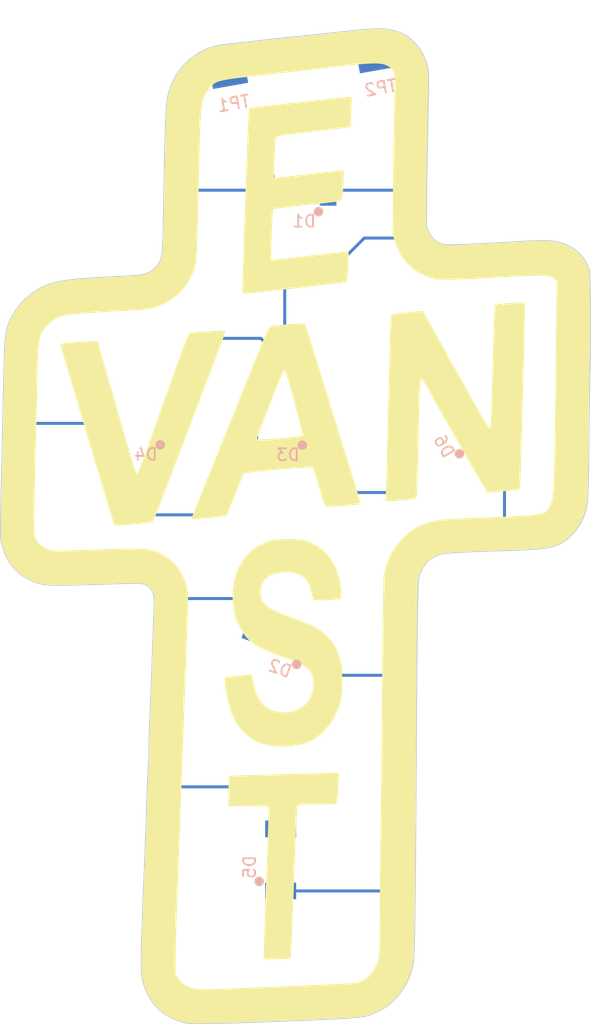
<source format=kicad_pcb>
(kicad_pcb (version 20171130) (host pcbnew 5.1.2)

  (general
    (thickness 1.6)
    (drawings 54)
    (tracks 225)
    (zones 0)
    (modules 10)
    (nets 3)
  )

  (page A4)
  (layers
    (0 F.Cu signal)
    (31 B.Cu signal)
    (32 B.Adhes user hide)
    (33 F.Adhes user hide)
    (34 B.Paste user)
    (35 F.Paste user)
    (36 B.SilkS user)
    (37 F.SilkS user hide)
    (38 B.Mask user hide)
    (39 F.Mask user)
    (40 Dwgs.User user)
    (41 Cmts.User user)
    (42 Eco1.User user)
    (43 Eco2.User user)
    (44 Edge.Cuts user)
    (45 Margin user)
    (46 B.CrtYd user)
    (47 F.CrtYd user)
    (48 B.Fab user)
    (49 F.Fab user)
  )

  (setup
    (last_trace_width 0.25)
    (user_trace_width 2)
    (user_trace_width 4)
    (trace_clearance 0.2)
    (zone_clearance 0.508)
    (zone_45_only no)
    (trace_min 0.2)
    (via_size 0.8)
    (via_drill 0.4)
    (via_min_size 0.4)
    (via_min_drill 0.3)
    (uvia_size 0.3)
    (uvia_drill 0.1)
    (uvias_allowed no)
    (uvia_min_size 0.2)
    (uvia_min_drill 0.1)
    (edge_width 0.05)
    (segment_width 0.2)
    (pcb_text_width 0.3)
    (pcb_text_size 1.5 1.5)
    (mod_edge_width 0.12)
    (mod_text_size 1 1)
    (mod_text_width 0.15)
    (pad_size 1.524 1.524)
    (pad_drill 0.762)
    (pad_to_mask_clearance 0.051)
    (solder_mask_min_width 0.25)
    (aux_axis_origin 0 0)
    (visible_elements FFFFFF7F)
    (pcbplotparams
      (layerselection 0x010fc_ffffffff)
      (usegerberextensions false)
      (usegerberattributes false)
      (usegerberadvancedattributes false)
      (creategerberjobfile false)
      (excludeedgelayer true)
      (linewidth 0.100000)
      (plotframeref false)
      (viasonmask false)
      (mode 1)
      (useauxorigin false)
      (hpglpennumber 1)
      (hpglpenspeed 20)
      (hpglpendiameter 15.000000)
      (psnegative false)
      (psa4output false)
      (plotreference true)
      (plotvalue true)
      (plotinvisibletext false)
      (padsonsilk false)
      (subtractmaskfromsilk false)
      (outputformat 1)
      (mirror false)
      (drillshape 1)
      (scaleselection 1)
      (outputdirectory ""))
  )

  (net 0 "")
  (net 1 /A)
  (net 2 /C)

  (net_class Default "This is the default net class."
    (clearance 0.2)
    (trace_width 0.25)
    (via_dia 0.8)
    (via_drill 0.4)
    (uvia_dia 0.3)
    (uvia_drill 0.1)
    (add_net /A)
    (add_net /C)
  )

  (module east-van:east-van-silk (layer F.Cu) (tedit 0) (tstamp 5D60A385)
    (at 110.1 84.47)
    (path /5D6159FA)
    (fp_text reference H2 (at 0 0) (layer F.SilkS) hide
      (effects (font (size 1.524 1.524) (thickness 0.3)))
    )
    (fp_text value mech-only-no-pins (at 0.75 0) (layer F.SilkS) hide
      (effects (font (size 1.524 1.524) (thickness 0.3)))
    )
    (fp_poly (pts (xy 7.827364 -41.507221) (xy 8.615475 -41.299483) (xy 9.31234 -40.952477) (xy 9.923299 -40.46418)
      (xy 9.949104 -40.438606) (xy 10.391453 -39.888278) (xy 10.746394 -39.228012) (xy 10.998518 -38.501135)
      (xy 11.13242 -37.750971) (xy 11.139152 -37.092148) (xy 11.129979 -36.911787) (xy 11.118393 -36.57791)
      (xy 11.104764 -36.106313) (xy 11.08946 -35.512791) (xy 11.072853 -34.81314) (xy 11.055311 -34.023154)
      (xy 11.037206 -33.15863) (xy 11.018907 -32.235361) (xy 11.000784 -31.269144) (xy 10.994187 -30.903333)
      (xy 10.974444 -29.785134) (xy 10.95812 -28.823262) (xy 10.945323 -28.004744) (xy 10.936158 -27.316606)
      (xy 10.930732 -26.745875) (xy 10.929153 -26.279577) (xy 10.931526 -25.904739) (xy 10.93796 -25.608386)
      (xy 10.94856 -25.377546) (xy 10.963434 -25.199245) (xy 10.982687 -25.06051) (xy 11.006428 -24.948366)
      (xy 11.034763 -24.849841) (xy 11.04425 -24.820774) (xy 11.290233 -24.308909) (xy 11.642137 -23.897585)
      (xy 12.075278 -23.607263) (xy 12.564978 -23.458405) (xy 12.703529 -23.44513) (xy 12.860304 -23.445855)
      (xy 13.162448 -23.455256) (xy 13.586276 -23.472295) (xy 14.108102 -23.495934) (xy 14.704242 -23.525134)
      (xy 15.35101 -23.558857) (xy 15.578667 -23.571192) (xy 16.750099 -23.635298) (xy 17.765613 -23.690228)
      (xy 18.638393 -23.735686) (xy 19.38162 -23.771375) (xy 20.008477 -23.796997) (xy 20.532148 -23.812255)
      (xy 20.965814 -23.816853) (xy 21.322659 -23.810493) (xy 21.615865 -23.792879) (xy 21.858615 -23.763712)
      (xy 22.064091 -23.722696) (xy 22.245476 -23.669535) (xy 22.415953 -23.60393) (xy 22.588705 -23.525586)
      (xy 22.776914 -23.434204) (xy 22.831048 -23.407766) (xy 23.431353 -23.034664) (xy 23.943835 -22.554794)
      (xy 24.336813 -22.000992) (xy 24.483073 -21.695551) (xy 24.5402 -21.547028) (xy 24.584989 -21.403875)
      (xy 24.618948 -21.24387) (xy 24.643582 -21.044791) (xy 24.660397 -20.784415) (xy 24.670899 -20.44052)
      (xy 24.676593 -19.990884) (xy 24.678985 -19.413284) (xy 24.679551 -18.796) (xy 24.678672 -17.909262)
      (xy 24.675608 -16.945421) (xy 24.670535 -15.918152) (xy 24.663633 -14.841132) (xy 24.655078 -13.728037)
      (xy 24.645049 -12.592543) (xy 24.633724 -11.448326) (xy 24.621281 -10.309063) (xy 24.607897 -9.18843)
      (xy 24.593751 -8.100103) (xy 24.579019 -7.057757) (xy 24.563882 -6.075071) (xy 24.548515 -5.165718)
      (xy 24.533097 -4.343377) (xy 24.517807 -3.621722) (xy 24.502821 -3.01443) (xy 24.488318 -2.535178)
      (xy 24.474476 -2.197642) (xy 24.461473 -2.015497) (xy 24.461233 -2.013612) (xy 24.276188 -1.159016)
      (xy 23.958564 -0.372997) (xy 23.521756 0.327571) (xy 22.979163 0.925812) (xy 22.34418 1.404851)
      (xy 21.630205 1.747813) (xy 21.420667 1.816362) (xy 21.295181 1.851536) (xy 21.165242 1.881878)
      (xy 21.015454 1.908347) (xy 20.830427 1.931904) (xy 20.594765 1.953507) (xy 20.293077 1.974115)
      (xy 19.90997 1.99469) (xy 19.43005 2.016189) (xy 18.837925 2.039573) (xy 18.118201 2.065801)
      (xy 17.255486 2.095833) (xy 16.552333 2.119834) (xy 15.564667 2.155053) (xy 14.730553 2.188999)
      (xy 14.034231 2.223175) (xy 13.459941 2.259082) (xy 12.991925 2.298223) (xy 12.614423 2.3421)
      (xy 12.311676 2.392213) (xy 12.067925 2.450066) (xy 11.86741 2.517161) (xy 11.72459 2.579935)
      (xy 11.164271 2.941425) (xy 10.728716 3.416901) (xy 10.419673 4.003984) (xy 10.260937 4.572)
      (xy 10.245418 4.738502) (xy 10.230231 5.06919) (xy 10.215452 5.55892) (xy 10.201155 6.202545)
      (xy 10.187416 6.994918) (xy 10.174308 7.930893) (xy 10.161907 9.005326) (xy 10.150288 10.213068)
      (xy 10.139524 11.548975) (xy 10.129691 13.0079) (xy 10.123875 14.012333) (xy 10.10956 16.596552)
      (xy 10.095674 19.012441) (xy 10.082208 21.261005) (xy 10.069154 23.343247) (xy 10.056504 25.260172)
      (xy 10.04425 27.012782) (xy 10.032383 28.602081) (xy 10.020896 30.029074) (xy 10.00978 31.294763)
      (xy 9.999026 32.400153) (xy 9.988627 33.346247) (xy 9.978575 34.134049) (xy 9.968861 34.764563)
      (xy 9.959478 35.238791) (xy 9.950416 35.557739) (xy 9.9474 35.631139) (xy 9.892177 36.330586)
      (xy 9.786535 36.936915) (xy 9.613264 37.517786) (xy 9.355155 38.140855) (xy 9.254817 38.354)
      (xy 8.800397 39.131051) (xy 8.242416 39.77864) (xy 7.566685 40.311137) (xy 7.011524 40.625315)
      (xy 6.805859 40.727983) (xy 6.624256 40.818186) (xy 6.454876 40.897155) (xy 6.285876 40.966121)
      (xy 6.105416 41.026313) (xy 5.901654 41.078963) (xy 5.662749 41.125299) (xy 5.376861 41.166554)
      (xy 5.032148 41.203956) (xy 4.616768 41.238737) (xy 4.118882 41.272126) (xy 3.526648 41.305354)
      (xy 2.828224 41.339652) (xy 2.01177 41.37625) (xy 1.065444 41.416378) (xy -0.022594 41.461266)
      (xy -1.264185 41.512144) (xy -1.693333 41.529788) (xy -2.694216 41.569254) (xy -3.674474 41.604574)
      (xy -4.618523 41.635406) (xy -5.510778 41.661411) (xy -6.335658 41.682248) (xy -7.077576 41.697577)
      (xy -7.720951 41.707059) (xy -8.250197 41.710352) (xy -8.649732 41.707117) (xy -8.90397 41.697014)
      (xy -8.974667 41.688721) (xy -9.164349 41.641495) (xy -9.449694 41.559767) (xy -9.736667 41.471364)
      (xy -10.547469 41.131053) (xy -11.246199 40.665229) (xy -11.82887 40.078729) (xy -12.291497 39.376388)
      (xy -12.630095 38.563044) (xy -12.828941 37.719) (xy -12.847675 37.579765) (xy -12.862883 37.409679)
      (xy -12.874329 37.200862) (xy -12.881779 36.945436) (xy -12.884999 36.635523) (xy -12.883752 36.263245)
      (xy -12.877804 35.820722) (xy -12.866922 35.300077) (xy -12.850869 34.693431) (xy -12.82941 33.992906)
      (xy -12.802312 33.190623) (xy -12.76934 32.278704) (xy -12.730257 31.24927) (xy -12.684831 30.094443)
      (xy -12.632825 28.806345) (xy -12.574006 27.377097) (xy -12.508137 25.79882) (xy -12.434985 24.063637)
      (xy -12.391128 23.029333) (xy -12.360675 22.306752) (xy -12.332732 21.632907) (xy -12.308086 21.027621)
      (xy -12.287526 20.510715) (xy -12.271839 20.10201) (xy -12.261812 19.82133) (xy -12.258232 19.688494)
      (xy -12.258246 19.685) (xy -12.255869 19.542691) (xy -12.247723 19.247767) (xy -12.234404 18.816826)
      (xy -12.216505 18.266468) (xy -12.194622 17.613289) (xy -12.169351 16.87389) (xy -12.141284 16.064869)
      (xy -12.111019 15.202824) (xy -12.079148 14.304353) (xy -12.046268 13.386056) (xy -12.012972 12.464531)
      (xy -11.979856 11.556376) (xy -11.947515 10.67819) (xy -11.916543 9.846572) (xy -11.887535 9.078119)
      (xy -11.861087 8.389432) (xy -11.837792 7.797108) (xy -11.818246 7.317745) (xy -11.803043 6.967943)
      (xy -11.800759 6.918861) (xy -11.781032 6.471576) (xy -11.774307 6.15755) (xy -11.78477 5.94094)
      (xy -11.816605 5.785901) (xy -11.873998 5.65659) (xy -11.961134 5.517163) (xy -11.965129 5.511122)
      (xy -12.176986 5.256519) (xy -12.432395 5.033085) (xy -12.492379 4.992833) (xy -12.60077 4.929049)
      (xy -12.707411 4.881986) (xy -12.83735 4.850001) (xy -13.015634 4.831453) (xy -13.267313 4.8247)
      (xy -13.617434 4.828099) (xy -14.091045 4.840011) (xy -14.593579 4.855114) (xy -15.774496 4.890967)
      (xy -16.798842 4.920927) (xy -17.67927 4.94504) (xy -18.428439 4.963349) (xy -19.059004 4.975898)
      (xy -19.583622 4.982731) (xy -20.014949 4.983892) (xy -20.365643 4.979424) (xy -20.648358 4.969371)
      (xy -20.875752 4.953777) (xy -21.060481 4.932686) (xy -21.215202 4.906142) (xy -21.336 4.878455)
      (xy -22.167529 4.589317) (xy -22.886801 4.173567) (xy -23.493372 3.631556) (xy -23.986797 2.963633)
      (xy -24.152274 2.661513) (xy -24.36897 2.193727) (xy -24.525642 1.757717) (xy -24.629147 1.313611)
      (xy -24.686342 0.82154) (xy -24.704083 0.241631) (xy -24.701959 0.139969) (xy -21.881055 0.139969)
      (xy -21.880979 0.381) (xy -21.811119 0.926454) (xy -21.610852 1.365586) (xy -21.275148 1.705105)
      (xy -20.798976 1.951719) (xy -20.670006 1.995706) (xy -20.531423 2.035916) (xy -20.387965 2.066907)
      (xy -20.219743 2.088948) (xy -20.006866 2.102305) (xy -19.729442 2.107245) (xy -19.367583 2.104036)
      (xy -18.901397 2.092946) (xy -18.310994 2.074241) (xy -17.576483 2.048189) (xy -17.358646 2.040215)
      (xy -16.283205 2.001766) (xy -15.361579 1.972063) (xy -14.578432 1.951997) (xy -13.918429 1.942458)
      (xy -13.366234 1.944337) (xy -12.90651 1.958524) (xy -12.523922 1.98591) (xy -12.203134 2.027384)
      (xy -11.928811 2.083837) (xy -11.685616 2.156159) (xy -11.458214 2.245241) (xy -11.231268 2.351974)
      (xy -11.133667 2.401624) (xy -10.475959 2.834824) (xy -9.920144 3.396547) (xy -9.477099 4.072523)
      (xy -9.157698 4.848482) (xy -9.092345 5.08) (xy -9.062697 5.202294) (xy -9.037653 5.328003)
      (xy -9.017365 5.469245) (xy -9.001987 5.638141) (xy -8.991672 5.846808) (xy -8.986572 6.107365)
      (xy -8.98684 6.431933) (xy -8.992631 6.832629) (xy -9.004096 7.321573) (xy -9.02139 7.910883)
      (xy -9.044664 8.612679) (xy -9.074072 9.43908) (xy -9.109767 10.402204) (xy -9.151902 11.514171)
      (xy -9.184304 12.361333) (xy -9.208403 12.995259) (xy -9.23778 13.776583) (xy -9.27163 14.68348)
      (xy -9.309147 15.694122) (xy -9.349527 16.786685) (xy -9.391965 17.939343) (xy -9.435655 19.130269)
      (xy -9.479792 20.337637) (xy -9.523572 21.539622) (xy -9.565329 22.690667) (xy -9.60679 23.830906)
      (xy -9.648624 24.971784) (xy -9.690131 26.094769) (xy -9.730611 27.181327) (xy -9.769365 28.212926)
      (xy -9.805692 29.171033) (xy -9.838894 30.037115) (xy -9.868269 30.79264) (xy -9.893117 31.419076)
      (xy -9.91274 31.897888) (xy -9.915438 31.961667) (xy -9.94371 32.685762) (xy -9.969641 33.462208)
      (xy -9.991899 34.242151) (xy -10.009153 34.976741) (xy -10.020072 35.617125) (xy -10.022846 35.903405)
      (xy -10.033 37.559143) (xy -9.800326 37.912182) (xy -9.565955 38.213335) (xy -9.293427 38.435753)
      (xy -8.930963 38.61645) (xy -8.689165 38.706412) (xy -8.571396 38.746265) (xy -8.458188 38.779523)
      (xy -8.33524 38.806151) (xy -8.188251 38.826114) (xy -8.00292 38.839379) (xy -7.764944 38.845911)
      (xy -7.460022 38.845677) (xy -7.073854 38.838642) (xy -6.592136 38.824772) (xy -6.000569 38.804034)
      (xy -5.28485 38.776392) (xy -4.430678 38.741814) (xy -3.423751 38.700264) (xy -3.259667 38.69347)
      (xy -1.884612 38.636576) (xy -0.668559 38.586236) (xy 0.398674 38.541856) (xy 1.327269 38.502845)
      (xy 2.127407 38.468608) (xy 2.80927 38.438553) (xy 3.383037 38.412086) (xy 3.858892 38.388615)
      (xy 4.247015 38.367547) (xy 4.557588 38.348288) (xy 4.800791 38.330246) (xy 4.986807 38.312827)
      (xy 5.125816 38.295439) (xy 5.228001 38.277488) (xy 5.303541 38.258381) (xy 5.36262 38.237525)
      (xy 5.415417 38.214328) (xy 5.472114 38.188195) (xy 5.480756 38.184352) (xy 6.025289 37.863192)
      (xy 6.455819 37.427167) (xy 6.778605 36.867935) (xy 6.999907 36.177155) (xy 7.00541 36.152667)
      (xy 7.02339 35.986918) (xy 7.040172 35.665125) (xy 7.055504 35.200575) (xy 7.06913 34.606554)
      (xy 7.080797 33.896351) (xy 7.090251 33.08325) (xy 7.097237 32.18054) (xy 7.101502 31.201506)
      (xy 7.101731 31.115) (xy 7.104736 30.194011) (xy 7.108991 29.285283) (xy 7.11431 28.410183)
      (xy 7.120509 27.590075) (xy 7.127402 26.846325) (xy 7.134804 26.200299) (xy 7.142529 25.673362)
      (xy 7.150392 25.286879) (xy 7.153155 25.188333) (xy 7.160754 24.880691) (xy 7.169273 24.422016)
      (xy 7.178489 23.830604) (xy 7.188177 23.12475) (xy 7.198114 22.322753) (xy 7.208077 21.442907)
      (xy 7.21784 20.503509) (xy 7.227181 19.522856) (xy 7.235875 18.519243) (xy 7.23809 18.245667)
      (xy 7.254288 16.259346) (xy 7.269888 14.438811) (xy 7.284935 12.780516) (xy 7.299477 11.280913)
      (xy 7.313558 9.936457) (xy 7.327226 8.743601) (xy 7.340527 7.698798) (xy 7.353506 6.798503)
      (xy 7.366211 6.039169) (xy 7.378687 5.417249) (xy 7.39098 4.929197) (xy 7.403137 4.571467)
      (xy 7.415204 4.340512) (xy 7.420076 4.282242) (xy 7.58158 3.463689) (xy 7.890398 2.649049)
      (xy 8.327704 1.874974) (xy 8.874673 1.178118) (xy 9.16271 0.889148) (xy 9.811513 0.373081)
      (xy 10.521209 -0.022311) (xy 11.312537 -0.304521) (xy 12.206233 -0.481045) (xy 13.165667 -0.557566)
      (xy 13.516904 -0.570297) (xy 14.008202 -0.589279) (xy 14.61045 -0.613327) (xy 15.294539 -0.641258)
      (xy 16.03136 -0.671885) (xy 16.791801 -0.704024) (xy 17.314333 -0.726431) (xy 18.188813 -0.765128)
      (xy 18.91075 -0.800999) (xy 19.496814 -0.837516) (xy 19.963679 -0.87815) (xy 20.328016 -0.926372)
      (xy 20.606498 -0.985656) (xy 20.815797 -1.059471) (xy 20.972584 -1.151289) (xy 21.093534 -1.264583)
      (xy 21.195316 -1.402823) (xy 21.285377 -1.553299) (xy 21.38828 -1.75252) (xy 21.471718 -1.966932)
      (xy 21.538211 -2.217364) (xy 21.590278 -2.524645) (xy 21.630435 -2.909607) (xy 21.661204 -3.393077)
      (xy 21.685101 -3.995887) (xy 21.704645 -4.738866) (xy 21.711809 -5.08) (xy 21.722076 -5.633129)
      (xy 21.73349 -6.315799) (xy 21.74582 -7.109271) (xy 21.758838 -7.994807) (xy 21.772315 -8.953667)
      (xy 21.786021 -9.967112) (xy 21.799726 -11.016404) (xy 21.813203 -12.082803) (xy 21.82622 -13.14757)
      (xy 21.838549 -14.191966) (xy 21.849962 -15.197252) (xy 21.860227 -16.14469) (xy 21.869117 -17.015539)
      (xy 21.876401 -17.791061) (xy 21.881851 -18.452518) (xy 21.885237 -18.981169) (xy 21.886333 -19.342799)
      (xy 21.886333 -20.524597) (xy 21.598646 -20.718632) (xy 21.466852 -20.798638) (xy 21.32821 -20.853006)
      (xy 21.147857 -20.886521) (xy 20.890929 -20.903968) (xy 20.522562 -20.91013) (xy 20.201646 -20.910339)
      (xy 19.765085 -20.903532) (xy 19.207179 -20.885955) (xy 18.575434 -20.859607) (xy 17.917358 -20.826487)
      (xy 17.280456 -20.788594) (xy 17.229667 -20.785273) (xy 15.971607 -20.707357) (xy 14.860182 -20.648967)
      (xy 13.898902 -20.610183) (xy 13.091278 -20.591082) (xy 12.440824 -20.591743) (xy 11.951049 -20.612244)
      (xy 11.625466 -20.652666) (xy 11.596197 -20.659192) (xy 10.763337 -20.936448) (xy 10.039169 -21.34348)
      (xy 9.423542 -21.88043) (xy 8.916306 -22.54744) (xy 8.517309 -23.344651) (xy 8.404373 -23.651008)
      (xy 8.170333 -24.341667) (xy 8.19122 -27.643667) (xy 8.198805 -28.569507) (xy 8.210285 -29.610519)
      (xy 8.224888 -30.71406) (xy 8.241845 -31.827488) (xy 8.260385 -32.89816) (xy 8.279736 -33.873432)
      (xy 8.287618 -34.228798) (xy 8.302802 -34.97019) (xy 8.313537 -35.668345) (xy 8.319772 -36.302817)
      (xy 8.321458 -36.853159) (xy 8.318547 -37.298924) (xy 8.310987 -37.619664) (xy 8.298731 -37.794932)
      (xy 8.296273 -37.808365) (xy 8.192384 -38.112824) (xy 8.016162 -38.328588) (xy 7.72332 -38.50641)
      (xy 7.662333 -38.534892) (xy 7.485335 -38.602709) (xy 7.280087 -38.652977) (xy 7.031523 -38.685038)
      (xy 6.724577 -38.698238) (xy 6.344183 -38.691921) (xy 5.875274 -38.665431) (xy 5.302784 -38.618112)
      (xy 4.611647 -38.54931) (xy 3.786796 -38.458367) (xy 2.813165 -38.34463) (xy 2.54 -38.311988)
      (xy 2.230492 -38.275636) (xy 1.776005 -38.22332) (xy 1.199871 -38.157677) (xy 0.52542 -38.081342)
      (xy -0.224018 -37.996952) (xy -1.025112 -37.907143) (xy -1.854531 -37.81455) (xy -2.370667 -37.757134)
      (xy -3.327087 -37.650562) (xy -4.130572 -37.558991) (xy -4.796483 -37.478717) (xy -5.340184 -37.406035)
      (xy -5.777035 -37.337243) (xy -6.122398 -37.268637) (xy -6.391636 -37.196511) (xy -6.600111 -37.117164)
      (xy -6.763185 -37.02689) (xy -6.896218 -36.921987) (xy -7.014574 -36.798749) (xy -7.133615 -36.653474)
      (xy -7.177064 -36.598287) (xy -7.311098 -36.426657) (xy -7.428477 -36.267155) (xy -7.530566 -36.107687)
      (xy -7.618732 -35.936161) (xy -7.694339 -35.740484) (xy -7.758752 -35.508563) (xy -7.813338 -35.228306)
      (xy -7.859461 -34.887619) (xy -7.898486 -34.47441) (xy -7.931778 -33.976587) (xy -7.960704 -33.382055)
      (xy -7.986628 -32.678724) (xy -8.010916 -31.854499) (xy -8.034932 -30.897288) (xy -8.060043 -29.794999)
      (xy -8.087613 -28.535538) (xy -8.087675 -28.532667) (xy -8.114437 -27.310576) (xy -8.13854 -26.245104)
      (xy -8.161021 -25.323576) (xy -8.182922 -24.533317) (xy -8.20528 -23.861653) (xy -8.229136 -23.295908)
      (xy -8.255529 -22.82341) (xy -8.285498 -22.431482) (xy -8.320082 -22.107451) (xy -8.360321 -21.838641)
      (xy -8.407254 -21.612379) (xy -8.461921 -21.41599) (xy -8.52536 -21.236799) (xy -8.598611 -21.062131)
      (xy -8.682713 -20.879313) (xy -8.722104 -20.795819) (xy -9.166906 -20.048395) (xy -9.742509 -19.397446)
      (xy -10.432248 -18.856218) (xy -11.219456 -18.437957) (xy -12.025014 -18.170796) (xy -12.337297 -18.115372)
      (xy -12.802886 -18.062741) (xy -13.405762 -18.014283) (xy -14.129904 -17.971379) (xy -14.584209 -17.950218)
      (xy -15.638853 -17.899615) (xy -16.607623 -17.841604) (xy -17.477217 -17.777435) (xy -18.234331 -17.70836)
      (xy -18.865663 -17.635629) (xy -19.357909 -17.560493) (xy -19.697766 -17.484204) (xy -19.762471 -17.463285)
      (xy -20.195681 -17.240831) (xy -20.623995 -16.904795) (xy -20.993455 -16.503667) (xy -21.216371 -16.156788)
      (xy -21.296908 -15.979442) (xy -21.365086 -15.780787) (xy -21.422244 -15.54487) (xy -21.469721 -15.255738)
      (xy -21.508859 -14.897438) (xy -21.540996 -14.454017) (xy -21.567473 -13.909522) (xy -21.589628 -13.248)
      (xy -21.608803 -12.453498) (xy -21.626336 -11.510064) (xy -21.631113 -11.218333) (xy -21.643679 -10.479837)
      (xy -21.656988 -9.780793) (xy -21.670528 -9.142604) (xy -21.683784 -8.58667) (xy -21.696246 -8.134395)
      (xy -21.7074 -7.807179) (xy -21.716734 -7.626426) (xy -21.717289 -7.62) (xy -21.725773 -7.459848)
      (xy -21.73653 -7.15212) (xy -21.749116 -6.718551) (xy -21.763085 -6.180876) (xy -21.777994 -5.56083)
      (xy -21.793396 -4.880148) (xy -21.808849 -4.160566) (xy -21.823906 -3.423818) (xy -21.838124 -2.69164)
      (xy -21.851058 -1.985768) (xy -21.862262 -1.327935) (xy -21.871293 -0.739878) (xy -21.877706 -0.243332)
      (xy -21.881055 0.139969) (xy -24.701959 0.139969) (xy -24.689387 -0.461663) (xy -24.67727 -0.801926)
      (xy -24.665472 -1.15571) (xy -24.653674 -1.536118) (xy -24.641557 -1.956256) (xy -24.628803 -2.429229)
      (xy -24.615093 -2.96814) (xy -24.600109 -3.586095) (xy -24.583533 -4.296199) (xy -24.565045 -5.111556)
      (xy -24.544328 -6.04527) (xy -24.521062 -7.110447) (xy -24.49493 -8.320191) (xy -24.46909 -9.525)
      (xy -24.443066 -10.726337) (xy -24.419571 -11.770636) (xy -24.398064 -12.670169) (xy -24.378005 -13.437203)
      (xy -24.358852 -14.084008) (xy -24.340066 -14.622852) (xy -24.321106 -15.066005) (xy -24.301431 -15.425736)
      (xy -24.280501 -15.714314) (xy -24.257776 -15.944008) (xy -24.232715 -16.127086) (xy -24.204777 -16.275819)
      (xy -24.173422 -16.402474) (xy -24.164768 -16.432873) (xy -24.006144 -16.864643) (xy -23.772222 -17.364087)
      (xy -23.496149 -17.868827) (xy -23.211071 -18.316485) (xy -23.049442 -18.531792) (xy -22.647048 -18.940133)
      (xy -22.124252 -19.348211) (xy -21.527719 -19.728161) (xy -20.904115 -20.052115) (xy -20.300106 -20.292207)
      (xy -19.93597 -20.390964) (xy -19.623909 -20.442368) (xy -19.16814 -20.498644) (xy -18.594144 -20.557665)
      (xy -17.927402 -20.617309) (xy -17.193396 -20.675452) (xy -16.417605 -20.729969) (xy -15.625512 -20.778736)
      (xy -14.842597 -20.81963) (xy -14.732 -20.824751) (xy -14.173769 -20.853549) (xy -13.655268 -20.886641)
      (xy -13.206697 -20.921598) (xy -12.858259 -20.955996) (xy -12.640155 -20.987408) (xy -12.605817 -20.995548)
      (xy -12.161529 -21.197926) (xy -11.745181 -21.522101) (xy -11.412998 -21.922914) (xy -11.37594 -21.983373)
      (xy -11.294973 -22.127582) (xy -11.234029 -22.2637) (xy -11.18915 -22.419433) (xy -11.15638 -22.622492)
      (xy -11.131763 -22.900584) (xy -11.111343 -23.28142) (xy -11.091162 -23.792707) (xy -11.082265 -24.04011)
      (xy -11.067118 -24.513363) (xy -11.050208 -25.124222) (xy -11.032269 -25.840978) (xy -11.014034 -26.631922)
      (xy -10.996234 -27.465344) (xy -10.979603 -28.309535) (xy -10.965718 -29.083) (xy -10.940906 -30.416987)
      (xy -10.914391 -31.590199) (xy -10.885758 -32.611191) (xy -10.854591 -33.488515) (xy -10.820474 -34.230727)
      (xy -10.782991 -34.846379) (xy -10.741728 -35.344025) (xy -10.696267 -35.73222) (xy -10.646193 -36.019517)
      (xy -10.624178 -36.110333) (xy -10.52116 -36.428121) (xy -10.368387 -36.824093) (xy -10.194173 -37.226173)
      (xy -10.143453 -37.334106) (xy -9.709965 -38.052967) (xy -9.141635 -38.710209) (xy -8.469072 -39.280264)
      (xy -7.722886 -39.737561) (xy -6.933685 -40.056532) (xy -6.858 -40.078594) (xy -6.684198 -40.112948)
      (xy -6.359823 -40.162414) (xy -5.902746 -40.22478) (xy -5.330839 -40.297835) (xy -4.661973 -40.379368)
      (xy -3.91402 -40.467167) (xy -3.104851 -40.559021) (xy -2.252337 -40.652719) (xy -1.989667 -40.680979)
      (xy -1.138004 -40.772435) (xy -0.332583 -40.859487) (xy 0.409994 -40.940303) (xy 1.073123 -41.013049)
      (xy 1.640204 -41.075892) (xy 2.094635 -41.126999) (xy 2.419812 -41.164536) (xy 2.599134 -41.186671)
      (xy 2.624667 -41.190495) (xy 2.903795 -41.231888) (xy 3.314635 -41.281176) (xy 3.821277 -41.335137)
      (xy 4.387815 -41.390553) (xy 4.978341 -41.444202) (xy 5.556947 -41.492865) (xy 6.087727 -41.533322)
      (xy 6.534772 -41.562353) (xy 6.862176 -41.576737) (xy 6.942667 -41.577714) (xy 7.827364 -41.507221)) (layer F.SilkS) (width 0.01))
    (fp_poly (pts (xy 3.600287 21.97933) (xy 3.57693 22.422298) (xy 3.554032 22.801021) (xy 3.533648 23.08532)
      (xy 3.517833 23.245018) (xy 3.512501 23.268519) (xy 3.451221 23.298792) (xy 3.31807 23.32181)
      (xy 3.09333 23.33859) (xy 2.757286 23.350151) (xy 2.290222 23.357513) (xy 1.712404 23.361522)
      (xy 1.183074 23.364581) (xy 0.798391 23.370468) (xy 0.533669 23.382354) (xy 0.364221 23.40341)
      (xy 0.265361 23.436806) (xy 0.212403 23.485712) (xy 0.18066 23.5533) (xy 0.178712 23.5585)
      (xy 0.163296 23.674839) (xy 0.143053 23.945464) (xy 0.118687 24.355418) (xy 0.0909 24.889744)
      (xy 0.060396 25.533485) (xy 0.027879 26.271684) (xy -0.005949 27.089384) (xy -0.040382 27.971628)
      (xy -0.074719 28.90346) (xy -0.081108 29.083) (xy -0.115648 30.04896) (xy -0.149944 30.988751)
      (xy -0.183304 31.884589) (xy -0.215034 32.718689) (xy -0.244441 33.473265) (xy -0.27083 34.130535)
      (xy -0.293509 34.672712) (xy -0.311784 35.082012) (xy -0.324961 35.34065) (xy -0.325416 35.348333)
      (xy -0.381 36.279667) (xy -1.503008 36.322) (xy -2.005034 36.334663) (xy -2.366606 36.329977)
      (xy -2.577637 36.308319) (xy -2.631265 36.279667) (xy -2.633466 36.11829) (xy -2.628721 35.792081)
      (xy -2.617176 35.305389) (xy -2.598973 34.662568) (xy -2.574258 33.867967) (xy -2.543175 32.925939)
      (xy -2.505868 31.840835) (xy -2.462481 30.617007) (xy -2.413158 29.258806) (xy -2.358044 27.770584)
      (xy -2.297282 26.156692) (xy -2.284918 25.831111) (xy -2.263577 25.233609) (xy -2.246934 24.69357)
      (xy -2.235467 24.233509) (xy -2.229657 23.875937) (xy -2.229982 23.643367) (xy -2.236537 23.558574)
      (xy -2.32857 23.546686) (xy -2.563664 23.535028) (xy -2.915548 23.52437) (xy -3.357951 23.515483)
      (xy -3.8646 23.50914) (xy -3.943586 23.508463) (xy -5.613986 23.495) (xy -5.595009 22.268404)
      (xy -5.585564 21.830313) (xy -5.572431 21.455512) (xy -5.557092 21.175134) (xy -5.54103 21.020313)
      (xy -5.534643 21.000421) (xy -5.43547 20.983971) (xy -5.171298 20.965191) (xy -4.746444 20.944227)
      (xy -4.165225 20.921224) (xy -3.431957 20.896329) (xy -2.550958 20.869689) (xy -1.526542 20.841449)
      (xy -0.363028 20.811757) (xy 0.935269 20.780759) (xy 0.963377 20.780108) (xy 3.662421 20.71766)
      (xy 3.600287 21.97933)) (layer F.SilkS) (width 0.01))
    (fp_poly (pts (xy -0.113129 1.145892) (xy 0.242417 1.158579) (xy 0.519272 1.187236) (xy 0.762739 1.237997)
      (xy 1.018117 1.316999) (xy 1.216473 1.38806) (xy 1.899112 1.727459) (xy 2.498175 2.206187)
      (xy 3.001947 2.810249) (xy 3.398716 3.525647) (xy 3.673048 4.323632) (xy 3.75351 4.696987)
      (xy 3.815419 5.092471) (xy 3.855695 5.472017) (xy 3.871256 5.797556) (xy 3.859023 6.03102)
      (xy 3.819421 6.13251) (xy 3.686303 6.167969) (xy 3.431573 6.200109) (xy 3.094522 6.227365)
      (xy 2.714443 6.248171) (xy 2.330629 6.260962) (xy 1.982372 6.264173) (xy 1.708964 6.25624)
      (xy 1.549698 6.235595) (xy 1.527061 6.223828) (xy 1.473064 6.092931) (xy 1.41771 5.863812)
      (xy 1.399017 5.757333) (xy 1.282949 5.294565) (xy 1.094893 4.854621) (xy 0.861306 4.490341)
      (xy 0.666395 4.294144) (xy 0.216038 4.053838) (xy -0.351586 3.925343) (xy -1.024214 3.911399)
      (xy -1.040595 3.912433) (xy -1.668316 4.013202) (xy -2.173512 4.223513) (xy -2.551488 4.539144)
      (xy -2.797549 4.955873) (xy -2.907002 5.469479) (xy -2.912292 5.5957) (xy -2.885924 5.943835)
      (xy -2.786869 6.250654) (xy -2.601015 6.527314) (xy -2.314252 6.784976) (xy -1.91247 7.0348)
      (xy -1.38156 7.287945) (xy -0.70741 7.555572) (xy -0.207359 7.735047) (xy 0.550255 8.009918)
      (xy 1.167552 8.26074) (xy 1.66934 8.500996) (xy 2.080424 8.744167) (xy 2.425611 9.003736)
      (xy 2.729706 9.293183) (xy 2.8003 9.369669) (xy 3.096393 9.729848) (xy 3.33059 10.099718)
      (xy 3.534579 10.535742) (xy 3.695291 10.964333) (xy 3.785524 11.233812) (xy 3.849519 11.467761)
      (xy 3.891823 11.704788) (xy 3.916977 11.983499) (xy 3.929529 12.342501) (xy 3.934021 12.820403)
      (xy 3.934483 12.996333) (xy 3.929394 13.617065) (xy 3.905509 14.112928) (xy 3.853798 14.528102)
      (xy 3.765226 14.906771) (xy 3.630762 15.293115) (xy 3.441372 15.731317) (xy 3.324091 15.981916)
      (xy 2.978279 16.573283) (xy 2.53277 17.127984) (xy 2.023586 17.610045) (xy 1.486747 17.983492)
      (xy 1.160328 18.142895) (xy 0.436449 18.365319) (xy -0.374169 18.49771) (xy -1.212041 18.535422)
      (xy -2.017681 18.473813) (xy -2.337753 18.415983) (xy -3.128668 18.163584) (xy -3.823706 17.772398)
      (xy -4.421142 17.24438) (xy -4.91925 16.581489) (xy -5.316307 15.785682) (xy -5.610588 14.858914)
      (xy -5.659276 14.647333) (xy -5.783392 14.026212) (xy -5.866122 13.507748) (xy -5.906246 13.10589)
      (xy -5.902548 12.834587) (xy -5.85381 12.707786) (xy -5.829308 12.7) (xy -5.701455 12.689995)
      (xy -5.443481 12.662776) (xy -5.093237 12.622536) (xy -4.700846 12.574991) (xy -4.30742 12.529545)
      (xy -3.979293 12.497989) (xy -3.750541 12.483156) (xy -3.655239 12.48788) (xy -3.655086 12.488025)
      (xy -3.623715 12.583805) (xy -3.574598 12.803741) (xy -3.517117 13.104845) (xy -3.503097 13.184534)
      (xy -3.313088 13.937449) (xy -3.026933 14.551844) (xy -2.64331 15.029493) (xy -2.160896 15.372168)
      (xy -1.748778 15.537168) (xy -1.09407 15.657665) (xy -0.472627 15.632493) (xy 0.096973 15.474242)
      (xy 0.596155 15.195501) (xy 1.00634 14.808859) (xy 1.308951 14.326906) (xy 1.485412 13.762229)
      (xy 1.523933 13.319345) (xy 1.502707 12.91197) (xy 1.42813 12.568405) (xy 1.284023 12.273906)
      (xy 1.054208 12.013727) (xy 0.722504 11.77312) (xy 0.272733 11.537341) (xy -0.311285 11.291643)
      (xy -0.966807 11.049223) (xy -1.784415 10.746339) (xy -2.456581 10.467483) (xy -3.003437 10.201193)
      (xy -3.445113 9.936005) (xy -3.801741 9.660458) (xy -4.093451 9.363088) (xy -4.229652 9.191317)
      (xy -4.655814 8.537867) (xy -4.956678 7.884554) (xy -5.14555 7.188888) (xy -5.235735 6.408376)
      (xy -5.248082 5.938888) (xy -5.217321 5.202304) (xy -5.113264 4.560939) (xy -4.921699 3.951321)
      (xy -4.684041 3.419915) (xy -4.239407 2.70521) (xy -3.680143 2.110773) (xy -3.016493 1.645629)
      (xy -2.321378 1.33925) (xy -2.044507 1.255092) (xy -1.778914 1.198496) (xy -1.479627 1.164359)
      (xy -1.101673 1.147575) (xy -0.60008 1.143041) (xy -0.592667 1.14304) (xy -0.113129 1.145892)) (layer F.SilkS) (width 0.01))
    (fp_poly (pts (xy -5.937625 -16.290782) (xy -5.843857 -16.27392) (xy -5.843041 -16.271444) (xy -5.874265 -16.160499)
      (xy -5.965795 -15.895767) (xy -6.116193 -15.481136) (xy -6.32402 -14.920492) (xy -6.587839 -14.217724)
      (xy -6.906209 -13.37672) (xy -7.196037 -12.615333) (xy -7.404715 -12.067662) (xy -7.658924 -11.399551)
      (xy -7.944255 -10.64893) (xy -8.246295 -9.853727) (xy -8.550636 -9.051873) (xy -8.842867 -8.281295)
      (xy -8.933053 -8.043333) (xy -9.205614 -7.324878) (xy -9.483954 -6.592726) (xy -9.756082 -5.878305)
      (xy -10.010011 -5.213046) (xy -10.233749 -4.628376) (xy -10.415307 -4.155724) (xy -10.483386 -3.979333)
      (xy -10.700293 -3.417994) (xy -10.94001 -2.796611) (xy -11.176724 -2.182155) (xy -11.38462 -1.641597)
      (xy -11.429777 -1.524) (xy -11.591893 -1.110037) (xy -11.738627 -0.750803) (xy -11.856953 -0.47707)
      (xy -11.93384 -0.319613) (xy -11.949332 -0.296823) (xy -12.055931 -0.263492) (xy -12.303316 -0.221812)
      (xy -12.663367 -0.175418) (xy -13.10796 -0.127946) (xy -13.593484 -0.084299) (xy -14.147417 -0.040107)
      (xy -14.555376 -0.011705) (xy -14.83998 0.000915) (xy -15.02385 -0.00224) (xy -15.129607 -0.021163)
      (xy -15.17987 -0.055848) (xy -15.192686 -0.083809) (xy -15.230214 -0.211025) (xy -15.31024 -0.477824)
      (xy -15.425972 -0.861792) (xy -15.570617 -1.34051) (xy -15.737385 -1.891562) (xy -15.919483 -2.492533)
      (xy -16.110119 -3.121004) (xy -16.302501 -3.75456) (xy -16.489837 -4.370783) (xy -16.665334 -4.947258)
      (xy -16.809102 -5.418667) (xy -16.993764 -6.028285) (xy -17.197975 -6.710309) (xy -17.401489 -7.39665)
      (xy -17.584064 -8.019223) (xy -17.652429 -8.255) (xy -17.857495 -8.961719) (xy -18.083133 -9.732697)
      (xy -18.320339 -10.537697) (xy -18.560107 -11.346482) (xy -18.793433 -12.128813) (xy -19.011313 -12.854453)
      (xy -19.204742 -13.493163) (xy -19.364716 -14.014707) (xy -19.429943 -14.224) (xy -19.537306 -14.588728)
      (xy -19.613675 -14.893938) (xy -19.650982 -15.103983) (xy -19.646398 -15.18062) (xy -19.533337 -15.220102)
      (xy -19.282255 -15.263848) (xy -18.9243 -15.308623) (xy -18.490617 -15.351189) (xy -18.012353 -15.388308)
      (xy -17.520655 -15.416743) (xy -17.27862 -15.426723) (xy -16.565573 -15.451667) (xy -15.564135 -11.980333)
      (xy -15.34216 -11.210499) (xy -15.12685 -10.463042) (xy -14.924503 -9.759875) (xy -14.741415 -9.122911)
      (xy -14.583884 -8.574065) (xy -14.458207 -8.135249) (xy -14.37068 -7.828377) (xy -14.347627 -7.747)
      (xy -14.102544 -6.887007) (xy -13.883332 -6.134723) (xy -13.692924 -5.499555) (xy -13.534249 -4.990912)
      (xy -13.410239 -4.618198) (xy -13.323825 -4.390822) (xy -13.279173 -4.318) (xy -13.254862 -4.324584)
      (xy -13.226303 -4.351934) (xy -13.189198 -4.411446) (xy -13.139249 -4.514515) (xy -13.072159 -4.672538)
      (xy -12.983629 -4.89691) (xy -12.869362 -5.199028) (xy -12.725059 -5.590288) (xy -12.546423 -6.082086)
      (xy -12.329156 -6.685816) (xy -12.06896 -7.412877) (xy -11.761536 -8.274663) (xy -11.402589 -9.282571)
      (xy -11.331364 -9.482667) (xy -10.912099 -10.660716) (xy -10.545808 -11.689477) (xy -10.228504 -12.579129)
      (xy -9.956203 -13.339848) (xy -9.724919 -13.981814) (xy -9.530666 -14.515205) (xy -9.369458 -14.950198)
      (xy -9.23731 -15.296972) (xy -9.130236 -15.565705) (xy -9.044251 -15.766575) (xy -8.975368 -15.90976)
      (xy -8.919603 -16.005438) (xy -8.87297 -16.063787) (xy -8.831483 -16.094986) (xy -8.791156 -16.109212)
      (xy -8.748003 -16.116644) (xy -8.73252 -16.11933) (xy -8.488488 -16.154534) (xy -8.149193 -16.189234)
      (xy -7.747218 -16.221715) (xy -7.315149 -16.25026) (xy -6.88557 -16.273155) (xy -6.491066 -16.288684)
      (xy -6.164223 -16.295131) (xy -5.937625 -16.290782)) (layer F.SilkS) (width 0.01))
    (fp_poly (pts (xy 0.802892 -16.920664) (xy 0.840008 -16.828402) (xy 0.923001 -16.584878) (xy 1.04848 -16.200834)
      (xy 1.213052 -15.687017) (xy 1.413328 -15.054171) (xy 1.645916 -14.31304) (xy 1.907425 -13.474369)
      (xy 2.194465 -12.548902) (xy 2.503644 -11.547385) (xy 2.696045 -10.922) (xy 2.932889 -10.152995)
      (xy 3.206658 -9.26711) (xy 3.503494 -8.309002) (xy 3.809536 -7.323331) (xy 4.110926 -6.354753)
      (xy 4.393805 -5.447928) (xy 4.530578 -5.010524) (xy 4.747767 -4.312067) (xy 4.946249 -3.664925)
      (xy 5.120834 -3.08669) (xy 5.266336 -2.59495) (xy 5.377565 -2.207299) (xy 5.449333 -1.941325)
      (xy 5.476451 -1.81462) (xy 5.475559 -1.806671) (xy 5.371117 -1.776609) (xy 5.133436 -1.741058)
      (xy 4.796717 -1.702699) (xy 4.395161 -1.664214) (xy 3.962968 -1.628288) (xy 3.534339 -1.597601)
      (xy 3.143475 -1.574835) (xy 2.824577 -1.562675) (xy 2.611845 -1.563801) (xy 2.540651 -1.576484)
      (xy 2.49474 -1.677609) (xy 2.409903 -1.914773) (xy 2.294896 -2.261535) (xy 2.158473 -2.691454)
      (xy 2.009391 -3.178087) (xy 1.999981 -3.209354) (xy 1.850146 -3.698834) (xy 1.712038 -4.133392)
      (xy 1.59449 -4.486532) (xy 1.506336 -4.731759) (xy 1.456412 -4.842578) (xy 1.454813 -4.844387)
      (xy 1.35445 -4.856143) (xy 1.10976 -4.852449) (xy 0.744842 -4.835361) (xy 0.283794 -4.806936)
      (xy -0.249283 -4.76923) (xy -0.830291 -4.7243) (xy -1.435132 -4.674202) (xy -2.039705 -4.620993)
      (xy -2.619913 -4.566729) (xy -3.151655 -4.513467) (xy -3.610834 -4.463263) (xy -3.97335 -4.418174)
      (xy -4.215105 -4.380257) (xy -4.311384 -4.352324) (xy -4.361597 -4.253595) (xy -4.462107 -4.020913)
      (xy -4.602968 -3.678581) (xy -4.774236 -3.250902) (xy -4.965968 -2.762178) (xy -5.035631 -2.582333)
      (xy -5.231195 -2.079578) (xy -5.408581 -1.630717) (xy -5.558097 -1.259699) (xy -5.670049 -0.990474)
      (xy -5.734746 -0.846987) (xy -5.744524 -0.830807) (xy -5.857913 -0.795764) (xy -6.139892 -0.751728)
      (xy -6.589963 -0.698756) (xy -7.207624 -0.636907) (xy -7.992376 -0.566239) (xy -8.095233 -0.557385)
      (xy -8.374305 -0.54069) (xy -8.579105 -0.541925) (xy -8.656952 -0.557174) (xy -8.665946 -0.572169)
      (xy -8.666654 -0.602009) (xy -8.654402 -0.658708) (xy -8.624513 -0.754281) (xy -8.57231 -0.900741)
      (xy -8.49312 -1.110103) (xy -8.382264 -1.394382) (xy -8.235069 -1.765591) (xy -8.046857 -2.235746)
      (xy -7.812953 -2.81686) (xy -7.52868 -3.520948) (xy -7.189364 -4.360025) (xy -6.863759 -5.164667)
      (xy -6.516288 -6.023702) (xy -6.130495 -6.978289) (xy -6.017706 -7.257558) (xy -3.197346 -7.257558)
      (xy -3.115167 -7.212916) (xy -2.91344 -7.197581) (xy -2.797689 -7.196667) (xy -2.564482 -7.204584)
      (xy -2.202008 -7.22647) (xy -1.749505 -7.259529) (xy -1.246207 -7.300964) (xy -0.903981 -7.331659)
      (xy -0.423405 -7.379649) (xy -0.001389 -7.428195) (xy 0.333051 -7.473445) (xy 0.550899 -7.511545)
      (xy 0.621671 -7.53423) (xy 0.613243 -7.62487) (xy 0.564394 -7.854846) (xy 0.481482 -8.200749)
      (xy 0.370863 -8.639171) (xy 0.238895 -9.146703) (xy 0.091937 -9.699938) (xy -0.063656 -10.275467)
      (xy -0.221524 -10.849881) (xy -0.375311 -11.399773) (xy -0.518658 -11.901735) (xy -0.645209 -12.332357)
      (xy -0.748606 -12.668232) (xy -0.82249 -12.885951) (xy -0.848504 -12.947346) (xy -0.911325 -12.993266)
      (xy -0.996162 -12.898726) (xy -1.045309 -12.809854) (xy -1.104377 -12.676656) (xy -1.215183 -12.409228)
      (xy -1.368421 -12.031224) (xy -1.554783 -11.566296) (xy -1.764962 -11.038096) (xy -1.989651 -10.470276)
      (xy -2.219542 -9.886489) (xy -2.44533 -9.310387) (xy -2.657706 -8.765623) (xy -2.847364 -8.275849)
      (xy -3.004996 -7.864716) (xy -3.121295 -7.555878) (xy -3.186955 -7.372987) (xy -3.195776 -7.344833)
      (xy -3.197346 -7.257558) (xy -6.017706 -7.257558) (xy -5.724647 -7.983179) (xy -5.317009 -8.993122)
      (xy -4.925847 -9.962869) (xy -4.569429 -10.847169) (xy -4.385856 -11.303) (xy -3.963536 -12.351331)
      (xy -3.599269 -13.253452) (xy -3.288285 -14.020402) (xy -3.025814 -14.663219) (xy -2.807088 -15.192943)
      (xy -2.627336 -15.620611) (xy -2.48179 -15.957264) (xy -2.365678 -16.213939) (xy -2.274232 -16.401675)
      (xy -2.202683 -16.531512) (xy -2.14626 -16.614487) (xy -2.100194 -16.661639) (xy -2.061056 -16.683534)
      (xy -1.929738 -16.708593) (xy -1.673014 -16.740737) (xy -1.325054 -16.777135) (xy -0.92003 -16.814959)
      (xy -0.492113 -16.851379) (xy -0.075474 -16.883566) (xy 0.295716 -16.90869) (xy 0.587286 -16.923923)
      (xy 0.765065 -16.926435) (xy 0.802892 -16.920664)) (layer F.SilkS) (width 0.01))
    (fp_poly (pts (xy 19.210475 -18.660657) (xy 19.226031 -18.653836) (xy 19.236798 -18.589062) (xy 19.243329 -18.417404)
      (xy 19.24552 -18.134308) (xy 19.243265 -17.735221) (xy 19.236463 -17.215588) (xy 19.225006 -16.570854)
      (xy 19.208793 -15.796466) (xy 19.187718 -14.88787) (xy 19.161676 -13.840512) (xy 19.130565 -12.649837)
      (xy 19.094279 -11.311291) (xy 19.052714 -9.820321) (xy 19.005767 -8.172371) (xy 18.953332 -6.362889)
      (xy 18.913781 -5.013798) (xy 18.89516 -4.454117) (xy 18.8744 -3.953372) (xy 18.852834 -3.535567)
      (xy 18.831794 -3.224711) (xy 18.812611 -3.044809) (xy 18.802598 -3.009745) (xy 18.702444 -2.990212)
      (xy 18.467633 -2.960712) (xy 18.132273 -2.925111) (xy 17.730475 -2.887277) (xy 17.693223 -2.883982)
      (xy 17.261 -2.845091) (xy 16.866502 -2.80802) (xy 16.553501 -2.776982) (xy 16.366586 -2.756296)
      (xy 16.096172 -2.721522) (xy 14.72514 -5.107261) (xy 14.149676 -6.108989) (xy 13.65111 -6.977699)
      (xy 13.221673 -7.727023) (xy 12.853597 -8.370589) (xy 12.539113 -8.922027) (xy 12.270454 -9.394969)
      (xy 12.03985 -9.803043) (xy 11.839533 -10.159879) (xy 11.661735 -10.479108) (xy 11.60402 -10.583333)
      (xy 11.297406 -11.13599) (xy 11.06091 -11.557404) (xy 10.884153 -11.86531) (xy 10.756758 -12.077441)
      (xy 10.668347 -12.211532) (xy 10.608542 -12.285318) (xy 10.607369 -12.286498) (xy 10.572063 -12.302855)
      (xy 10.540864 -12.269249) (xy 10.513146 -12.174365) (xy 10.488285 -12.006888) (xy 10.465656 -11.755503)
      (xy 10.444635 -11.408894) (xy 10.424595 -10.955748) (xy 10.404913 -10.384749) (xy 10.384963 -9.684582)
      (xy 10.364121 -8.843931) (xy 10.341762 -7.851483) (xy 10.328637 -7.239) (xy 10.310153 -6.40031)
      (xy 10.291081 -5.600161) (xy 10.271965 -4.857136) (xy 10.253346 -4.189819) (xy 10.235769 -3.616793)
      (xy 10.219777 -3.15664) (xy 10.205914 -2.827943) (xy 10.194721 -2.649286) (xy 10.194369 -2.645833)
      (xy 10.159936 -2.386298) (xy 10.109924 -2.253062) (xy 10.018401 -2.203408) (xy 9.921074 -2.195633)
      (xy 9.750051 -2.185079) (xy 9.452639 -2.160576) (xy 9.070867 -2.125792) (xy 8.652092 -2.084929)
      (xy 8.250792 -2.050036) (xy 7.914063 -2.031217) (xy 7.67564 -2.02961) (xy 7.569257 -2.046356)
      (xy 7.567595 -2.048296) (xy 7.558161 -2.171296) (xy 7.562672 -2.180167) (xy 7.574474 -2.278452)
      (xy 7.588822 -2.523413) (xy 7.604835 -2.892427) (xy 7.62163 -3.36287) (xy 7.638325 -3.912121)
      (xy 7.654037 -4.517555) (xy 7.654325 -4.529667) (xy 7.670664 -5.204522) (xy 7.690528 -6.004456)
      (xy 7.71279 -6.885278) (xy 7.736322 -7.802796) (xy 7.759996 -8.712821) (xy 7.782684 -9.571161)
      (xy 7.789381 -9.821333) (xy 7.811561 -10.658267) (xy 7.835041 -11.564) (xy 7.85869 -12.493591)
      (xy 7.881378 -13.402096) (xy 7.901975 -14.244575) (xy 7.919352 -14.976083) (xy 7.923728 -15.165444)
      (xy 7.939796 -15.780795) (xy 7.958202 -16.342327) (xy 7.977899 -16.827302) (xy 7.997844 -17.212985)
      (xy 8.01699 -17.476638) (xy 8.034293 -17.595524) (xy 8.035556 -17.598082) (xy 8.153509 -17.658707)
      (xy 8.424478 -17.722281) (xy 8.832234 -17.786284) (xy 9.360545 -17.84819) (xy 9.993183 -17.905477)
      (xy 10.033 -17.908625) (xy 10.710333 -17.961778) (xy 11.095817 -17.257056) (xy 11.252373 -16.973025)
      (xy 11.481143 -16.561001) (xy 11.771184 -16.0405) (xy 12.111555 -15.431035) (xy 12.491311 -14.752124)
      (xy 12.89951 -14.02328) (xy 13.325209 -13.264019) (xy 13.757466 -12.493857) (xy 14.185338 -11.732308)
      (xy 14.597881 -10.998887) (xy 14.984153 -10.31311) (xy 15.333212 -9.694492) (xy 15.634113 -9.162549)
      (xy 15.686361 -9.070378) (xy 15.955472 -8.610498) (xy 16.154623 -8.303478) (xy 16.284531 -8.148303)
      (xy 16.343655 -8.139045) (xy 16.362545 -8.251942) (xy 16.383267 -8.510591) (xy 16.404655 -8.891432)
      (xy 16.425545 -9.37091) (xy 16.444772 -9.925468) (xy 16.460393 -10.498667) (xy 16.47694 -11.173294)
      (xy 16.494682 -11.859897) (xy 16.512546 -12.519463) (xy 16.52946 -13.112982) (xy 16.54435 -13.601442)
      (xy 16.552395 -13.843) (xy 16.567628 -14.289277) (xy 16.586246 -14.854074) (xy 16.606614 -15.486655)
      (xy 16.627096 -16.136281) (xy 16.644402 -16.697719) (xy 16.663977 -17.293215) (xy 16.683045 -17.740577)
      (xy 16.703875 -18.060983) (xy 16.728734 -18.275609) (xy 16.759891 -18.405632) (xy 16.799614 -18.47223)
      (xy 16.836715 -18.493392) (xy 17.017348 -18.528709) (xy 17.307075 -18.565008) (xy 17.667931 -18.599739)
      (xy 18.061954 -18.630353) (xy 18.451183 -18.654301) (xy 18.797654 -18.669034) (xy 19.063406 -18.672002)
      (xy 19.210475 -18.660657)) (layer F.SilkS) (width 0.01))
    (fp_poly (pts (xy 4.67524 -35.884513) (xy 4.706729 -35.876826) (xy 4.722427 -35.776774) (xy 4.72801 -35.539265)
      (xy 4.723618 -35.195864) (xy 4.709394 -34.778136) (xy 4.701031 -34.598291) (xy 4.639889 -33.3752)
      (xy 4.415444 -33.329606) (xy 4.279728 -33.309588) (xy 3.997075 -33.273613) (xy 3.58887 -33.224205)
      (xy 3.076498 -33.163891) (xy 2.481342 -33.095195) (xy 1.824789 -33.020643) (xy 1.326944 -32.964857)
      (xy 0.523614 -32.873945) (xy -0.125818 -32.796984) (xy -0.636014 -32.731723) (xy -1.021631 -32.675911)
      (xy -1.29733 -32.627298) (xy -1.477769 -32.583632) (xy -1.577609 -32.542663) (xy -1.60744 -32.514293)
      (xy -1.632488 -32.391517) (xy -1.660253 -32.128156) (xy -1.688586 -31.752891) (xy -1.715337 -31.294401)
      (xy -1.738355 -30.781365) (xy -1.739395 -30.754109) (xy -1.801023 -29.125333) (xy -1.599012 -29.126321)
      (xy -1.460868 -29.136385) (xy -1.18032 -29.164134) (xy -0.783049 -29.206765) (xy -0.294741 -29.261472)
      (xy 0.258922 -29.32545) (xy 0.677333 -29.374931) (xy 1.295258 -29.447908) (xy 1.896938 -29.517528)
      (xy 2.449113 -29.580049) (xy 2.918525 -29.631732) (xy 3.271912 -29.668837) (xy 3.407833 -29.681955)
      (xy 4.064 -29.741357) (xy 4.063562 -29.327512) (xy 4.057555 -29.055355) (xy 4.041864 -28.678562)
      (xy 4.019352 -28.261363) (xy 4.007991 -28.081038) (xy 3.979007 -27.69494) (xy 3.94777 -27.444541)
      (xy 3.90546 -27.296333) (xy 3.843254 -27.216809) (xy 3.77054 -27.179093) (xy 3.642119 -27.152776)
      (xy 3.368031 -27.112209) (xy 2.971077 -27.060235) (xy 2.474058 -26.999696) (xy 1.899775 -26.933437)
      (xy 1.27103 -26.864299) (xy 1.095611 -26.845583) (xy 0.453478 -26.776806) (xy -0.142778 -26.71158)
      (xy -0.669844 -26.652562) (xy -1.10441 -26.60241) (xy -1.423166 -26.563779) (xy -1.602802 -26.539327)
      (xy -1.62367 -26.535655) (xy -1.749725 -26.496479) (xy -1.823795 -26.414606) (xy -1.86633 -26.247354)
      (xy -1.896541 -25.966127) (xy -1.914345 -25.710321) (xy -1.935216 -25.323982) (xy -1.957344 -24.845838)
      (xy -1.978921 -24.314619) (xy -1.995757 -23.841851) (xy -2.048771 -22.241368) (xy -1.468886 -22.292561)
      (xy -1.156948 -22.322743) (xy -0.731951 -22.367466) (xy -0.248924 -22.420783) (xy 0.237105 -22.476749)
      (xy 0.254 -22.478743) (xy 1.296165 -22.601469) (xy 2.176153 -22.704316) (xy 2.899871 -22.787952)
      (xy 3.473224 -22.853044) (xy 3.902117 -22.900261) (xy 4.192457 -22.930269) (xy 4.35015 -22.943737)
      (xy 4.374798 -22.944667) (xy 4.426023 -22.927076) (xy 4.458915 -22.857693) (xy 4.474927 -22.7116)
      (xy 4.475513 -22.463879) (xy 4.462125 -22.089612) (xy 4.445176 -21.738167) (xy 4.418298 -21.298789)
      (xy 4.386361 -20.917799) (xy 4.352788 -20.62827) (xy 4.321003 -20.463276) (xy 4.310911 -20.441041)
      (xy 4.201126 -20.394978) (xy 3.960803 -20.340733) (xy 3.628006 -20.285803) (xy 3.32542 -20.246931)
      (xy 2.956673 -20.205058) (xy 2.462069 -20.148817) (xy 1.883996 -20.083033) (xy 1.264841 -20.01253)
      (xy 0.646989 -19.942131) (xy 0.550333 -19.931114) (xy -0.620742 -19.797896) (xy -1.626717 -19.684063)
      (xy -2.470673 -19.589276) (xy -3.155689 -19.513193) (xy -3.684847 -19.455476) (xy -4.061226 -19.415783)
      (xy -4.287908 -19.393776) (xy -4.362437 -19.388667) (xy -4.418654 -19.447665) (xy -4.441054 -19.637024)
      (xy -4.432778 -19.960167) (xy -4.422311 -20.186238) (xy -4.407801 -20.55581) (xy -4.390144 -21.043122)
      (xy -4.370236 -21.622415) (xy -4.348975 -22.267928) (xy -4.327255 -22.953901) (xy -4.317133 -23.283333)
      (xy -4.278385 -24.533456) (xy -4.238813 -25.765338) (xy -4.198866 -26.967483) (xy -4.158994 -28.128396)
      (xy -4.119646 -29.236582) (xy -4.08127 -30.280546) (xy -4.044316 -31.248792) (xy -4.009233 -32.129827)
      (xy -3.976469 -32.912154) (xy -3.946475 -33.584277) (xy -3.919699 -34.134703) (xy -3.89659 -34.551936)
      (xy -3.877597 -34.824481) (xy -3.86317 -34.940842) (xy -3.86157 -34.943986) (xy -3.773742 -34.960669)
      (xy -3.542358 -34.993015) (xy -3.192149 -35.03789) (xy -2.747847 -35.092159) (xy -2.234183 -35.152687)
      (xy -2.023882 -35.176913) (xy -0.762224 -35.321017) (xy 0.340678 -35.446231) (xy 1.294235 -35.553532)
      (xy 2.107853 -35.6439) (xy 2.790942 -35.718312) (xy 3.35291 -35.777747) (xy 3.803166 -35.823184)
      (xy 4.151119 -35.8556) (xy 4.406176 -35.875975) (xy 4.577747 -35.885287) (xy 4.67524 -35.884513)) (layer F.SilkS) (width 0.01))
  )

  (module east-van:east-van-mask (layer F.Cu) (tedit 0) (tstamp 5D60A53A)
    (at 110.1 84.47)
    (path /5D615653)
    (fp_text reference H1 (at 0 0) (layer F.SilkS) hide
      (effects (font (size 1.524 1.524) (thickness 0.3)))
    )
    (fp_text value mech-only-no-pins (at 0.75 0) (layer F.SilkS) hide
      (effects (font (size 1.524 1.524) (thickness 0.3)))
    )
    (fp_poly (pts (xy 7.827364 -41.507221) (xy 8.615475 -41.299483) (xy 9.31234 -40.952477) (xy 9.923299 -40.46418)
      (xy 9.949104 -40.438606) (xy 10.391453 -39.888278) (xy 10.746394 -39.228012) (xy 10.998518 -38.501135)
      (xy 11.13242 -37.750971) (xy 11.139152 -37.092148) (xy 11.129979 -36.911787) (xy 11.118393 -36.57791)
      (xy 11.104764 -36.106313) (xy 11.08946 -35.512791) (xy 11.072853 -34.81314) (xy 11.055311 -34.023154)
      (xy 11.037206 -33.15863) (xy 11.018907 -32.235361) (xy 11.000784 -31.269144) (xy 10.994187 -30.903333)
      (xy 10.974444 -29.785134) (xy 10.95812 -28.823262) (xy 10.945323 -28.004744) (xy 10.936158 -27.316606)
      (xy 10.930732 -26.745875) (xy 10.929153 -26.279577) (xy 10.931526 -25.904739) (xy 10.93796 -25.608386)
      (xy 10.94856 -25.377546) (xy 10.963434 -25.199245) (xy 10.982687 -25.06051) (xy 11.006428 -24.948366)
      (xy 11.034763 -24.849841) (xy 11.04425 -24.820774) (xy 11.290233 -24.308909) (xy 11.642137 -23.897585)
      (xy 12.075278 -23.607263) (xy 12.564978 -23.458405) (xy 12.703529 -23.44513) (xy 12.860304 -23.445855)
      (xy 13.162448 -23.455256) (xy 13.586276 -23.472295) (xy 14.108102 -23.495934) (xy 14.704242 -23.525134)
      (xy 15.35101 -23.558857) (xy 15.578667 -23.571192) (xy 16.750099 -23.635298) (xy 17.765613 -23.690228)
      (xy 18.638393 -23.735686) (xy 19.38162 -23.771375) (xy 20.008477 -23.796997) (xy 20.532148 -23.812255)
      (xy 20.965814 -23.816853) (xy 21.322659 -23.810493) (xy 21.615865 -23.792879) (xy 21.858615 -23.763712)
      (xy 22.064091 -23.722696) (xy 22.245476 -23.669535) (xy 22.415953 -23.60393) (xy 22.588705 -23.525586)
      (xy 22.776914 -23.434204) (xy 22.831048 -23.407766) (xy 23.431353 -23.034664) (xy 23.943835 -22.554794)
      (xy 24.336813 -22.000992) (xy 24.483073 -21.695551) (xy 24.5402 -21.547028) (xy 24.584989 -21.403875)
      (xy 24.618948 -21.24387) (xy 24.643582 -21.044791) (xy 24.660397 -20.784415) (xy 24.670899 -20.44052)
      (xy 24.676593 -19.990884) (xy 24.678985 -19.413284) (xy 24.679551 -18.796) (xy 24.678672 -17.909262)
      (xy 24.675608 -16.945421) (xy 24.670535 -15.918152) (xy 24.663633 -14.841132) (xy 24.655078 -13.728037)
      (xy 24.645049 -12.592543) (xy 24.633724 -11.448326) (xy 24.621281 -10.309063) (xy 24.607897 -9.18843)
      (xy 24.593751 -8.100103) (xy 24.579019 -7.057757) (xy 24.563882 -6.075071) (xy 24.548515 -5.165718)
      (xy 24.533097 -4.343377) (xy 24.517807 -3.621722) (xy 24.502821 -3.01443) (xy 24.488318 -2.535178)
      (xy 24.474476 -2.197642) (xy 24.461473 -2.015497) (xy 24.461233 -2.013612) (xy 24.276188 -1.159016)
      (xy 23.958564 -0.372997) (xy 23.521756 0.327571) (xy 22.979163 0.925812) (xy 22.34418 1.404851)
      (xy 21.630205 1.747813) (xy 21.420667 1.816362) (xy 21.295181 1.851536) (xy 21.165242 1.881878)
      (xy 21.015454 1.908347) (xy 20.830427 1.931904) (xy 20.594765 1.953507) (xy 20.293077 1.974115)
      (xy 19.90997 1.99469) (xy 19.43005 2.016189) (xy 18.837925 2.039573) (xy 18.118201 2.065801)
      (xy 17.255486 2.095833) (xy 16.552333 2.119834) (xy 15.564667 2.155053) (xy 14.730553 2.188999)
      (xy 14.034231 2.223175) (xy 13.459941 2.259082) (xy 12.991925 2.298223) (xy 12.614423 2.3421)
      (xy 12.311676 2.392213) (xy 12.067925 2.450066) (xy 11.86741 2.517161) (xy 11.72459 2.579935)
      (xy 11.164271 2.941425) (xy 10.728716 3.416901) (xy 10.419673 4.003984) (xy 10.260937 4.572)
      (xy 10.245418 4.738502) (xy 10.230231 5.06919) (xy 10.215452 5.55892) (xy 10.201155 6.202545)
      (xy 10.187416 6.994918) (xy 10.174308 7.930893) (xy 10.161907 9.005326) (xy 10.150288 10.213068)
      (xy 10.139524 11.548975) (xy 10.129691 13.0079) (xy 10.123875 14.012333) (xy 10.10956 16.596552)
      (xy 10.095674 19.012441) (xy 10.082208 21.261005) (xy 10.069154 23.343247) (xy 10.056504 25.260172)
      (xy 10.04425 27.012782) (xy 10.032383 28.602081) (xy 10.020896 30.029074) (xy 10.00978 31.294763)
      (xy 9.999026 32.400153) (xy 9.988627 33.346247) (xy 9.978575 34.134049) (xy 9.968861 34.764563)
      (xy 9.959478 35.238791) (xy 9.950416 35.557739) (xy 9.9474 35.631139) (xy 9.892177 36.330586)
      (xy 9.786535 36.936915) (xy 9.613264 37.517786) (xy 9.355155 38.140855) (xy 9.254817 38.354)
      (xy 8.800397 39.131051) (xy 8.242416 39.77864) (xy 7.566685 40.311137) (xy 7.011524 40.625315)
      (xy 6.805859 40.727983) (xy 6.624256 40.818186) (xy 6.454876 40.897155) (xy 6.285876 40.966121)
      (xy 6.105416 41.026313) (xy 5.901654 41.078963) (xy 5.662749 41.125299) (xy 5.376861 41.166554)
      (xy 5.032148 41.203956) (xy 4.616768 41.238737) (xy 4.118882 41.272126) (xy 3.526648 41.305354)
      (xy 2.828224 41.339652) (xy 2.01177 41.37625) (xy 1.065444 41.416378) (xy -0.022594 41.461266)
      (xy -1.264185 41.512144) (xy -1.693333 41.529788) (xy -2.694216 41.569254) (xy -3.674474 41.604574)
      (xy -4.618523 41.635406) (xy -5.510778 41.661411) (xy -6.335658 41.682248) (xy -7.077576 41.697577)
      (xy -7.720951 41.707059) (xy -8.250197 41.710352) (xy -8.649732 41.707117) (xy -8.90397 41.697014)
      (xy -8.974667 41.688721) (xy -9.164349 41.641495) (xy -9.449694 41.559767) (xy -9.736667 41.471364)
      (xy -10.547469 41.131053) (xy -11.246199 40.665229) (xy -11.82887 40.078729) (xy -12.291497 39.376388)
      (xy -12.630095 38.563044) (xy -12.828941 37.719) (xy -12.847675 37.579765) (xy -12.862883 37.409679)
      (xy -12.874329 37.200862) (xy -12.881779 36.945436) (xy -12.884999 36.635523) (xy -12.883752 36.263245)
      (xy -12.877804 35.820722) (xy -12.866922 35.300077) (xy -12.850869 34.693431) (xy -12.82941 33.992906)
      (xy -12.802312 33.190623) (xy -12.76934 32.278704) (xy -12.730257 31.24927) (xy -12.684831 30.094443)
      (xy -12.632825 28.806345) (xy -12.574006 27.377097) (xy -12.508137 25.79882) (xy -12.434985 24.063637)
      (xy -12.391128 23.029333) (xy -12.360675 22.306752) (xy -12.332732 21.632907) (xy -12.308086 21.027621)
      (xy -12.287526 20.510715) (xy -12.271839 20.10201) (xy -12.261812 19.82133) (xy -12.258232 19.688494)
      (xy -12.258246 19.685) (xy -12.255869 19.542691) (xy -12.247723 19.247767) (xy -12.234404 18.816826)
      (xy -12.216505 18.266468) (xy -12.194622 17.613289) (xy -12.169351 16.87389) (xy -12.141284 16.064869)
      (xy -12.111019 15.202824) (xy -12.079148 14.304353) (xy -12.046268 13.386056) (xy -12.012972 12.464531)
      (xy -11.979856 11.556376) (xy -11.947515 10.67819) (xy -11.916543 9.846572) (xy -11.887535 9.078119)
      (xy -11.861087 8.389432) (xy -11.837792 7.797108) (xy -11.818246 7.317745) (xy -11.803043 6.967943)
      (xy -11.800759 6.918861) (xy -11.781032 6.471576) (xy -11.774307 6.15755) (xy -11.78477 5.94094)
      (xy -11.816605 5.785901) (xy -11.873998 5.65659) (xy -11.961134 5.517163) (xy -11.965129 5.511122)
      (xy -12.176986 5.256519) (xy -12.432395 5.033085) (xy -12.492379 4.992833) (xy -12.60077 4.929049)
      (xy -12.707411 4.881986) (xy -12.83735 4.850001) (xy -13.015634 4.831453) (xy -13.267313 4.8247)
      (xy -13.617434 4.828099) (xy -14.091045 4.840011) (xy -14.593579 4.855114) (xy -15.774496 4.890967)
      (xy -16.798842 4.920927) (xy -17.67927 4.94504) (xy -18.428439 4.963349) (xy -19.059004 4.975898)
      (xy -19.583622 4.982731) (xy -20.014949 4.983892) (xy -20.365643 4.979424) (xy -20.648358 4.969371)
      (xy -20.875752 4.953777) (xy -21.060481 4.932686) (xy -21.215202 4.906142) (xy -21.336 4.878455)
      (xy -22.167529 4.589317) (xy -22.886801 4.173567) (xy -23.493372 3.631556) (xy -23.986797 2.963633)
      (xy -24.152274 2.661513) (xy -24.36897 2.193727) (xy -24.525642 1.757717) (xy -24.629147 1.313611)
      (xy -24.686342 0.82154) (xy -24.704083 0.241631) (xy -24.701959 0.139969) (xy -21.881055 0.139969)
      (xy -21.880979 0.381) (xy -21.811119 0.926454) (xy -21.610852 1.365586) (xy -21.275148 1.705105)
      (xy -20.798976 1.951719) (xy -20.670006 1.995706) (xy -20.531423 2.035916) (xy -20.387965 2.066907)
      (xy -20.219743 2.088948) (xy -20.006866 2.102305) (xy -19.729442 2.107245) (xy -19.367583 2.104036)
      (xy -18.901397 2.092946) (xy -18.310994 2.074241) (xy -17.576483 2.048189) (xy -17.358646 2.040215)
      (xy -16.283205 2.001766) (xy -15.361579 1.972063) (xy -14.578432 1.951997) (xy -13.918429 1.942458)
      (xy -13.366234 1.944337) (xy -12.90651 1.958524) (xy -12.523922 1.98591) (xy -12.203134 2.027384)
      (xy -11.928811 2.083837) (xy -11.685616 2.156159) (xy -11.458214 2.245241) (xy -11.231268 2.351974)
      (xy -11.133667 2.401624) (xy -10.475959 2.834824) (xy -9.920144 3.396547) (xy -9.477099 4.072523)
      (xy -9.157698 4.848482) (xy -9.092345 5.08) (xy -9.062697 5.202294) (xy -9.037653 5.328003)
      (xy -9.017365 5.469245) (xy -9.001987 5.638141) (xy -8.991672 5.846808) (xy -8.986572 6.107365)
      (xy -8.98684 6.431933) (xy -8.992631 6.832629) (xy -9.004096 7.321573) (xy -9.02139 7.910883)
      (xy -9.044664 8.612679) (xy -9.074072 9.43908) (xy -9.109767 10.402204) (xy -9.151902 11.514171)
      (xy -9.184304 12.361333) (xy -9.208403 12.995259) (xy -9.23778 13.776583) (xy -9.27163 14.68348)
      (xy -9.309147 15.694122) (xy -9.349527 16.786685) (xy -9.391965 17.939343) (xy -9.435655 19.130269)
      (xy -9.479792 20.337637) (xy -9.523572 21.539622) (xy -9.565329 22.690667) (xy -9.60679 23.830906)
      (xy -9.648624 24.971784) (xy -9.690131 26.094769) (xy -9.730611 27.181327) (xy -9.769365 28.212926)
      (xy -9.805692 29.171033) (xy -9.838894 30.037115) (xy -9.868269 30.79264) (xy -9.893117 31.419076)
      (xy -9.91274 31.897888) (xy -9.915438 31.961667) (xy -9.94371 32.685762) (xy -9.969641 33.462208)
      (xy -9.991899 34.242151) (xy -10.009153 34.976741) (xy -10.020072 35.617125) (xy -10.022846 35.903405)
      (xy -10.033 37.559143) (xy -9.800326 37.912182) (xy -9.565955 38.213335) (xy -9.293427 38.435753)
      (xy -8.930963 38.61645) (xy -8.689165 38.706412) (xy -8.571396 38.746265) (xy -8.458188 38.779523)
      (xy -8.33524 38.806151) (xy -8.188251 38.826114) (xy -8.00292 38.839379) (xy -7.764944 38.845911)
      (xy -7.460022 38.845677) (xy -7.073854 38.838642) (xy -6.592136 38.824772) (xy -6.000569 38.804034)
      (xy -5.28485 38.776392) (xy -4.430678 38.741814) (xy -3.423751 38.700264) (xy -3.259667 38.69347)
      (xy -1.884612 38.636576) (xy -0.668559 38.586236) (xy 0.398674 38.541856) (xy 1.327269 38.502845)
      (xy 2.127407 38.468608) (xy 2.80927 38.438553) (xy 3.383037 38.412086) (xy 3.858892 38.388615)
      (xy 4.247015 38.367547) (xy 4.557588 38.348288) (xy 4.800791 38.330246) (xy 4.986807 38.312827)
      (xy 5.125816 38.295439) (xy 5.228001 38.277488) (xy 5.303541 38.258381) (xy 5.36262 38.237525)
      (xy 5.415417 38.214328) (xy 5.472114 38.188195) (xy 5.480756 38.184352) (xy 6.025289 37.863192)
      (xy 6.455819 37.427167) (xy 6.778605 36.867935) (xy 6.999907 36.177155) (xy 7.00541 36.152667)
      (xy 7.02339 35.986918) (xy 7.040172 35.665125) (xy 7.055504 35.200575) (xy 7.06913 34.606554)
      (xy 7.080797 33.896351) (xy 7.090251 33.08325) (xy 7.097237 32.18054) (xy 7.101502 31.201506)
      (xy 7.101731 31.115) (xy 7.104736 30.194011) (xy 7.108991 29.285283) (xy 7.11431 28.410183)
      (xy 7.120509 27.590075) (xy 7.127402 26.846325) (xy 7.134804 26.200299) (xy 7.142529 25.673362)
      (xy 7.150392 25.286879) (xy 7.153155 25.188333) (xy 7.160754 24.880691) (xy 7.169273 24.422016)
      (xy 7.178489 23.830604) (xy 7.188177 23.12475) (xy 7.198114 22.322753) (xy 7.208077 21.442907)
      (xy 7.21784 20.503509) (xy 7.227181 19.522856) (xy 7.235875 18.519243) (xy 7.23809 18.245667)
      (xy 7.254288 16.259346) (xy 7.269888 14.438811) (xy 7.284935 12.780516) (xy 7.299477 11.280913)
      (xy 7.313558 9.936457) (xy 7.327226 8.743601) (xy 7.340527 7.698798) (xy 7.353506 6.798503)
      (xy 7.366211 6.039169) (xy 7.378687 5.417249) (xy 7.39098 4.929197) (xy 7.403137 4.571467)
      (xy 7.415204 4.340512) (xy 7.420076 4.282242) (xy 7.58158 3.463689) (xy 7.890398 2.649049)
      (xy 8.327704 1.874974) (xy 8.874673 1.178118) (xy 9.16271 0.889148) (xy 9.811513 0.373081)
      (xy 10.521209 -0.022311) (xy 11.312537 -0.304521) (xy 12.206233 -0.481045) (xy 13.165667 -0.557566)
      (xy 13.516904 -0.570297) (xy 14.008202 -0.589279) (xy 14.61045 -0.613327) (xy 15.294539 -0.641258)
      (xy 16.03136 -0.671885) (xy 16.791801 -0.704024) (xy 17.314333 -0.726431) (xy 18.188813 -0.765128)
      (xy 18.91075 -0.800999) (xy 19.496814 -0.837516) (xy 19.963679 -0.87815) (xy 20.328016 -0.926372)
      (xy 20.606498 -0.985656) (xy 20.815797 -1.059471) (xy 20.972584 -1.151289) (xy 21.093534 -1.264583)
      (xy 21.195316 -1.402823) (xy 21.285377 -1.553299) (xy 21.38828 -1.75252) (xy 21.471718 -1.966932)
      (xy 21.538211 -2.217364) (xy 21.590278 -2.524645) (xy 21.630435 -2.909607) (xy 21.661204 -3.393077)
      (xy 21.685101 -3.995887) (xy 21.704645 -4.738866) (xy 21.711809 -5.08) (xy 21.722076 -5.633129)
      (xy 21.73349 -6.315799) (xy 21.74582 -7.109271) (xy 21.758838 -7.994807) (xy 21.772315 -8.953667)
      (xy 21.786021 -9.967112) (xy 21.799726 -11.016404) (xy 21.813203 -12.082803) (xy 21.82622 -13.14757)
      (xy 21.838549 -14.191966) (xy 21.849962 -15.197252) (xy 21.860227 -16.14469) (xy 21.869117 -17.015539)
      (xy 21.876401 -17.791061) (xy 21.881851 -18.452518) (xy 21.885237 -18.981169) (xy 21.886333 -19.342799)
      (xy 21.886333 -20.524597) (xy 21.598646 -20.718632) (xy 21.466852 -20.798638) (xy 21.32821 -20.853006)
      (xy 21.147857 -20.886521) (xy 20.890929 -20.903968) (xy 20.522562 -20.91013) (xy 20.201646 -20.910339)
      (xy 19.765085 -20.903532) (xy 19.207179 -20.885955) (xy 18.575434 -20.859607) (xy 17.917358 -20.826487)
      (xy 17.280456 -20.788594) (xy 17.229667 -20.785273) (xy 15.971607 -20.707357) (xy 14.860182 -20.648967)
      (xy 13.898902 -20.610183) (xy 13.091278 -20.591082) (xy 12.440824 -20.591743) (xy 11.951049 -20.612244)
      (xy 11.625466 -20.652666) (xy 11.596197 -20.659192) (xy 10.763337 -20.936448) (xy 10.039169 -21.34348)
      (xy 9.423542 -21.88043) (xy 8.916306 -22.54744) (xy 8.517309 -23.344651) (xy 8.404373 -23.651008)
      (xy 8.170333 -24.341667) (xy 8.19122 -27.643667) (xy 8.198805 -28.569507) (xy 8.210285 -29.610519)
      (xy 8.224888 -30.71406) (xy 8.241845 -31.827488) (xy 8.260385 -32.89816) (xy 8.279736 -33.873432)
      (xy 8.287618 -34.228798) (xy 8.302802 -34.97019) (xy 8.313537 -35.668345) (xy 8.319772 -36.302817)
      (xy 8.321458 -36.853159) (xy 8.318547 -37.298924) (xy 8.310987 -37.619664) (xy 8.298731 -37.794932)
      (xy 8.296273 -37.808365) (xy 8.192384 -38.112824) (xy 8.016162 -38.328588) (xy 7.72332 -38.50641)
      (xy 7.662333 -38.534892) (xy 7.485335 -38.602709) (xy 7.280087 -38.652977) (xy 7.031523 -38.685038)
      (xy 6.724577 -38.698238) (xy 6.344183 -38.691921) (xy 5.875274 -38.665431) (xy 5.302784 -38.618112)
      (xy 4.611647 -38.54931) (xy 3.786796 -38.458367) (xy 2.813165 -38.34463) (xy 2.54 -38.311988)
      (xy 2.230492 -38.275636) (xy 1.776005 -38.22332) (xy 1.199871 -38.157677) (xy 0.52542 -38.081342)
      (xy -0.224018 -37.996952) (xy -1.025112 -37.907143) (xy -1.854531 -37.81455) (xy -2.370667 -37.757134)
      (xy -3.327087 -37.650562) (xy -4.130572 -37.558991) (xy -4.796483 -37.478717) (xy -5.340184 -37.406035)
      (xy -5.777035 -37.337243) (xy -6.122398 -37.268637) (xy -6.391636 -37.196511) (xy -6.600111 -37.117164)
      (xy -6.763185 -37.02689) (xy -6.896218 -36.921987) (xy -7.014574 -36.798749) (xy -7.133615 -36.653474)
      (xy -7.177064 -36.598287) (xy -7.311098 -36.426657) (xy -7.428477 -36.267155) (xy -7.530566 -36.107687)
      (xy -7.618732 -35.936161) (xy -7.694339 -35.740484) (xy -7.758752 -35.508563) (xy -7.813338 -35.228306)
      (xy -7.859461 -34.887619) (xy -7.898486 -34.47441) (xy -7.931778 -33.976587) (xy -7.960704 -33.382055)
      (xy -7.986628 -32.678724) (xy -8.010916 -31.854499) (xy -8.034932 -30.897288) (xy -8.060043 -29.794999)
      (xy -8.087613 -28.535538) (xy -8.087675 -28.532667) (xy -8.114437 -27.310576) (xy -8.13854 -26.245104)
      (xy -8.161021 -25.323576) (xy -8.182922 -24.533317) (xy -8.20528 -23.861653) (xy -8.229136 -23.295908)
      (xy -8.255529 -22.82341) (xy -8.285498 -22.431482) (xy -8.320082 -22.107451) (xy -8.360321 -21.838641)
      (xy -8.407254 -21.612379) (xy -8.461921 -21.41599) (xy -8.52536 -21.236799) (xy -8.598611 -21.062131)
      (xy -8.682713 -20.879313) (xy -8.722104 -20.795819) (xy -9.166906 -20.048395) (xy -9.742509 -19.397446)
      (xy -10.432248 -18.856218) (xy -11.219456 -18.437957) (xy -12.025014 -18.170796) (xy -12.337297 -18.115372)
      (xy -12.802886 -18.062741) (xy -13.405762 -18.014283) (xy -14.129904 -17.971379) (xy -14.584209 -17.950218)
      (xy -15.638853 -17.899615) (xy -16.607623 -17.841604) (xy -17.477217 -17.777435) (xy -18.234331 -17.70836)
      (xy -18.865663 -17.635629) (xy -19.357909 -17.560493) (xy -19.697766 -17.484204) (xy -19.762471 -17.463285)
      (xy -20.195681 -17.240831) (xy -20.623995 -16.904795) (xy -20.993455 -16.503667) (xy -21.216371 -16.156788)
      (xy -21.296908 -15.979442) (xy -21.365086 -15.780787) (xy -21.422244 -15.54487) (xy -21.469721 -15.255738)
      (xy -21.508859 -14.897438) (xy -21.540996 -14.454017) (xy -21.567473 -13.909522) (xy -21.589628 -13.248)
      (xy -21.608803 -12.453498) (xy -21.626336 -11.510064) (xy -21.631113 -11.218333) (xy -21.643679 -10.479837)
      (xy -21.656988 -9.780793) (xy -21.670528 -9.142604) (xy -21.683784 -8.58667) (xy -21.696246 -8.134395)
      (xy -21.7074 -7.807179) (xy -21.716734 -7.626426) (xy -21.717289 -7.62) (xy -21.725773 -7.459848)
      (xy -21.73653 -7.15212) (xy -21.749116 -6.718551) (xy -21.763085 -6.180876) (xy -21.777994 -5.56083)
      (xy -21.793396 -4.880148) (xy -21.808849 -4.160566) (xy -21.823906 -3.423818) (xy -21.838124 -2.69164)
      (xy -21.851058 -1.985768) (xy -21.862262 -1.327935) (xy -21.871293 -0.739878) (xy -21.877706 -0.243332)
      (xy -21.881055 0.139969) (xy -24.701959 0.139969) (xy -24.689387 -0.461663) (xy -24.67727 -0.801926)
      (xy -24.665472 -1.15571) (xy -24.653674 -1.536118) (xy -24.641557 -1.956256) (xy -24.628803 -2.429229)
      (xy -24.615093 -2.96814) (xy -24.600109 -3.586095) (xy -24.583533 -4.296199) (xy -24.565045 -5.111556)
      (xy -24.544328 -6.04527) (xy -24.521062 -7.110447) (xy -24.49493 -8.320191) (xy -24.46909 -9.525)
      (xy -24.443066 -10.726337) (xy -24.419571 -11.770636) (xy -24.398064 -12.670169) (xy -24.378005 -13.437203)
      (xy -24.358852 -14.084008) (xy -24.340066 -14.622852) (xy -24.321106 -15.066005) (xy -24.301431 -15.425736)
      (xy -24.280501 -15.714314) (xy -24.257776 -15.944008) (xy -24.232715 -16.127086) (xy -24.204777 -16.275819)
      (xy -24.173422 -16.402474) (xy -24.164768 -16.432873) (xy -24.006144 -16.864643) (xy -23.772222 -17.364087)
      (xy -23.496149 -17.868827) (xy -23.211071 -18.316485) (xy -23.049442 -18.531792) (xy -22.647048 -18.940133)
      (xy -22.124252 -19.348211) (xy -21.527719 -19.728161) (xy -20.904115 -20.052115) (xy -20.300106 -20.292207)
      (xy -19.93597 -20.390964) (xy -19.623909 -20.442368) (xy -19.16814 -20.498644) (xy -18.594144 -20.557665)
      (xy -17.927402 -20.617309) (xy -17.193396 -20.675452) (xy -16.417605 -20.729969) (xy -15.625512 -20.778736)
      (xy -14.842597 -20.81963) (xy -14.732 -20.824751) (xy -14.173769 -20.853549) (xy -13.655268 -20.886641)
      (xy -13.206697 -20.921598) (xy -12.858259 -20.955996) (xy -12.640155 -20.987408) (xy -12.605817 -20.995548)
      (xy -12.161529 -21.197926) (xy -11.745181 -21.522101) (xy -11.412998 -21.922914) (xy -11.37594 -21.983373)
      (xy -11.294973 -22.127582) (xy -11.234029 -22.2637) (xy -11.18915 -22.419433) (xy -11.15638 -22.622492)
      (xy -11.131763 -22.900584) (xy -11.111343 -23.28142) (xy -11.091162 -23.792707) (xy -11.082265 -24.04011)
      (xy -11.067118 -24.513363) (xy -11.050208 -25.124222) (xy -11.032269 -25.840978) (xy -11.014034 -26.631922)
      (xy -10.996234 -27.465344) (xy -10.979603 -28.309535) (xy -10.965718 -29.083) (xy -10.940906 -30.416987)
      (xy -10.914391 -31.590199) (xy -10.885758 -32.611191) (xy -10.854591 -33.488515) (xy -10.820474 -34.230727)
      (xy -10.782991 -34.846379) (xy -10.741728 -35.344025) (xy -10.696267 -35.73222) (xy -10.646193 -36.019517)
      (xy -10.624178 -36.110333) (xy -10.52116 -36.428121) (xy -10.368387 -36.824093) (xy -10.194173 -37.226173)
      (xy -10.143453 -37.334106) (xy -9.709965 -38.052967) (xy -9.141635 -38.710209) (xy -8.469072 -39.280264)
      (xy -7.722886 -39.737561) (xy -6.933685 -40.056532) (xy -6.858 -40.078594) (xy -6.684198 -40.112948)
      (xy -6.359823 -40.162414) (xy -5.902746 -40.22478) (xy -5.330839 -40.297835) (xy -4.661973 -40.379368)
      (xy -3.91402 -40.467167) (xy -3.104851 -40.559021) (xy -2.252337 -40.652719) (xy -1.989667 -40.680979)
      (xy -1.138004 -40.772435) (xy -0.332583 -40.859487) (xy 0.409994 -40.940303) (xy 1.073123 -41.013049)
      (xy 1.640204 -41.075892) (xy 2.094635 -41.126999) (xy 2.419812 -41.164536) (xy 2.599134 -41.186671)
      (xy 2.624667 -41.190495) (xy 2.903795 -41.231888) (xy 3.314635 -41.281176) (xy 3.821277 -41.335137)
      (xy 4.387815 -41.390553) (xy 4.978341 -41.444202) (xy 5.556947 -41.492865) (xy 6.087727 -41.533322)
      (xy 6.534772 -41.562353) (xy 6.862176 -41.576737) (xy 6.942667 -41.577714) (xy 7.827364 -41.507221)) (layer F.Mask) (width 0.01))
    (fp_poly (pts (xy 3.600287 21.97933) (xy 3.57693 22.422298) (xy 3.554032 22.801021) (xy 3.533648 23.08532)
      (xy 3.517833 23.245018) (xy 3.512501 23.268519) (xy 3.451221 23.298792) (xy 3.31807 23.32181)
      (xy 3.09333 23.33859) (xy 2.757286 23.350151) (xy 2.290222 23.357513) (xy 1.712404 23.361522)
      (xy 1.183074 23.364581) (xy 0.798391 23.370468) (xy 0.533669 23.382354) (xy 0.364221 23.40341)
      (xy 0.265361 23.436806) (xy 0.212403 23.485712) (xy 0.18066 23.5533) (xy 0.178712 23.5585)
      (xy 0.163296 23.674839) (xy 0.143053 23.945464) (xy 0.118687 24.355418) (xy 0.0909 24.889744)
      (xy 0.060396 25.533485) (xy 0.027879 26.271684) (xy -0.005949 27.089384) (xy -0.040382 27.971628)
      (xy -0.074719 28.90346) (xy -0.081108 29.083) (xy -0.115648 30.04896) (xy -0.149944 30.988751)
      (xy -0.183304 31.884589) (xy -0.215034 32.718689) (xy -0.244441 33.473265) (xy -0.27083 34.130535)
      (xy -0.293509 34.672712) (xy -0.311784 35.082012) (xy -0.324961 35.34065) (xy -0.325416 35.348333)
      (xy -0.381 36.279667) (xy -1.503008 36.322) (xy -2.005034 36.334663) (xy -2.366606 36.329977)
      (xy -2.577637 36.308319) (xy -2.631265 36.279667) (xy -2.633466 36.11829) (xy -2.628721 35.792081)
      (xy -2.617176 35.305389) (xy -2.598973 34.662568) (xy -2.574258 33.867967) (xy -2.543175 32.925939)
      (xy -2.505868 31.840835) (xy -2.462481 30.617007) (xy -2.413158 29.258806) (xy -2.358044 27.770584)
      (xy -2.297282 26.156692) (xy -2.284918 25.831111) (xy -2.263577 25.233609) (xy -2.246934 24.69357)
      (xy -2.235467 24.233509) (xy -2.229657 23.875937) (xy -2.229982 23.643367) (xy -2.236537 23.558574)
      (xy -2.32857 23.546686) (xy -2.563664 23.535028) (xy -2.915548 23.52437) (xy -3.357951 23.515483)
      (xy -3.8646 23.50914) (xy -3.943586 23.508463) (xy -5.613986 23.495) (xy -5.595009 22.268404)
      (xy -5.585564 21.830313) (xy -5.572431 21.455512) (xy -5.557092 21.175134) (xy -5.54103 21.020313)
      (xy -5.534643 21.000421) (xy -5.43547 20.983971) (xy -5.171298 20.965191) (xy -4.746444 20.944227)
      (xy -4.165225 20.921224) (xy -3.431957 20.896329) (xy -2.550958 20.869689) (xy -1.526542 20.841449)
      (xy -0.363028 20.811757) (xy 0.935269 20.780759) (xy 0.963377 20.780108) (xy 3.662421 20.71766)
      (xy 3.600287 21.97933)) (layer F.Mask) (width 0.01))
    (fp_poly (pts (xy -0.113129 1.145892) (xy 0.242417 1.158579) (xy 0.519272 1.187236) (xy 0.762739 1.237997)
      (xy 1.018117 1.316999) (xy 1.216473 1.38806) (xy 1.899112 1.727459) (xy 2.498175 2.206187)
      (xy 3.001947 2.810249) (xy 3.398716 3.525647) (xy 3.673048 4.323632) (xy 3.75351 4.696987)
      (xy 3.815419 5.092471) (xy 3.855695 5.472017) (xy 3.871256 5.797556) (xy 3.859023 6.03102)
      (xy 3.819421 6.13251) (xy 3.686303 6.167969) (xy 3.431573 6.200109) (xy 3.094522 6.227365)
      (xy 2.714443 6.248171) (xy 2.330629 6.260962) (xy 1.982372 6.264173) (xy 1.708964 6.25624)
      (xy 1.549698 6.235595) (xy 1.527061 6.223828) (xy 1.473064 6.092931) (xy 1.41771 5.863812)
      (xy 1.399017 5.757333) (xy 1.282949 5.294565) (xy 1.094893 4.854621) (xy 0.861306 4.490341)
      (xy 0.666395 4.294144) (xy 0.216038 4.053838) (xy -0.351586 3.925343) (xy -1.024214 3.911399)
      (xy -1.040595 3.912433) (xy -1.668316 4.013202) (xy -2.173512 4.223513) (xy -2.551488 4.539144)
      (xy -2.797549 4.955873) (xy -2.907002 5.469479) (xy -2.912292 5.5957) (xy -2.885924 5.943835)
      (xy -2.786869 6.250654) (xy -2.601015 6.527314) (xy -2.314252 6.784976) (xy -1.91247 7.0348)
      (xy -1.38156 7.287945) (xy -0.70741 7.555572) (xy -0.207359 7.735047) (xy 0.550255 8.009918)
      (xy 1.167552 8.26074) (xy 1.66934 8.500996) (xy 2.080424 8.744167) (xy 2.425611 9.003736)
      (xy 2.729706 9.293183) (xy 2.8003 9.369669) (xy 3.096393 9.729848) (xy 3.33059 10.099718)
      (xy 3.534579 10.535742) (xy 3.695291 10.964333) (xy 3.785524 11.233812) (xy 3.849519 11.467761)
      (xy 3.891823 11.704788) (xy 3.916977 11.983499) (xy 3.929529 12.342501) (xy 3.934021 12.820403)
      (xy 3.934483 12.996333) (xy 3.929394 13.617065) (xy 3.905509 14.112928) (xy 3.853798 14.528102)
      (xy 3.765226 14.906771) (xy 3.630762 15.293115) (xy 3.441372 15.731317) (xy 3.324091 15.981916)
      (xy 2.978279 16.573283) (xy 2.53277 17.127984) (xy 2.023586 17.610045) (xy 1.486747 17.983492)
      (xy 1.160328 18.142895) (xy 0.436449 18.365319) (xy -0.374169 18.49771) (xy -1.212041 18.535422)
      (xy -2.017681 18.473813) (xy -2.337753 18.415983) (xy -3.128668 18.163584) (xy -3.823706 17.772398)
      (xy -4.421142 17.24438) (xy -4.91925 16.581489) (xy -5.316307 15.785682) (xy -5.610588 14.858914)
      (xy -5.659276 14.647333) (xy -5.783392 14.026212) (xy -5.866122 13.507748) (xy -5.906246 13.10589)
      (xy -5.902548 12.834587) (xy -5.85381 12.707786) (xy -5.829308 12.7) (xy -5.701455 12.689995)
      (xy -5.443481 12.662776) (xy -5.093237 12.622536) (xy -4.700846 12.574991) (xy -4.30742 12.529545)
      (xy -3.979293 12.497989) (xy -3.750541 12.483156) (xy -3.655239 12.48788) (xy -3.655086 12.488025)
      (xy -3.623715 12.583805) (xy -3.574598 12.803741) (xy -3.517117 13.104845) (xy -3.503097 13.184534)
      (xy -3.313088 13.937449) (xy -3.026933 14.551844) (xy -2.64331 15.029493) (xy -2.160896 15.372168)
      (xy -1.748778 15.537168) (xy -1.09407 15.657665) (xy -0.472627 15.632493) (xy 0.096973 15.474242)
      (xy 0.596155 15.195501) (xy 1.00634 14.808859) (xy 1.308951 14.326906) (xy 1.485412 13.762229)
      (xy 1.523933 13.319345) (xy 1.502707 12.91197) (xy 1.42813 12.568405) (xy 1.284023 12.273906)
      (xy 1.054208 12.013727) (xy 0.722504 11.77312) (xy 0.272733 11.537341) (xy -0.311285 11.291643)
      (xy -0.966807 11.049223) (xy -1.784415 10.746339) (xy -2.456581 10.467483) (xy -3.003437 10.201193)
      (xy -3.445113 9.936005) (xy -3.801741 9.660458) (xy -4.093451 9.363088) (xy -4.229652 9.191317)
      (xy -4.655814 8.537867) (xy -4.956678 7.884554) (xy -5.14555 7.188888) (xy -5.235735 6.408376)
      (xy -5.248082 5.938888) (xy -5.217321 5.202304) (xy -5.113264 4.560939) (xy -4.921699 3.951321)
      (xy -4.684041 3.419915) (xy -4.239407 2.70521) (xy -3.680143 2.110773) (xy -3.016493 1.645629)
      (xy -2.321378 1.33925) (xy -2.044507 1.255092) (xy -1.778914 1.198496) (xy -1.479627 1.164359)
      (xy -1.101673 1.147575) (xy -0.60008 1.143041) (xy -0.592667 1.14304) (xy -0.113129 1.145892)) (layer F.Mask) (width 0.01))
    (fp_poly (pts (xy -5.937625 -16.290782) (xy -5.843857 -16.27392) (xy -5.843041 -16.271444) (xy -5.874265 -16.160499)
      (xy -5.965795 -15.895767) (xy -6.116193 -15.481136) (xy -6.32402 -14.920492) (xy -6.587839 -14.217724)
      (xy -6.906209 -13.37672) (xy -7.196037 -12.615333) (xy -7.404715 -12.067662) (xy -7.658924 -11.399551)
      (xy -7.944255 -10.64893) (xy -8.246295 -9.853727) (xy -8.550636 -9.051873) (xy -8.842867 -8.281295)
      (xy -8.933053 -8.043333) (xy -9.205614 -7.324878) (xy -9.483954 -6.592726) (xy -9.756082 -5.878305)
      (xy -10.010011 -5.213046) (xy -10.233749 -4.628376) (xy -10.415307 -4.155724) (xy -10.483386 -3.979333)
      (xy -10.700293 -3.417994) (xy -10.94001 -2.796611) (xy -11.176724 -2.182155) (xy -11.38462 -1.641597)
      (xy -11.429777 -1.524) (xy -11.591893 -1.110037) (xy -11.738627 -0.750803) (xy -11.856953 -0.47707)
      (xy -11.93384 -0.319613) (xy -11.949332 -0.296823) (xy -12.055931 -0.263492) (xy -12.303316 -0.221812)
      (xy -12.663367 -0.175418) (xy -13.10796 -0.127946) (xy -13.593484 -0.084299) (xy -14.147417 -0.040107)
      (xy -14.555376 -0.011705) (xy -14.83998 0.000915) (xy -15.02385 -0.00224) (xy -15.129607 -0.021163)
      (xy -15.17987 -0.055848) (xy -15.192686 -0.083809) (xy -15.230214 -0.211025) (xy -15.31024 -0.477824)
      (xy -15.425972 -0.861792) (xy -15.570617 -1.34051) (xy -15.737385 -1.891562) (xy -15.919483 -2.492533)
      (xy -16.110119 -3.121004) (xy -16.302501 -3.75456) (xy -16.489837 -4.370783) (xy -16.665334 -4.947258)
      (xy -16.809102 -5.418667) (xy -16.993764 -6.028285) (xy -17.197975 -6.710309) (xy -17.401489 -7.39665)
      (xy -17.584064 -8.019223) (xy -17.652429 -8.255) (xy -17.857495 -8.961719) (xy -18.083133 -9.732697)
      (xy -18.320339 -10.537697) (xy -18.560107 -11.346482) (xy -18.793433 -12.128813) (xy -19.011313 -12.854453)
      (xy -19.204742 -13.493163) (xy -19.364716 -14.014707) (xy -19.429943 -14.224) (xy -19.537306 -14.588728)
      (xy -19.613675 -14.893938) (xy -19.650982 -15.103983) (xy -19.646398 -15.18062) (xy -19.533337 -15.220102)
      (xy -19.282255 -15.263848) (xy -18.9243 -15.308623) (xy -18.490617 -15.351189) (xy -18.012353 -15.388308)
      (xy -17.520655 -15.416743) (xy -17.27862 -15.426723) (xy -16.565573 -15.451667) (xy -15.564135 -11.980333)
      (xy -15.34216 -11.210499) (xy -15.12685 -10.463042) (xy -14.924503 -9.759875) (xy -14.741415 -9.122911)
      (xy -14.583884 -8.574065) (xy -14.458207 -8.135249) (xy -14.37068 -7.828377) (xy -14.347627 -7.747)
      (xy -14.102544 -6.887007) (xy -13.883332 -6.134723) (xy -13.692924 -5.499555) (xy -13.534249 -4.990912)
      (xy -13.410239 -4.618198) (xy -13.323825 -4.390822) (xy -13.279173 -4.318) (xy -13.254862 -4.324584)
      (xy -13.226303 -4.351934) (xy -13.189198 -4.411446) (xy -13.139249 -4.514515) (xy -13.072159 -4.672538)
      (xy -12.983629 -4.89691) (xy -12.869362 -5.199028) (xy -12.725059 -5.590288) (xy -12.546423 -6.082086)
      (xy -12.329156 -6.685816) (xy -12.06896 -7.412877) (xy -11.761536 -8.274663) (xy -11.402589 -9.282571)
      (xy -11.331364 -9.482667) (xy -10.912099 -10.660716) (xy -10.545808 -11.689477) (xy -10.228504 -12.579129)
      (xy -9.956203 -13.339848) (xy -9.724919 -13.981814) (xy -9.530666 -14.515205) (xy -9.369458 -14.950198)
      (xy -9.23731 -15.296972) (xy -9.130236 -15.565705) (xy -9.044251 -15.766575) (xy -8.975368 -15.90976)
      (xy -8.919603 -16.005438) (xy -8.87297 -16.063787) (xy -8.831483 -16.094986) (xy -8.791156 -16.109212)
      (xy -8.748003 -16.116644) (xy -8.73252 -16.11933) (xy -8.488488 -16.154534) (xy -8.149193 -16.189234)
      (xy -7.747218 -16.221715) (xy -7.315149 -16.25026) (xy -6.88557 -16.273155) (xy -6.491066 -16.288684)
      (xy -6.164223 -16.295131) (xy -5.937625 -16.290782)) (layer F.Mask) (width 0.01))
    (fp_poly (pts (xy 0.802892 -16.920664) (xy 0.840008 -16.828402) (xy 0.923001 -16.584878) (xy 1.04848 -16.200834)
      (xy 1.213052 -15.687017) (xy 1.413328 -15.054171) (xy 1.645916 -14.31304) (xy 1.907425 -13.474369)
      (xy 2.194465 -12.548902) (xy 2.503644 -11.547385) (xy 2.696045 -10.922) (xy 2.932889 -10.152995)
      (xy 3.206658 -9.26711) (xy 3.503494 -8.309002) (xy 3.809536 -7.323331) (xy 4.110926 -6.354753)
      (xy 4.393805 -5.447928) (xy 4.530578 -5.010524) (xy 4.747767 -4.312067) (xy 4.946249 -3.664925)
      (xy 5.120834 -3.08669) (xy 5.266336 -2.59495) (xy 5.377565 -2.207299) (xy 5.449333 -1.941325)
      (xy 5.476451 -1.81462) (xy 5.475559 -1.806671) (xy 5.371117 -1.776609) (xy 5.133436 -1.741058)
      (xy 4.796717 -1.702699) (xy 4.395161 -1.664214) (xy 3.962968 -1.628288) (xy 3.534339 -1.597601)
      (xy 3.143475 -1.574835) (xy 2.824577 -1.562675) (xy 2.611845 -1.563801) (xy 2.540651 -1.576484)
      (xy 2.49474 -1.677609) (xy 2.409903 -1.914773) (xy 2.294896 -2.261535) (xy 2.158473 -2.691454)
      (xy 2.009391 -3.178087) (xy 1.999981 -3.209354) (xy 1.850146 -3.698834) (xy 1.712038 -4.133392)
      (xy 1.59449 -4.486532) (xy 1.506336 -4.731759) (xy 1.456412 -4.842578) (xy 1.454813 -4.844387)
      (xy 1.35445 -4.856143) (xy 1.10976 -4.852449) (xy 0.744842 -4.835361) (xy 0.283794 -4.806936)
      (xy -0.249283 -4.76923) (xy -0.830291 -4.7243) (xy -1.435132 -4.674202) (xy -2.039705 -4.620993)
      (xy -2.619913 -4.566729) (xy -3.151655 -4.513467) (xy -3.610834 -4.463263) (xy -3.97335 -4.418174)
      (xy -4.215105 -4.380257) (xy -4.311384 -4.352324) (xy -4.361597 -4.253595) (xy -4.462107 -4.020913)
      (xy -4.602968 -3.678581) (xy -4.774236 -3.250902) (xy -4.965968 -2.762178) (xy -5.035631 -2.582333)
      (xy -5.231195 -2.079578) (xy -5.408581 -1.630717) (xy -5.558097 -1.259699) (xy -5.670049 -0.990474)
      (xy -5.734746 -0.846987) (xy -5.744524 -0.830807) (xy -5.857913 -0.795764) (xy -6.139892 -0.751728)
      (xy -6.589963 -0.698756) (xy -7.207624 -0.636907) (xy -7.992376 -0.566239) (xy -8.095233 -0.557385)
      (xy -8.374305 -0.54069) (xy -8.579105 -0.541925) (xy -8.656952 -0.557174) (xy -8.665946 -0.572169)
      (xy -8.666654 -0.602009) (xy -8.654402 -0.658708) (xy -8.624513 -0.754281) (xy -8.57231 -0.900741)
      (xy -8.49312 -1.110103) (xy -8.382264 -1.394382) (xy -8.235069 -1.765591) (xy -8.046857 -2.235746)
      (xy -7.812953 -2.81686) (xy -7.52868 -3.520948) (xy -7.189364 -4.360025) (xy -6.863759 -5.164667)
      (xy -6.516288 -6.023702) (xy -6.130495 -6.978289) (xy -6.017706 -7.257558) (xy -3.197346 -7.257558)
      (xy -3.115167 -7.212916) (xy -2.91344 -7.197581) (xy -2.797689 -7.196667) (xy -2.564482 -7.204584)
      (xy -2.202008 -7.22647) (xy -1.749505 -7.259529) (xy -1.246207 -7.300964) (xy -0.903981 -7.331659)
      (xy -0.423405 -7.379649) (xy -0.001389 -7.428195) (xy 0.333051 -7.473445) (xy 0.550899 -7.511545)
      (xy 0.621671 -7.53423) (xy 0.613243 -7.62487) (xy 0.564394 -7.854846) (xy 0.481482 -8.200749)
      (xy 0.370863 -8.639171) (xy 0.238895 -9.146703) (xy 0.091937 -9.699938) (xy -0.063656 -10.275467)
      (xy -0.221524 -10.849881) (xy -0.375311 -11.399773) (xy -0.518658 -11.901735) (xy -0.645209 -12.332357)
      (xy -0.748606 -12.668232) (xy -0.82249 -12.885951) (xy -0.848504 -12.947346) (xy -0.911325 -12.993266)
      (xy -0.996162 -12.898726) (xy -1.045309 -12.809854) (xy -1.104377 -12.676656) (xy -1.215183 -12.409228)
      (xy -1.368421 -12.031224) (xy -1.554783 -11.566296) (xy -1.764962 -11.038096) (xy -1.989651 -10.470276)
      (xy -2.219542 -9.886489) (xy -2.44533 -9.310387) (xy -2.657706 -8.765623) (xy -2.847364 -8.275849)
      (xy -3.004996 -7.864716) (xy -3.121295 -7.555878) (xy -3.186955 -7.372987) (xy -3.195776 -7.344833)
      (xy -3.197346 -7.257558) (xy -6.017706 -7.257558) (xy -5.724647 -7.983179) (xy -5.317009 -8.993122)
      (xy -4.925847 -9.962869) (xy -4.569429 -10.847169) (xy -4.385856 -11.303) (xy -3.963536 -12.351331)
      (xy -3.599269 -13.253452) (xy -3.288285 -14.020402) (xy -3.025814 -14.663219) (xy -2.807088 -15.192943)
      (xy -2.627336 -15.620611) (xy -2.48179 -15.957264) (xy -2.365678 -16.213939) (xy -2.274232 -16.401675)
      (xy -2.202683 -16.531512) (xy -2.14626 -16.614487) (xy -2.100194 -16.661639) (xy -2.061056 -16.683534)
      (xy -1.929738 -16.708593) (xy -1.673014 -16.740737) (xy -1.325054 -16.777135) (xy -0.92003 -16.814959)
      (xy -0.492113 -16.851379) (xy -0.075474 -16.883566) (xy 0.295716 -16.90869) (xy 0.587286 -16.923923)
      (xy 0.765065 -16.926435) (xy 0.802892 -16.920664)) (layer F.Mask) (width 0.01))
    (fp_poly (pts (xy 19.210475 -18.660657) (xy 19.226031 -18.653836) (xy 19.236798 -18.589062) (xy 19.243329 -18.417404)
      (xy 19.24552 -18.134308) (xy 19.243265 -17.735221) (xy 19.236463 -17.215588) (xy 19.225006 -16.570854)
      (xy 19.208793 -15.796466) (xy 19.187718 -14.88787) (xy 19.161676 -13.840512) (xy 19.130565 -12.649837)
      (xy 19.094279 -11.311291) (xy 19.052714 -9.820321) (xy 19.005767 -8.172371) (xy 18.953332 -6.362889)
      (xy 18.913781 -5.013798) (xy 18.89516 -4.454117) (xy 18.8744 -3.953372) (xy 18.852834 -3.535567)
      (xy 18.831794 -3.224711) (xy 18.812611 -3.044809) (xy 18.802598 -3.009745) (xy 18.702444 -2.990212)
      (xy 18.467633 -2.960712) (xy 18.132273 -2.925111) (xy 17.730475 -2.887277) (xy 17.693223 -2.883982)
      (xy 17.261 -2.845091) (xy 16.866502 -2.80802) (xy 16.553501 -2.776982) (xy 16.366586 -2.756296)
      (xy 16.096172 -2.721522) (xy 14.72514 -5.107261) (xy 14.149676 -6.108989) (xy 13.65111 -6.977699)
      (xy 13.221673 -7.727023) (xy 12.853597 -8.370589) (xy 12.539113 -8.922027) (xy 12.270454 -9.394969)
      (xy 12.03985 -9.803043) (xy 11.839533 -10.159879) (xy 11.661735 -10.479108) (xy 11.60402 -10.583333)
      (xy 11.297406 -11.13599) (xy 11.06091 -11.557404) (xy 10.884153 -11.86531) (xy 10.756758 -12.077441)
      (xy 10.668347 -12.211532) (xy 10.608542 -12.285318) (xy 10.607369 -12.286498) (xy 10.572063 -12.302855)
      (xy 10.540864 -12.269249) (xy 10.513146 -12.174365) (xy 10.488285 -12.006888) (xy 10.465656 -11.755503)
      (xy 10.444635 -11.408894) (xy 10.424595 -10.955748) (xy 10.404913 -10.384749) (xy 10.384963 -9.684582)
      (xy 10.364121 -8.843931) (xy 10.341762 -7.851483) (xy 10.328637 -7.239) (xy 10.310153 -6.40031)
      (xy 10.291081 -5.600161) (xy 10.271965 -4.857136) (xy 10.253346 -4.189819) (xy 10.235769 -3.616793)
      (xy 10.219777 -3.15664) (xy 10.205914 -2.827943) (xy 10.194721 -2.649286) (xy 10.194369 -2.645833)
      (xy 10.159936 -2.386298) (xy 10.109924 -2.253062) (xy 10.018401 -2.203408) (xy 9.921074 -2.195633)
      (xy 9.750051 -2.185079) (xy 9.452639 -2.160576) (xy 9.070867 -2.125792) (xy 8.652092 -2.084929)
      (xy 8.250792 -2.050036) (xy 7.914063 -2.031217) (xy 7.67564 -2.02961) (xy 7.569257 -2.046356)
      (xy 7.567595 -2.048296) (xy 7.558161 -2.171296) (xy 7.562672 -2.180167) (xy 7.574474 -2.278452)
      (xy 7.588822 -2.523413) (xy 7.604835 -2.892427) (xy 7.62163 -3.36287) (xy 7.638325 -3.912121)
      (xy 7.654037 -4.517555) (xy 7.654325 -4.529667) (xy 7.670664 -5.204522) (xy 7.690528 -6.004456)
      (xy 7.71279 -6.885278) (xy 7.736322 -7.802796) (xy 7.759996 -8.712821) (xy 7.782684 -9.571161)
      (xy 7.789381 -9.821333) (xy 7.811561 -10.658267) (xy 7.835041 -11.564) (xy 7.85869 -12.493591)
      (xy 7.881378 -13.402096) (xy 7.901975 -14.244575) (xy 7.919352 -14.976083) (xy 7.923728 -15.165444)
      (xy 7.939796 -15.780795) (xy 7.958202 -16.342327) (xy 7.977899 -16.827302) (xy 7.997844 -17.212985)
      (xy 8.01699 -17.476638) (xy 8.034293 -17.595524) (xy 8.035556 -17.598082) (xy 8.153509 -17.658707)
      (xy 8.424478 -17.722281) (xy 8.832234 -17.786284) (xy 9.360545 -17.84819) (xy 9.993183 -17.905477)
      (xy 10.033 -17.908625) (xy 10.710333 -17.961778) (xy 11.095817 -17.257056) (xy 11.252373 -16.973025)
      (xy 11.481143 -16.561001) (xy 11.771184 -16.0405) (xy 12.111555 -15.431035) (xy 12.491311 -14.752124)
      (xy 12.89951 -14.02328) (xy 13.325209 -13.264019) (xy 13.757466 -12.493857) (xy 14.185338 -11.732308)
      (xy 14.597881 -10.998887) (xy 14.984153 -10.31311) (xy 15.333212 -9.694492) (xy 15.634113 -9.162549)
      (xy 15.686361 -9.070378) (xy 15.955472 -8.610498) (xy 16.154623 -8.303478) (xy 16.284531 -8.148303)
      (xy 16.343655 -8.139045) (xy 16.362545 -8.251942) (xy 16.383267 -8.510591) (xy 16.404655 -8.891432)
      (xy 16.425545 -9.37091) (xy 16.444772 -9.925468) (xy 16.460393 -10.498667) (xy 16.47694 -11.173294)
      (xy 16.494682 -11.859897) (xy 16.512546 -12.519463) (xy 16.52946 -13.112982) (xy 16.54435 -13.601442)
      (xy 16.552395 -13.843) (xy 16.567628 -14.289277) (xy 16.586246 -14.854074) (xy 16.606614 -15.486655)
      (xy 16.627096 -16.136281) (xy 16.644402 -16.697719) (xy 16.663977 -17.293215) (xy 16.683045 -17.740577)
      (xy 16.703875 -18.060983) (xy 16.728734 -18.275609) (xy 16.759891 -18.405632) (xy 16.799614 -18.47223)
      (xy 16.836715 -18.493392) (xy 17.017348 -18.528709) (xy 17.307075 -18.565008) (xy 17.667931 -18.599739)
      (xy 18.061954 -18.630353) (xy 18.451183 -18.654301) (xy 18.797654 -18.669034) (xy 19.063406 -18.672002)
      (xy 19.210475 -18.660657)) (layer F.Mask) (width 0.01))
    (fp_poly (pts (xy 4.67524 -35.884513) (xy 4.706729 -35.876826) (xy 4.722427 -35.776774) (xy 4.72801 -35.539265)
      (xy 4.723618 -35.195864) (xy 4.709394 -34.778136) (xy 4.701031 -34.598291) (xy 4.639889 -33.3752)
      (xy 4.415444 -33.329606) (xy 4.279728 -33.309588) (xy 3.997075 -33.273613) (xy 3.58887 -33.224205)
      (xy 3.076498 -33.163891) (xy 2.481342 -33.095195) (xy 1.824789 -33.020643) (xy 1.326944 -32.964857)
      (xy 0.523614 -32.873945) (xy -0.125818 -32.796984) (xy -0.636014 -32.731723) (xy -1.021631 -32.675911)
      (xy -1.29733 -32.627298) (xy -1.477769 -32.583632) (xy -1.577609 -32.542663) (xy -1.60744 -32.514293)
      (xy -1.632488 -32.391517) (xy -1.660253 -32.128156) (xy -1.688586 -31.752891) (xy -1.715337 -31.294401)
      (xy -1.738355 -30.781365) (xy -1.739395 -30.754109) (xy -1.801023 -29.125333) (xy -1.599012 -29.126321)
      (xy -1.460868 -29.136385) (xy -1.18032 -29.164134) (xy -0.783049 -29.206765) (xy -0.294741 -29.261472)
      (xy 0.258922 -29.32545) (xy 0.677333 -29.374931) (xy 1.295258 -29.447908) (xy 1.896938 -29.517528)
      (xy 2.449113 -29.580049) (xy 2.918525 -29.631732) (xy 3.271912 -29.668837) (xy 3.407833 -29.681955)
      (xy 4.064 -29.741357) (xy 4.063562 -29.327512) (xy 4.057555 -29.055355) (xy 4.041864 -28.678562)
      (xy 4.019352 -28.261363) (xy 4.007991 -28.081038) (xy 3.979007 -27.69494) (xy 3.94777 -27.444541)
      (xy 3.90546 -27.296333) (xy 3.843254 -27.216809) (xy 3.77054 -27.179093) (xy 3.642119 -27.152776)
      (xy 3.368031 -27.112209) (xy 2.971077 -27.060235) (xy 2.474058 -26.999696) (xy 1.899775 -26.933437)
      (xy 1.27103 -26.864299) (xy 1.095611 -26.845583) (xy 0.453478 -26.776806) (xy -0.142778 -26.71158)
      (xy -0.669844 -26.652562) (xy -1.10441 -26.60241) (xy -1.423166 -26.563779) (xy -1.602802 -26.539327)
      (xy -1.62367 -26.535655) (xy -1.749725 -26.496479) (xy -1.823795 -26.414606) (xy -1.86633 -26.247354)
      (xy -1.896541 -25.966127) (xy -1.914345 -25.710321) (xy -1.935216 -25.323982) (xy -1.957344 -24.845838)
      (xy -1.978921 -24.314619) (xy -1.995757 -23.841851) (xy -2.048771 -22.241368) (xy -1.468886 -22.292561)
      (xy -1.156948 -22.322743) (xy -0.731951 -22.367466) (xy -0.248924 -22.420783) (xy 0.237105 -22.476749)
      (xy 0.254 -22.478743) (xy 1.296165 -22.601469) (xy 2.176153 -22.704316) (xy 2.899871 -22.787952)
      (xy 3.473224 -22.853044) (xy 3.902117 -22.900261) (xy 4.192457 -22.930269) (xy 4.35015 -22.943737)
      (xy 4.374798 -22.944667) (xy 4.426023 -22.927076) (xy 4.458915 -22.857693) (xy 4.474927 -22.7116)
      (xy 4.475513 -22.463879) (xy 4.462125 -22.089612) (xy 4.445176 -21.738167) (xy 4.418298 -21.298789)
      (xy 4.386361 -20.917799) (xy 4.352788 -20.62827) (xy 4.321003 -20.463276) (xy 4.310911 -20.441041)
      (xy 4.201126 -20.394978) (xy 3.960803 -20.340733) (xy 3.628006 -20.285803) (xy 3.32542 -20.246931)
      (xy 2.956673 -20.205058) (xy 2.462069 -20.148817) (xy 1.883996 -20.083033) (xy 1.264841 -20.01253)
      (xy 0.646989 -19.942131) (xy 0.550333 -19.931114) (xy -0.620742 -19.797896) (xy -1.626717 -19.684063)
      (xy -2.470673 -19.589276) (xy -3.155689 -19.513193) (xy -3.684847 -19.455476) (xy -4.061226 -19.415783)
      (xy -4.287908 -19.393776) (xy -4.362437 -19.388667) (xy -4.418654 -19.447665) (xy -4.441054 -19.637024)
      (xy -4.432778 -19.960167) (xy -4.422311 -20.186238) (xy -4.407801 -20.55581) (xy -4.390144 -21.043122)
      (xy -4.370236 -21.622415) (xy -4.348975 -22.267928) (xy -4.327255 -22.953901) (xy -4.317133 -23.283333)
      (xy -4.278385 -24.533456) (xy -4.238813 -25.765338) (xy -4.198866 -26.967483) (xy -4.158994 -28.128396)
      (xy -4.119646 -29.236582) (xy -4.08127 -30.280546) (xy -4.044316 -31.248792) (xy -4.009233 -32.129827)
      (xy -3.976469 -32.912154) (xy -3.946475 -33.584277) (xy -3.919699 -34.134703) (xy -3.89659 -34.551936)
      (xy -3.877597 -34.824481) (xy -3.86317 -34.940842) (xy -3.86157 -34.943986) (xy -3.773742 -34.960669)
      (xy -3.542358 -34.993015) (xy -3.192149 -35.03789) (xy -2.747847 -35.092159) (xy -2.234183 -35.152687)
      (xy -2.023882 -35.176913) (xy -0.762224 -35.321017) (xy 0.340678 -35.446231) (xy 1.294235 -35.553532)
      (xy 2.107853 -35.6439) (xy 2.790942 -35.718312) (xy 3.35291 -35.777747) (xy 3.803166 -35.823184)
      (xy 4.151119 -35.8556) (xy 4.406176 -35.875975) (xy 4.577747 -35.885287) (xy 4.67524 -35.884513)) (layer F.Mask) (width 0.01))
  )

  (module tom-semiconductors:XZM2CYK45WT-9-NOMASK (layer B.Cu) (tedit 5D609DBE) (tstamp 5D609D7A)
    (at 124.52 76.01 300)
    (path /5D60A1F0)
    (fp_text reference D6 (at 0.6 2.6 300) (layer B.SilkS)
      (effects (font (size 1 1) (thickness 0.15)) (justify mirror))
    )
    (fp_text value Device_LED (at 0 4.8 300) (layer B.Fab) hide
      (effects (font (size 1 1) (thickness 0.15)) (justify mirror))
    )
    (fp_circle (center 1.8 1.8) (end 2 1.8) (layer B.SilkS) (width 0.4))
    (pad 2 smd rect (at 2.6 0 210) (size 2.6 1.4) (layers B.Cu B.Paste B.Mask)
      (net 1 /A))
    (pad 1 smd rect (at -2.6 0 210) (size 2.6 1.4) (layers B.Cu B.Paste B.Mask)
      (net 2 /C))
  )

  (module tom-semiconductors:XZM2CYK45WT-9-NOMASK (layer B.Cu) (tedit 5D609DBE) (tstamp 5D609D71)
    (at 108.88 112.48 270)
    (path /5D60A083)
    (fp_text reference D5 (at 0.6 2.6 270) (layer B.SilkS)
      (effects (font (size 1 1) (thickness 0.15)) (justify mirror))
    )
    (fp_text value Device_LED (at 0 4.8 270) (layer B.Fab) hide
      (effects (font (size 1 1) (thickness 0.15)) (justify mirror))
    )
    (fp_circle (center 1.8 1.8) (end 2 1.8) (layer B.SilkS) (width 0.4))
    (pad 2 smd rect (at 2.6 0 180) (size 2.6 1.4) (layers B.Cu B.Paste B.Mask)
      (net 1 /A))
    (pad 1 smd rect (at -2.6 0 180) (size 2.6 1.4) (layers B.Cu B.Paste B.Mask)
      (net 2 /C))
  )

  (module tom-semiconductors:XZM2CYK45WT-9-NOMASK (layer B.Cu) (tedit 5D609DBE) (tstamp 5D609D68)
    (at 96.99 75.92)
    (path /5D609F0D)
    (fp_text reference D4 (at 0.6 2.6) (layer B.SilkS)
      (effects (font (size 1 1) (thickness 0.15)) (justify mirror))
    )
    (fp_text value Device_LED (at 0 4.8) (layer B.Fab) hide
      (effects (font (size 1 1) (thickness 0.15)) (justify mirror))
    )
    (fp_circle (center 1.8 1.8) (end 2 1.8) (layer B.SilkS) (width 0.4))
    (pad 2 smd rect (at 2.6 0 270) (size 2.6 1.4) (layers B.Cu B.Paste B.Mask)
      (net 1 /A))
    (pad 1 smd rect (at -2.6 0 270) (size 2.6 1.4) (layers B.Cu B.Paste B.Mask)
      (net 2 /C))
  )

  (module tom-semiconductors:XZM2CYK45WT-9-NOMASK (layer B.Cu) (tedit 5D609DBE) (tstamp 5D609D5F)
    (at 108.89 75.95)
    (path /5D609B7C)
    (fp_text reference D3 (at 0.6 2.6) (layer B.SilkS)
      (effects (font (size 1 1) (thickness 0.15)) (justify mirror))
    )
    (fp_text value Device_LED (at 0 4.8) (layer B.Fab) hide
      (effects (font (size 1 1) (thickness 0.15)) (justify mirror))
    )
    (fp_circle (center 1.8 1.8) (end 2 1.8) (layer B.SilkS) (width 0.4))
    (pad 2 smd rect (at 2.6 0 270) (size 2.6 1.4) (layers B.Cu B.Paste B.Mask)
      (net 1 /A))
    (pad 1 smd rect (at -2.6 0 270) (size 2.6 1.4) (layers B.Cu B.Paste B.Mask)
      (net 2 /C))
  )

  (module tom-semiconductors:XZM2CYK45WT-9-NOMASK (layer B.Cu) (tedit 5D609DBE) (tstamp 5D609D56)
    (at 109.14 93.8 340)
    (path /5D60AAD6)
    (fp_text reference D2 (at 0.6 2.6 340) (layer B.SilkS)
      (effects (font (size 1 1) (thickness 0.15)) (justify mirror))
    )
    (fp_text value Device_LED (at 0 4.800001 340) (layer B.Fab) hide
      (effects (font (size 1 1) (thickness 0.15)) (justify mirror))
    )
    (fp_circle (center 1.8 1.8) (end 2 1.8) (layer B.SilkS) (width 0.4))
    (pad 2 smd rect (at 2.6 0 250) (size 2.6 1.4) (layers B.Cu B.Paste B.Mask)
      (net 1 /A))
    (pad 1 smd rect (at -2.6 0 250) (size 2.6 1.4) (layers B.Cu B.Paste B.Mask)
      (net 2 /C))
  )

  (module tom-semiconductors:XZM2CYK45WT-9-NOMASK (layer B.Cu) (tedit 5D609DBE) (tstamp 5D609D4D)
    (at 110.25 56.39)
    (path /5D60AC67)
    (fp_text reference D1 (at 0.6 2.6) (layer B.SilkS)
      (effects (font (size 1 1) (thickness 0.15)) (justify mirror))
    )
    (fp_text value Device_LED (at 0 4.8) (layer B.Fab) hide
      (effects (font (size 1 1) (thickness 0.15)) (justify mirror))
    )
    (fp_circle (center 1.8 1.8) (end 2 1.8) (layer B.SilkS) (width 0.4))
    (pad 2 smd rect (at 2.6 0 270) (size 2.6 1.4) (layers B.Cu B.Paste B.Mask)
      (net 1 /A))
    (pad 1 smd rect (at -2.6 0 270) (size 2.6 1.4) (layers B.Cu B.Paste B.Mask)
      (net 2 /C))
  )

  (module Measurement_Points:Measurement_Point_Square-SMD-Pad_Big (layer B.Cu) (tedit 56C35FC6) (tstamp 5D609D89)
    (at 116.74 44.87 10)
    (descr "Mesurement Point, Square, SMD Pad,  3mm x 3mm,")
    (tags "Mesurement Point Square SMD Pad 3x3mm")
    (path /5D60E864)
    (attr virtual)
    (fp_text reference TP2 (at 0 3 10) (layer B.SilkS)
      (effects (font (size 1 1) (thickness 0.15)) (justify mirror))
    )
    (fp_text value TestPoint (at 0 -3 10) (layer B.Fab)
      (effects (font (size 1 1) (thickness 0.15)) (justify mirror))
    )
    (fp_line (start -1.75 1.75) (end 1.75 1.75) (layer B.CrtYd) (width 0.05))
    (fp_line (start 1.75 1.75) (end 1.75 -1.75) (layer B.CrtYd) (width 0.05))
    (fp_line (start 1.75 -1.75) (end -1.75 -1.75) (layer B.CrtYd) (width 0.05))
    (fp_line (start -1.75 -1.75) (end -1.75 1.75) (layer B.CrtYd) (width 0.05))
    (pad 1 smd rect (at 0 0 10) (size 3 3) (layers B.Cu B.Mask)
      (net 1 /A))
  )

  (module Measurement_Points:Measurement_Point_Square-SMD-Pad_Big (layer B.Cu) (tedit 56C35FC6) (tstamp 5D609D86)
    (at 104.42 46.18 10)
    (descr "Mesurement Point, Square, SMD Pad,  3mm x 3mm,")
    (tags "Mesurement Point Square SMD Pad 3x3mm")
    (path /5D60E542)
    (attr virtual)
    (fp_text reference TP1 (at 0 3 10) (layer B.SilkS)
      (effects (font (size 1 1) (thickness 0.15)) (justify mirror))
    )
    (fp_text value TestPoint (at 0 -3 10) (layer B.Fab)
      (effects (font (size 1 1) (thickness 0.15)) (justify mirror))
    )
    (fp_line (start -1.75 1.75) (end 1.75 1.75) (layer B.CrtYd) (width 0.05))
    (fp_line (start 1.75 1.75) (end 1.75 -1.75) (layer B.CrtYd) (width 0.05))
    (fp_line (start 1.75 -1.75) (end -1.75 -1.75) (layer B.CrtYd) (width 0.05))
    (fp_line (start -1.75 -1.75) (end -1.75 1.75) (layer B.CrtYd) (width 0.05))
    (pad 1 smd rect (at 0 0 10) (size 3 3) (layers B.Cu B.Mask)
      (net 2 /C))
  )

  (gr_curve (pts (xy 97.915621 100.760677) (xy 97.964331 99.689644) (xy 98.043095 97.689394) (xy 98.090654 96.315677)) (layer Edge.Cuts) (width 0.1))
  (gr_curve (pts (xy 134.11074 84.091358) (xy 133.738784 84.875184) (xy 132.984599 85.667161) (xy 132.289981 86.003354)) (layer Edge.Cuts) (width 0.1))
  (gr_curve (pts (xy 103.468873 126.165834) (xy 101.101906 126.208757) (xy 101.097199 126.208487) (xy 100.451935 125.99382)) (layer Edge.Cuts) (width 0.1))
  (gr_curve (pts (xy 85.516896 86.06424) (xy 85.364276 85.479008) (xy 85.364589 85.41799) (xy 85.562554 77.18101)) (layer Edge.Cuts) (width 0.1))
  (gr_curve (pts (xy 85.562554 77.18101) (xy 85.605643 75.388194) (xy 85.663498 72.854544) (xy 85.691123 71.550677)) (layer Edge.Cuts) (width 0.1))
  (gr_curve (pts (xy 98.220765 92.759677) (xy 98.315354 90.466046) (xy 98.30685 90.270085) (xy 98.098051 89.932244)) (layer Edge.Cuts) (width 0.1))
  (gr_curve (pts (xy 121.166363 45.976197) (xy 121.29861 46.431105) (xy 121.302298 46.80696) (xy 121.213684 50.797455)) (layer Edge.Cuts) (width 0.1))
  (gr_curve (pts (xy 104.410483 44.160594) (xy 105.91833 44.000612) (xy 106.859149 43.896798) (xy 107.871551 43.778687)) (layer Edge.Cuts) (width 0.1))
  (gr_curve (pts (xy 97.568141 89.449306) (xy 97.236002 89.279861) (xy 97.179138 89.278551) (xy 94.295838 89.373897)) (layer Edge.Cuts) (width 0.1))
  (gr_curve (pts (xy 97.674017 107.364677) (xy 97.726338 105.78141) (xy 97.789732 104.42886) (xy 97.814892 104.35901)) (layer Edge.Cuts) (width 0.1))
  (gr_curve (pts (xy 97.499738 112.148344) (xy 97.54327 111.100594) (xy 97.621696 108.947944) (xy 97.674017 107.364677)) (layer Edge.Cuts) (width 0.1))
  (gr_curve (pts (xy 120.624806 88.353147) (xy 120.409401 88.817399) (xy 120.40631 88.853612) (xy 120.349925 91.574344)) (layer Edge.Cuts) (width 0.1))
  (gr_curve (pts (xy 88.366301 89.242396) (xy 86.894702 88.749422) (xy 85.939226 87.683707) (xy 85.516896 86.06424)) (layer Edge.Cuts) (width 0.1))
  (gr_curve (pts (xy 85.691123 71.550677) (xy 85.750792 68.734394) (xy 85.816872 68.133174) (xy 86.146694 67.405767)) (layer Edge.Cuts) (width 0.1))
  (gr_curve (pts (xy 131.770434 60.667212) (xy 133.291326 60.885484) (xy 134.41159 61.8355) (xy 134.770098 63.21101)) (layer Edge.Cuts) (width 0.1))
  (gr_curve (pts (xy 100.451946 125.99382) (xy 99.546672 125.692653) (xy 99.056224 125.400286) (xy 98.505647 124.833585)) (layer Edge.Cuts) (width 0.1))
  (gr_curve (pts (xy 120.240946 103.338549) (xy 120.168347 115.933034) (xy 120.110392 120.309533) (xy 120.007134 120.99601)) (layer Edge.Cuts) (width 0.1))
  (gr_curve (pts (xy 132.289981 86.003354) (xy 131.471662 86.399422) (xy 130.866962 86.473333) (xy 127.598873 86.576745)) (layer Edge.Cuts) (width 0.1))
  (gr_curve (pts (xy 127.598873 86.576745) (xy 122.753469 86.730069) (xy 122.470076 86.754313) (xy 121.8146 87.071551)) (layer Edge.Cuts) (width 0.1))
  (gr_curve (pts (xy 114.545721 43.070867) (xy 116.889199 42.816055) (xy 117.495923 42.80961) (xy 118.36514 43.030297)) (layer Edge.Cuts) (width 0.1))
  (gr_line (start 121.098566 57.289177) (end 121.079543 59.453011) (layer Edge.Cuts) (width 0.1))
  (gr_curve (pts (xy 122.005963 60.710523) (xy 122.411259 60.960841) (xy 122.447674 60.967157) (xy 123.444 60.96)) (layer Edge.Cuts) (width 0.1))
  (gr_line (start 100.451935 125.99382) (end 100.451946 125.99382) (layer Edge.Cuts) (width 0.1))
  (gr_curve (pts (xy 97.814892 104.35901) (xy 97.840053 104.28916) (xy 97.853082 103.88911) (xy 97.843848 103.47001)) (layer Edge.Cuts) (width 0.1))
  (gr_curve (pts (xy 121.8146 87.071551) (xy 121.277536 87.33148) (xy 120.920309 87.716269) (xy 120.624806 88.353147)) (layer Edge.Cuts) (width 0.1))
  (gr_curve (pts (xy 95.086884 63.63223) (xy 97.442652 63.52724) (xy 97.796784 63.4463) (xy 98.358647 62.884439)) (layer Edge.Cuts) (width 0.1))
  (gr_curve (pts (xy 97.2787 122.42494) (xy 97.128986 121.671224) (xy 97.155719 120.42831) (xy 97.499738 112.148344)) (layer Edge.Cuts) (width 0.1))
  (gr_curve (pts (xy 120.025186 43.960023) (xy 120.534856 44.446163) (xy 120.918734 45.124384) (xy 121.166363 45.976197)) (layer Edge.Cuts) (width 0.1))
  (gr_curve (pts (xy 89.329551 64.3185) (xy 90.176608 63.965818) (xy 91.71417 63.782542) (xy 95.086884 63.63223)) (layer Edge.Cuts) (width 0.1))
  (gr_curve (pts (xy 98.358647 62.884439) (xy 98.977108 62.265975) (xy 99.000754 62.111589) (xy 99.065058 58.271888)) (layer Edge.Cuts) (width 0.1))
  (gr_curve (pts (xy 108.88754 125.993352) (xy 107.21114 126.064575) (xy 104.77274 126.142191) (xy 103.468873 126.165834)) (layer Edge.Cuts) (width 0.1))
  (gr_curve (pts (xy 94.295838 89.373897) (xy 89.557287 89.530594) (xy 89.203167 89.522741) (xy 88.366301 89.242396)) (layer Edge.Cuts) (width 0.1))
  (gr_curve (pts (xy 109.395551 43.614227) (xy 110.025923 43.557234) (xy 111.599779 43.391186) (xy 114.545721 43.070867)) (layer Edge.Cuts) (width 0.1))
  (gr_curve (pts (xy 134.79608 71.635344) (xy 134.774463 72.054444) (xy 134.734659 74.645244) (xy 134.707643 77.392677)) (layer Edge.Cuts) (width 0.1))
  (gr_curve (pts (xy 86.146694 67.405767) (xy 86.818562 65.923994) (xy 87.830141 64.942796) (xy 89.329551 64.3185)) (layer Edge.Cuts) (width 0.1))
  (gr_curve (pts (xy 98.098051 89.932244) (xy 97.992506 89.761472) (xy 97.754048 89.544148) (xy 97.568141 89.449306)) (layer Edge.Cuts) (width 0.1))
  (gr_curve (pts (xy 107.871551 43.778687) (xy 108.430351 43.713496) (xy 109.116151 43.639488) (xy 109.395551 43.614227)) (layer Edge.Cuts) (width 0.1))
  (gr_curve (pts (xy 100.874674 45.800076) (xy 101.890369 44.786137) (xy 102.891989 44.321706) (xy 104.410483 44.160594)) (layer Edge.Cuts) (width 0.1))
  (gr_curve (pts (xy 118.36514 43.030297) (xy 119.072387 43.209861) (xy 119.475292 43.435512) (xy 120.025186 43.960023)) (layer Edge.Cuts) (width 0.1))
  (gr_curve (pts (xy 134.770098 63.21101) (xy 134.848106 63.510313) (xy 134.868819 70.225564) (xy 134.79608 71.635344)) (layer Edge.Cuts) (width 0.1))
  (gr_curve (pts (xy 120.007134 120.99601) (xy 119.735057 122.804763) (xy 118.625453 124.392721) (xy 117.121037 125.126304)) (layer Edge.Cuts) (width 0.1))
  (gr_curve (pts (xy 121.213684 50.797455) (xy 121.160828 53.177794) (xy 121.109023 56.099069) (xy 121.098566 57.289177)) (layer Edge.Cuts) (width 0.1))
  (gr_curve (pts (xy 126.794543 60.814774) (xy 130.580524 60.590564) (xy 131.124047 60.574445) (xy 131.770434 60.667212)) (layer Edge.Cuts) (width 0.1))
  (gr_line (start 121.079543 59.453011) (end 121.334839 59.953357) (layer Edge.Cuts) (width 0.1))
  (gr_curve (pts (xy 97.843848 103.47001) (xy 97.834614 103.05091) (xy 97.866919 101.83171) (xy 97.915621 100.760677)) (layer Edge.Cuts) (width 0.1))
  (gr_curve (pts (xy 121.334839 59.953357) (xy 121.530792 60.337399) (xy 121.686796 60.513402) (xy 122.005963 60.710523)) (layer Edge.Cuts) (width 0.1))
  (gr_curve (pts (xy 99.443399 48.436677) (xy 99.718196 47.36005) (xy 100.198719 46.474864) (xy 100.874674 45.800076)) (layer Edge.Cuts) (width 0.1))
  (gr_curve (pts (xy 117.121037 125.126304) (xy 115.908264 125.71768) (xy 116.268119 125.679784) (xy 108.88754 125.993352)) (layer Edge.Cuts) (width 0.1))
  (gr_curve (pts (xy 98.090654 96.315677) (xy 98.13821 94.94196) (xy 98.196762 93.341761) (xy 98.220765 92.759677)) (layer Edge.Cuts) (width 0.1))
  (gr_curve (pts (xy 134.707643 77.392677) (xy 134.653454 82.903323) (xy 134.648585 82.957955) (xy 134.11074 84.091358)) (layer Edge.Cuts) (width 0.1))
  (gr_curve (pts (xy 98.505647 124.833585) (xy 97.917706 124.22843) (xy 97.457471 123.324931) (xy 97.2787 122.42494)) (layer Edge.Cuts) (width 0.1))
  (gr_curve (pts (xy 99.065058 58.271888) (xy 99.187441 50.964179) (xy 99.2565 49.168933) (xy 99.443399 48.436677)) (layer Edge.Cuts) (width 0.1))
  (gr_curve (pts (xy 120.349925 91.574344) (xy 120.318559 93.08776) (xy 120.269518 98.381652) (xy 120.240946 103.338549)) (layer Edge.Cuts) (width 0.1))
  (gr_curve (pts (xy 123.444 60.96) (xy 124.006215 60.955963) (xy 125.513959 60.890609) (xy 126.794543 60.814774)) (layer Edge.Cuts) (width 0.1))

  (segment (start 118.363139 44.87) (end 119.68 46.186861) (width 2) (layer B.Cu) (net 1))
  (segment (start 116.74 44.87) (end 118.363139 44.87) (width 2) (layer B.Cu) (net 1))
  (segment (start 119.68 46.186861) (end 119.68 60.4) (width 2) (layer B.Cu) (net 1))
  (segment (start 121.492467 62.212466) (end 132.162466 62.212466) (width 2) (layer B.Cu) (net 1))
  (segment (start 119.68 60.4) (end 121.492467 62.212466) (width 2) (layer B.Cu) (net 1))
  (segment (start 132.162466 62.212466) (end 133.36 63.41) (width 2) (layer B.Cu) (net 1))
  (segment (start 133.196655 83.068603) (end 133.187762 83.09224) (width 2) (layer B.Cu) (net 1))
  (segment (start 133.228238 82.974502) (end 133.213361 83.02082) (width 2) (layer B.Cu) (net 1))
  (segment (start 133.255372 82.876767) (end 133.242632 82.925173) (width 2) (layer B.Cu) (net 1))
  (segment (start 133.279291 82.769716) (end 133.267577 82.825149) (width 2) (layer B.Cu) (net 1))
  (segment (start 133.242632 82.925173) (end 133.228238 82.974502) (width 2) (layer B.Cu) (net 1))
  (segment (start 133.267577 82.825149) (end 133.255372 82.876767) (width 2) (layer B.Cu) (net 1))
  (segment (start 133.344998 82.277788) (end 133.337431 82.357624) (width 2) (layer B.Cu) (net 1))
  (segment (start 133.337431 82.357624) (end 133.329279 82.434714) (width 2) (layer B.Cu) (net 1))
  (segment (start 133.36 63.41) (end 133.36 82.089252) (width 2) (layer B.Cu) (net 1))
  (segment (start 133.352113 82.194158) (end 133.344998 82.277788) (width 2) (layer B.Cu) (net 1))
  (segment (start 133.329279 82.434714) (end 133.32041 82.509636) (width 2) (layer B.Cu) (net 1))
  (segment (start 133.290459 82.710429) (end 133.279291 82.769716) (width 2) (layer B.Cu) (net 1))
  (segment (start 133.36 82.089252) (end 133.358594 82.109549) (width 2) (layer B.Cu) (net 1))
  (segment (start 133.32041 82.509636) (end 133.31083 82.581698) (width 2) (layer B.Cu) (net 1))
  (segment (start 133.213361 83.02082) (end 133.196655 83.068603) (width 2) (layer B.Cu) (net 1))
  (segment (start 133.31083 82.581698) (end 133.300923 82.648022) (width 2) (layer B.Cu) (net 1))
  (segment (start 133.358594 82.109549) (end 133.352113 82.194158) (width 2) (layer B.Cu) (net 1))
  (segment (start 133.300923 82.648022) (end 133.290459 82.710429) (width 2) (layer B.Cu) (net 1))
  (segment (start 128.024749 85.312196) (end 127.921015 85.31566) (width 2) (layer B.Cu) (net 1))
  (segment (start 128.130945 85.30859) (end 128.024749 85.312196) (width 2) (layer B.Cu) (net 1))
  (segment (start 128.332322 85.301558) (end 128.231527 85.30511) (width 2) (layer B.Cu) (net 1))
  (segment (start 128.525305 85.294546) (end 128.429825 85.298052) (width 2) (layer B.Cu) (net 1))
  (segment (start 128.634346 85.290445) (end 128.525305 85.294546) (width 2) (layer B.Cu) (net 1))
  (segment (start 127.921015 85.31566) (end 127.811052 85.319275) (width 2) (layer B.Cu) (net 1))
  (segment (start 128.848575 85.282036) (end 128.741052 85.286317) (width 2) (layer B.Cu) (net 1))
  (segment (start 128.945846 85.278044) (end 128.848575 85.282036) (width 2) (layer B.Cu) (net 1))
  (segment (start 129.247556 85.264808) (end 129.151074 85.269196) (width 2) (layer B.Cu) (net 1))
  (segment (start 129.451473 85.254958) (end 129.350439 85.259944) (width 2) (layer B.Cu) (net 1))
  (segment (start 128.741052 85.286317) (end 128.634346 85.290445) (width 2) (layer B.Cu) (net 1))
  (segment (start 130.630463 85.168493) (end 130.541898 85.178032) (width 2) (layer B.Cu) (net 1))
  (segment (start 130.017308 85.221889) (end 129.927967 85.227837) (width 2) (layer B.Cu) (net 1))
  (segment (start 129.350439 85.259944) (end 129.247556 85.264808) (width 2) (layer B.Cu) (net 1))
  (segment (start 130.785044 85.149627) (end 130.70867 85.159339) (width 2) (layer B.Cu) (net 1))
  (segment (start 130.70867 85.159339) (end 130.630463 85.168493) (width 2) (layer B.Cu) (net 1))
  (segment (start 130.932029 85.128336) (end 130.859533 85.13931) (width 2) (layer B.Cu) (net 1))
  (segment (start 130.859533 85.13931) (end 130.785044 85.149627) (width 2) (layer B.Cu) (net 1))
  (segment (start 130.999867 85.117096) (end 130.932029 85.128336) (width 2) (layer B.Cu) (net 1))
  (segment (start 131.204316 85.075686) (end 131.188026 85.079598) (width 2) (layer B.Cu) (net 1))
  (segment (start 129.640934 85.244968) (end 129.546622 85.250055) (width 2) (layer B.Cu) (net 1))
  (segment (start 130.541898 85.178032) (end 130.455744 85.186581) (width 2) (layer B.Cu) (net 1))
  (segment (start 129.151074 85.269196) (end 129.050633 85.273602) (width 2) (layer B.Cu) (net 1))
  (segment (start 131.066067 85.105074) (end 130.999867 85.117096) (width 2) (layer B.Cu) (net 1))
  (segment (start 130.455744 85.186581) (end 130.368848 85.194569) (width 2) (layer B.Cu) (net 1))
  (segment (start 130.368848 85.194569) (end 130.281429 85.202048) (width 2) (layer B.Cu) (net 1))
  (segment (start 129.050633 85.273602) (end 128.945846 85.278044) (width 2) (layer B.Cu) (net 1))
  (segment (start 130.281429 85.202048) (end 130.194819 85.208973) (width 2) (layer B.Cu) (net 1))
  (segment (start 131.188026 85.079598) (end 131.129263 85.092467) (width 2) (layer B.Cu) (net 1))
  (segment (start 130.194819 85.208973) (end 130.10524 85.215688) (width 2) (layer B.Cu) (net 1))
  (segment (start 128.231527 85.30511) (end 128.130945 85.30859) (width 2) (layer B.Cu) (net 1))
  (segment (start 129.73649 85.239565) (end 129.640934 85.244968) (width 2) (layer B.Cu) (net 1))
  (segment (start 130.10524 85.215688) (end 130.017308 85.221889) (width 2) (layer B.Cu) (net 1))
  (segment (start 127.811052 85.319275) (end 127.788651 85.32) (width 2) (layer B.Cu) (net 1))
  (segment (start 128.429825 85.298052) (end 128.332322 85.301558) (width 2) (layer B.Cu) (net 1))
  (segment (start 131.129263 85.092467) (end 131.066067 85.105074) (width 2) (layer B.Cu) (net 1))
  (segment (start 129.927967 85.227837) (end 129.832414 85.233851) (width 2) (layer B.Cu) (net 1))
  (segment (start 133.187762 83.09224) (end 131.204316 85.075686) (width 2) (layer B.Cu) (net 1))
  (segment (start 129.546622 85.250055) (end 129.451473 85.254958) (width 2) (layer B.Cu) (net 1))
  (segment (start 129.832414 85.233851) (end 129.73649 85.239565) (width 2) (layer B.Cu) (net 1))
  (segment (start 121.606255 85.32) (end 118.74 88.186255) (width 2) (layer B.Cu) (net 1))
  (segment (start 127.788651 85.32) (end 121.606255 85.32) (width 2) (layer B.Cu) (net 1))
  (segment (start 118.74 88.186255) (end 118.74 114.95) (width 2) (layer B.Cu) (net 1))
  (segment (start 112.85 56.39) (end 119.75 56.39) (width 0.25) (layer B.Cu) (net 1))
  (segment (start 125.82 78.261666) (end 127.64 80.081666) (width 0.25) (layer B.Cu) (net 1))
  (segment (start 127.64 80.081666) (end 127.64 85.35) (width 0.25) (layer B.Cu) (net 1))
  (segment (start 111.583201 94.689252) (end 113.913949 97.02) (width 0.25) (layer B.Cu) (net 1))
  (segment (start 113.913949 97.02) (end 118.71 97.02) (width 0.25) (layer B.Cu) (net 1))
  (segment (start 108.88 115.08) (end 118.66 115.08) (width 0.25) (layer B.Cu) (net 1))
  (segment (start 118.66 115.08) (end 118.74 115) (width 0.25) (layer B.Cu) (net 1))
  (segment (start 99.59 75.32) (end 99.59 75.92) (width 0.25) (layer B.Cu) (net 1))
  (segment (start 101.37 73.65) (end 101.26 73.65) (width 0.25) (layer B.Cu) (net 1))
  (segment (start 111.49 75.95) (end 111.49 73.07) (width 0.25) (layer B.Cu) (net 1))
  (segment (start 101.26 73.65) (end 99.59 75.32) (width 0.25) (layer B.Cu) (net 1))
  (segment (start 111.49 73.07) (end 107.22 68.8) (width 0.25) (layer B.Cu) (net 1))
  (segment (start 101.37 69.8) (end 101.37 73.65) (width 0.25) (layer B.Cu) (net 1))
  (segment (start 107.22 68.8) (end 102.37 68.8) (width 0.25) (layer B.Cu) (net 1))
  (segment (start 102.37 68.8) (end 101.37 69.8) (width 0.25) (layer B.Cu) (net 1))
  (segment (start 119.68 60.4) (end 115.89 60.4) (width 0.25) (layer B.Cu) (net 1))
  (segment (start 115.89 60.4) (end 112.74 63.55) (width 0.25) (layer B.Cu) (net 1))
  (segment (start 112.74 63.55) (end 109.62 63.55) (width 0.25) (layer B.Cu) (net 1))
  (segment (start 109.62 63.55) (end 109.22 63.95) (width 0.25) (layer B.Cu) (net 1))
  (segment (start 109.22 63.95) (end 109.22 70.78) (width 0.25) (layer B.Cu) (net 1))
  (segment (start 100.469005 51.211016) (end 100.465533 51.310696) (width 2) (layer B.Cu) (net 2))
  (segment (start 100.484029 50.811535) (end 100.480102 50.911039) (width 2) (layer B.Cu) (net 2))
  (segment (start 100.496941 50.507579) (end 100.492612 50.605632) (width 2) (layer B.Cu) (net 2))
  (segment (start 100.50123 50.414211) (end 100.496941 50.507579) (width 2) (layer B.Cu) (net 2))
  (segment (start 100.505949 50.315625) (end 100.50123 50.414211) (width 2) (layer B.Cu) (net 2))
  (segment (start 100.515791 50.123555) (end 100.510667 50.221339) (width 2) (layer B.Cu) (net 2))
  (segment (start 100.520921 50.030333) (end 100.515791 50.123555) (width 2) (layer B.Cu) (net 2))
  (segment (start 100.480102 50.911039) (end 100.476345 51.00949) (width 2) (layer B.Cu) (net 2))
  (segment (start 100.510667 50.221339) (end 100.505949 50.315625) (width 2) (layer B.Cu) (net 2))
  (segment (start 100.532086 49.842663) (end 100.5265 49.934008) (width 2) (layer B.Cu) (net 2))
  (segment (start 100.462199 51.409116) (end 100.46 51.475827) (width 2) (layer B.Cu) (net 2))
  (segment (start 100.544424 49.657885) (end 100.538107 49.74966) (width 2) (layer B.Cu) (net 2))
  (segment (start 100.709998 48.543315) (end 100.690272 48.612302) (width 2) (layer B.Cu) (net 2))
  (segment (start 100.598491 49.073907) (end 100.589242 49.151763) (width 2) (layer B.Cu) (net 2))
  (segment (start 100.565128 49.39488) (end 100.557902 49.480442) (width 2) (layer B.Cu) (net 2))
  (segment (start 100.557902 49.480442) (end 100.550999 49.568289) (width 2) (layer B.Cu) (net 2))
  (segment (start 100.729524 48.477976) (end 100.709998 48.543315) (width 2) (layer B.Cu) (net 2))
  (segment (start 100.649906 48.765207) (end 100.639024 48.815165) (width 2) (layer B.Cu) (net 2))
  (segment (start 100.572681 49.312016) (end 100.565128 49.39488) (width 2) (layer B.Cu) (net 2))
  (segment (start 100.749417 48.414151) (end 100.729524 48.477976) (width 2) (layer B.Cu) (net 2))
  (segment (start 100.639024 48.815165) (end 100.628277 48.871927) (width 2) (layer B.Cu) (net 2))
  (segment (start 100.791529 48.287132) (end 100.769368 48.352687) (width 2) (layer B.Cu) (net 2))
  (segment (start 100.476345 51.00949) (end 100.472845 51.104014) (width 2) (layer B.Cu) (net 2))
  (segment (start 100.48837 50.705419) (end 100.484029 50.811535) (width 2) (layer B.Cu) (net 2))
  (segment (start 100.5265 49.934008) (end 100.520921 50.030333) (width 2) (layer B.Cu) (net 2))
  (segment (start 104.42 46.18) (end 102.796861 46.18) (width 2) (layer B.Cu) (net 2))
  (segment (start 100.690272 48.612302) (end 100.671973 48.679274) (width 2) (layer B.Cu) (net 2))
  (segment (start 100.836602 48.161645) (end 100.813247 48.225429) (width 2) (layer B.Cu) (net 2))
  (segment (start 100.769368 48.352687) (end 100.749417 48.414151) (width 2) (layer B.Cu) (net 2))
  (segment (start 102.796861 46.18) (end 100.849735 48.127126) (width 2) (layer B.Cu) (net 2))
  (segment (start 100.849735 48.127126) (end 100.836602 48.161645) (width 2) (layer B.Cu) (net 2))
  (segment (start 100.538107 49.74966) (end 100.532086 49.842663) (width 2) (layer B.Cu) (net 2))
  (segment (start 100.617988 48.933901) (end 100.607968 49.001977) (width 2) (layer B.Cu) (net 2))
  (segment (start 100.492612 50.605632) (end 100.48837 50.705419) (width 2) (layer B.Cu) (net 2))
  (segment (start 100.671973 48.679274) (end 100.65533 48.743017) (width 2) (layer B.Cu) (net 2))
  (segment (start 100.550999 49.568289) (end 100.544424 49.657885) (width 2) (layer B.Cu) (net 2))
  (segment (start 100.65533 48.743017) (end 100.649906 48.765207) (width 2) (layer B.Cu) (net 2))
  (segment (start 100.628277 48.871927) (end 100.617988 48.933901) (width 2) (layer B.Cu) (net 2))
  (segment (start 100.472845 51.104014) (end 100.469005 51.211016) (width 2) (layer B.Cu) (net 2))
  (segment (start 100.607968 49.001977) (end 100.598491 49.073907) (width 2) (layer B.Cu) (net 2))
  (segment (start 100.465533 51.310696) (end 100.462199 51.409116) (width 2) (layer B.Cu) (net 2))
  (segment (start 100.589242 49.151763) (end 100.580735 49.230563) (width 2) (layer B.Cu) (net 2))
  (segment (start 100.813247 48.225429) (end 100.791529 48.287132) (width 2) (layer B.Cu) (net 2))
  (segment (start 100.580735 49.230563) (end 100.572681 49.312016) (width 2) (layer B.Cu) (net 2))
  (segment (start 100.46 62.553236) (end 97.883236 65.13) (width 2) (layer B.Cu) (net 2))
  (segment (start 100.46 51.475827) (end 100.46 62.553236) (width 2) (layer B.Cu) (net 2))
  (segment (start 89.8054 65.474442) (end 89.788398 65.481609) (width 2) (layer B.Cu) (net 2))
  (segment (start 89.853461 65.455133) (end 89.8054 65.474442) (width 2) (layer B.Cu) (net 2))
  (segment (start 89.899362 65.43795) (end 89.853461 65.455133) (width 2) (layer B.Cu) (net 2))
  (segment (start 89.950841 65.419983) (end 89.899362 65.43795) (width 2) (layer B.Cu) (net 2))
  (segment (start 90.993521 65.195511) (end 90.910456 65.207956) (width 2) (layer B.Cu) (net 2))
  (segment (start 90.061555 65.385128) (end 90.003126 65.40294) (width 2) (layer B.Cu) (net 2))
  (segment (start 91.073883 65.183996) (end 90.993521 65.195511) (width 2) (layer B.Cu) (net 2))
  (segment (start 91.409692 65.140623) (end 91.324009 65.151034) (width 2) (layer B.Cu) (net 2))
  (segment (start 91.240845 65.161548) (end 91.158361 65.172402) (width 2) (layer B.Cu) (net 2))
  (segment (start 90.910456 65.207956) (end 90.830186 65.220556) (width 2) (layer B.Cu) (net 2))
  (segment (start 90.003126 65.40294) (end 89.950841 65.419983) (width 2) (layer B.Cu) (net 2))
  (segment (start 97.883236 65.13) (end 91.500754 65.13) (width 2) (layer B.Cu) (net 2))
  (segment (start 90.385041 65.303522) (end 90.315424 65.319123) (width 2) (layer B.Cu) (net 2))
  (segment (start 91.494309 65.130726) (end 91.409692 65.140623) (width 2) (layer B.Cu) (net 2))
  (segment (start 91.500754 65.13) (end 91.494309 65.130726) (width 2) (layer B.Cu) (net 2))
  (segment (start 90.454615 65.288771) (end 90.385041 65.303522) (width 2) (layer B.Cu) (net 2))
  (segment (start 91.324009 65.151034) (end 91.240845 65.161548) (width 2) (layer B.Cu) (net 2))
  (segment (start 90.600678 65.260178) (end 90.525856 65.274449) (width 2) (layer B.Cu) (net 2))
  (segment (start 90.752667 65.233301) (end 90.676033 65.246522) (width 2) (layer B.Cu) (net 2))
  (segment (start 91.158361 65.172402) (end 91.073883 65.183996) (width 2) (layer B.Cu) (net 2))
  (segment (start 90.185522 65.350877) (end 90.12328 65.367525) (width 2) (layer B.Cu) (net 2))
  (segment (start 90.676033 65.246522) (end 90.600678 65.260178) (width 2) (layer B.Cu) (net 2))
  (segment (start 90.830186 65.220556) (end 90.752667 65.233301) (width 2) (layer B.Cu) (net 2))
  (segment (start 90.525856 65.274449) (end 90.454615 65.288771) (width 2) (layer B.Cu) (net 2))
  (segment (start 90.249021 65.334889) (end 90.185522 65.350877) (width 2) (layer B.Cu) (net 2))
  (segment (start 90.315424 65.319123) (end 90.249021 65.334889) (width 2) (layer B.Cu) (net 2))
  (segment (start 90.12328 65.367525) (end 90.061555 65.385128) (width 2) (layer B.Cu) (net 2))
  (segment (start 87.033004 69.123029) (end 87.026374 69.210818) (width 2) (layer B.Cu) (net 2))
  (segment (start 87.020159 69.300492) (end 87.02 69.302969) (width 2) (layer B.Cu) (net 2))
  (segment (start 87.063929 68.797738) (end 87.055512 68.874712) (width 2) (layer B.Cu) (net 2))
  (segment (start 87.055512 68.874712) (end 87.04743 68.956082) (width 2) (layer B.Cu) (net 2))
  (segment (start 87.104102 68.513149) (end 87.093232 68.579012) (width 2) (layer B.Cu) (net 2))
  (segment (start 87.073022 68.722415) (end 87.063929 68.797738) (width 2) (layer B.Cu) (net 2))
  (segment (start 87.082984 68.647982) (end 87.073022 68.722415) (width 2) (layer B.Cu) (net 2))
  (segment (start 89.788398 65.481609) (end 87.237742 68.032265) (width 2) (layer B.Cu) (net 2))
  (segment (start 87.115551 68.450744) (end 87.104102 68.513149) (width 2) (layer B.Cu) (net 2))
  (segment (start 87.093232 68.579012) (end 87.082984 68.647982) (width 2) (layer B.Cu) (net 2))
  (segment (start 87.182144 68.184746) (end 87.167172 68.233844) (width 2) (layer B.Cu) (net 2))
  (segment (start 87.23264 68.04463) (end 87.214791 68.090692) (width 2) (layer B.Cu) (net 2))
  (segment (start 87.237742 68.032265) (end 87.23264 68.04463) (width 2) (layer B.Cu) (net 2))
  (segment (start 87.040068 69.03751) (end 87.033004 69.123029) (width 2) (layer B.Cu) (net 2))
  (segment (start 87.197788 68.137792) (end 87.182144 68.184746) (width 2) (layer B.Cu) (net 2))
  (segment (start 87.167172 68.233844) (end 87.153596 68.282772) (width 2) (layer B.Cu) (net 2))
  (segment (start 87.214791 68.090692) (end 87.197788 68.137792) (width 2) (layer B.Cu) (net 2))
  (segment (start 87.153596 68.282772) (end 87.140589 68.334452) (width 2) (layer B.Cu) (net 2))
  (segment (start 87.04743 68.956082) (end 87.040068 69.03751) (width 2) (layer B.Cu) (net 2))
  (segment (start 87.127558 68.391881) (end 87.115551 68.450744) (width 2) (layer B.Cu) (net 2))
  (segment (start 87.026374 69.210818) (end 87.020159 69.300492) (width 2) (layer B.Cu) (net 2))
  (segment (start 87.140589 68.334452) (end 87.127558 68.391881) (width 2) (layer B.Cu) (net 2))
  (segment (start 87.02 69.302969) (end 87.02 86.553134) (width 2) (layer B.Cu) (net 2))
  (segment (start 88.268682 87.848682) (end 88.286669 87.858083) (width 2) (layer B.Cu) (net 2))
  (segment (start 87.069028 86.649028) (end 88.268682 87.848682) (width 2) (layer B.Cu) (net 2))
  (segment (start 87.068401 86.647872) (end 87.069028 86.649028) (width 2) (layer B.Cu) (net 2))
  (segment (start 87.02 86.553134) (end 87.043146 86.599389) (width 2) (layer B.Cu) (net 2))
  (segment (start 87.043146 86.599389) (end 87.068401 86.647872) (width 2) (layer B.Cu) (net 2))
  (segment (start 88.286669 87.858083) (end 88.310464 87.87) (width 2) (layer B.Cu) (net 2))
  (segment (start 88.310464 87.87) (end 97.88 87.87) (width 2) (layer B.Cu) (net 2))
  (segment (start 97.88 87.87) (end 99.55 89.54) (width 2) (layer B.Cu) (net 2))
  (segment (start 99.55 89.54) (end 99.55 98.93) (width 2) (layer B.Cu) (net 2))
  (segment (start 99.55 98.93) (end 99.231035 99.248965) (width 2) (layer B.Cu) (net 2))
  (segment (start 99.231035 99.248965) (end 99.231035 109.748965) (width 2) (layer B.Cu) (net 2))
  (segment (start 107.65 56.39) (end 100.56 56.39) (width 0.25) (layer B.Cu) (net 2))
  (segment (start 100.56 56.39) (end 100.54 56.41) (width 0.25) (layer B.Cu) (net 2))
  (segment (start 94.39 75.92) (end 87.09 75.92) (width 0.25) (layer B.Cu) (net 2))
  (segment (start 118.37 81.71) (end 114.07 81.71) (width 0.25) (layer B.Cu) (net 2))
  (segment (start 119.02 81.06) (end 118.37 81.71) (width 0.25) (layer B.Cu) (net 2))
  (segment (start 106.29 77.98) (end 106.29 75.95) (width 0.25) (layer B.Cu) (net 2))
  (segment (start 114.07 81.71) (end 111.04 78.68) (width 0.25) (layer B.Cu) (net 2))
  (segment (start 123.22 72.850044) (end 120.249956 69.88) (width 0.25) (layer B.Cu) (net 2))
  (segment (start 106.99 78.68) (end 106.29 77.98) (width 0.25) (layer B.Cu) (net 2))
  (segment (start 120.249956 69.88) (end 119.26 69.88) (width 0.25) (layer B.Cu) (net 2))
  (segment (start 119.02 70.12) (end 119.02 81.06) (width 0.25) (layer B.Cu) (net 2))
  (segment (start 111.04 78.68) (end 106.99 78.68) (width 0.25) (layer B.Cu) (net 2))
  (segment (start 123.22 73.758334) (end 123.22 72.850044) (width 0.25) (layer B.Cu) (net 2))
  (segment (start 119.26 69.88) (end 119.02 70.12) (width 0.25) (layer B.Cu) (net 2))
  (segment (start 106.079945 92.293894) (end 106.079945 90.829945) (width 0.25) (layer B.Cu) (net 2))
  (segment (start 106.696799 92.910748) (end 106.079945 92.293894) (width 0.25) (layer B.Cu) (net 2))
  (segment (start 106.079945 90.829945) (end 105.84 90.59) (width 0.25) (layer B.Cu) (net 2))
  (segment (start 105.84 90.59) (end 99.51 90.59) (width 0.25) (layer B.Cu) (net 2))
  (segment (start 108.88 108.93) (end 108.8 108.85) (width 0.25) (layer B.Cu) (net 2))
  (segment (start 108.88 109.88) (end 108.88 108.93) (width 0.25) (layer B.Cu) (net 2))
  (segment (start 108.8 108.85) (end 108.8 106.78) (width 0.25) (layer B.Cu) (net 2))
  (segment (start 108.8 106.78) (end 108.78 106.78) (width 0.25) (layer B.Cu) (net 2))
  (segment (start 108.78 106.78) (end 108.36 106.36) (width 0.25) (layer B.Cu) (net 2))
  (segment (start 108.36 106.36) (end 99.24 106.36) (width 0.25) (layer B.Cu) (net 2))
  (segment (start 106.29 77.5) (end 103.25 80.54) (width 0.25) (layer B.Cu) (net 2))
  (segment (start 106.29 75.95) (end 106.29 77.5) (width 0.25) (layer B.Cu) (net 2))
  (segment (start 103.25 80.54) (end 103.25 82.41) (width 0.25) (layer B.Cu) (net 2))
  (segment (start 103.25 82.41) (end 102.08 83.58) (width 0.25) (layer B.Cu) (net 2))
  (segment (start 102.08 83.58) (end 97.76 83.58) (width 0.25) (layer B.Cu) (net 2))
  (segment (start 94.39 80.21) (end 94.39 75.92) (width 0.25) (layer B.Cu) (net 2))
  (segment (start 97.76 83.58) (end 94.39 80.21) (width 0.25) (layer B.Cu) (net 2))

  (zone (net 0) (net_name "") (layer B.Mask) (tstamp 0) (hatch edge 0.508)
    (connect_pads (clearance 0.508))
    (min_thickness 0.254)
    (fill yes (arc_segments 32) (thermal_gap 0.508) (thermal_bridge_width 0.508))
    (polygon
      (pts
        (xy 82.49 41.04) (xy 140.05 40.28) (xy 140.11 132.93) (xy 81.18 134.88)
      )
    )
    (filled_polygon
      (pts
        (xy 117.169888 42.872293) (xy 117.271195 42.87428) (xy 117.368732 42.87783) (xy 117.463615 42.882977) (xy 117.556889 42.889811)
        (xy 117.650837 42.898594) (xy 117.742566 42.909105) (xy 117.83415 42.921566) (xy 117.921461 42.935289) (xy 118.009671 42.950954)
        (xy 118.094074 42.967567) (xy 118.177585 42.985467) (xy 118.260614 43.004582) (xy 118.342279 43.024528) (xy 118.36514 43.030297)
        (xy 118.445146 43.051158) (xy 118.523599 43.072792) (xy 118.602906 43.09601) (xy 118.68156 43.120565) (xy 118.757146 43.14578)
        (xy 118.830995 43.172141) (xy 118.903461 43.199848) (xy 118.976529 43.229826) (xy 119.047441 43.261063) (xy 119.116831 43.293846)
        (xy 119.184911 43.328296) (xy 119.250011 43.363478) (xy 119.315766 43.401341) (xy 119.378634 43.439802) (xy 119.440339 43.479749)
        (xy 119.499968 43.520432) (xy 119.56028 43.56366) (xy 119.619973 43.608471) (xy 119.676977 43.653097) (xy 119.733632 43.699164)
        (xy 119.79006 43.74667) (xy 119.845602 43.794928) (xy 119.900329 43.843844) (xy 119.953499 43.89258) (xy 120.007512 43.94322)
        (xy 120.025186 43.960023) (xy 120.077737 44.011271) (xy 120.131543 44.06616) (xy 120.180111 44.117913) (xy 120.227666 44.170728)
        (xy 120.274729 44.225193) (xy 120.320775 44.280709) (xy 120.36992 44.342537) (xy 120.414197 44.400651) (xy 120.460149 44.463528)
        (xy 120.50143 44.522382) (xy 120.545245 44.587448) (xy 120.585141 44.649175) (xy 120.623926 44.711596) (xy 120.663036 44.777106)
        (xy 120.701281 44.843829) (xy 120.73825 44.911004) (xy 120.773308 44.977306) (xy 120.807693 45.044977) (xy 120.840508 45.112169)
        (xy 120.872545 45.18042) (xy 120.903808 45.249721) (xy 120.934053 45.319521) (xy 120.96399 45.391476) (xy 120.992904 45.463918)
        (xy 121.0219 45.539713) (xy 121.050164 45.616905) (xy 121.076361 45.691634) (xy 121.103661 45.773097) (xy 121.127963 45.848991)
        (xy 121.152064 45.927719) (xy 121.166363 45.976197) (xy 121.188117 46.055415) (xy 121.207199 46.136848) (xy 121.223502 46.223487)
        (xy 121.236312 46.311725) (xy 121.246272 46.402121) (xy 121.254027 46.495606) (xy 121.259948 46.590932) (xy 121.264399 46.686974)
        (xy 121.267771 46.785536) (xy 121.27025 46.886198) (xy 121.271943 46.98504) (xy 121.273073 47.085933) (xy 121.27371 47.186523)
        (xy 121.273949 47.289503) (xy 121.273839 47.394947) (xy 121.273428 47.500567) (xy 121.272798 47.601704) (xy 121.271924 47.707884)
        (xy 121.270932 47.807898) (xy 121.269745 47.91225) (xy 121.268365 48.021065) (xy 121.266976 48.12163) (xy 121.265438 48.225901)
        (xy 121.26375 48.333961) (xy 121.261912 48.445897) (xy 121.260182 48.547081) (xy 121.25834 48.651354) (xy 121.256384 48.75877)
        (xy 121.254316 48.869387) (xy 121.252139 48.98326) (xy 121.250183 49.083501) (xy 121.248148 49.186213) (xy 121.24603 49.29143)
        (xy 121.243832 49.399188) (xy 121.241362 49.518827) (xy 121.238997 49.631995) (xy 121.236554 49.747814) (xy 121.234032 49.86632)
        (xy 121.231432 49.987549) (xy 121.228755 50.111537) (xy 121.225998 50.238318) (xy 121.223163 50.36793) (xy 121.220252 50.500407)
        (xy 121.217265 50.635785) (xy 121.214202 50.7741) (xy 121.213684 50.797455) (xy 121.211515 50.89538) (xy 121.209041 51.007996)
        (xy 121.206722 51.114206) (xy 121.204485 51.217417) (xy 121.201946 51.335455) (xy 121.199642 51.443275) (xy 121.197346 51.551526)
        (xy 121.194599 51.681943) (xy 121.192504 51.781905) (xy 121.190193 51.893069) (xy 121.187627 52.0173) (xy 121.185224 52.134475)
        (xy 121.182832 52.251837) (xy 121.180602 52.361987) (xy 121.178238 52.479565) (xy 121.175451 52.619231) (xy 121.17341 52.72212)
        (xy 121.171094 52.83964) (xy 121.168795 52.957036) (xy 121.166232 53.088896) (xy 121.163975 53.205856) (xy 121.161738 53.322529)
        (xy 121.159798 53.42434) (xy 121.157604 53.540335) (xy 121.155432 53.655893) (xy 121.153284 53.770964) (xy 121.151162 53.885494)
        (xy 121.149065 53.999433) (xy 121.146739 54.126847) (xy 121.1447 54.239356) (xy 121.142692 54.351108) (xy 121.140713 54.462056)
        (xy 121.138764 54.572143) (xy 121.136609 54.694891) (xy 121.134264 54.829845) (xy 121.1322 54.949934) (xy 121.130179 55.068622)
        (xy 121.128421 55.172909) (xy 121.126701 55.275993) (xy 121.125017 55.377824) (xy 121.123372 55.478344) (xy 121.121768 55.577506)
        (xy 121.11982 55.699468) (xy 121.117937 55.819125) (xy 121.116122 55.936372) (xy 121.114547 56.039765) (xy 121.113029 56.141024)
        (xy 121.111253 56.261846) (xy 121.109566 56.379247) (xy 121.108113 56.482929) (xy 121.106737 56.583594) (xy 121.105191 56.700264)
        (xy 121.103764 56.812268) (xy 121.102457 56.919428) (xy 121.101274 57.021573) (xy 121.100056 57.13416) (xy 121.099016 57.239404)
        (xy 121.098566 57.289177) (xy 121.079543 59.453011) (xy 121.334839 59.953357) (xy 121.369473 60.019821) (xy 121.40518 60.085112)
        (xy 121.442736 60.149867) (xy 121.481355 60.211974) (xy 121.521859 60.272095) (xy 121.564608 60.330053) (xy 121.610051 60.385821)
        (xy 121.657762 60.43852) (xy 121.708161 60.48855) (xy 121.761288 60.536044) (xy 121.818557 60.582374) (xy 121.876374 60.625105)
        (xy 121.936642 60.666311) (xy 121.999438 60.706481) (xy 122.005963 60.710523) (xy 122.068281 60.748778) (xy 122.132419 60.787109)
        (xy 122.19688 60.823407) (xy 122.264199 60.85736) (xy 122.335411 60.887264) (xy 122.411614 60.911679) (xy 122.493289 60.930021)
        (xy 122.58259 60.943088) (xy 122.675886 60.951506) (xy 122.771313 60.956603) (xy 122.869246 60.959532) (xy 122.970058 60.961027)
        (xy 123.071149 60.961564) (xy 123.173523 60.961506) (xy 123.273283 60.961098) (xy 123.381094 60.960438) (xy 123.444 60.96)
        (xy 123.546469 60.958761) (xy 123.647681 60.956828) (xy 123.748241 60.954435) (xy 123.847112 60.951742) (xy 123.944511 60.948826)
        (xy 124.041592 60.945707) (xy 124.146164 60.942146) (xy 124.242888 60.93869) (xy 124.342938 60.934972) (xy 124.442833 60.931127)
        (xy 124.552158 60.926781) (xy 124.660898 60.922329) (xy 124.758077 60.918248) (xy 124.857001 60.914) (xy 124.957525 60.909589)
        (xy 125.059505 60.905024) (xy 125.1628 60.900313) (xy 125.267265 60.89546) (xy 125.372755 60.890471) (xy 125.479126 60.885352)
        (xy 125.586236 60.880111) (xy 125.69394 60.874752) (xy 125.802095 60.869283) (xy 125.910554 60.863707) (xy 126.019178 60.858035)
        (xy 126.116665 60.852865) (xy 126.220847 60.847261) (xy 126.319486 60.841875) (xy 126.42166 60.836211) (xy 126.529111 60.83016)
        (xy 126.624497 60.824702) (xy 126.726806 60.81876) (xy 126.794543 60.814774) (xy 126.904546 60.808262) (xy 127.001958 60.802505)
        (xy 127.108477 60.79622) (xy 127.244271 60.788225) (xy 127.366945 60.781021) (xy 127.487093 60.773984) (xy 127.604746 60.767113)
        (xy 127.719937 60.760407) (xy 127.8327 60.753865) (xy 127.943064 60.747487) (xy 128.042147 60.741784) (xy 128.148006 60.735715)
        (xy 128.251563 60.729809) (xy 128.352852 60.724062) (xy 128.460063 60.718014) (xy 128.556723 60.712595) (xy 128.658982 60.706902)
        (xy 128.773878 60.70056) (xy 128.885483 60.694459) (xy 129.000998 60.688215) (xy 129.099139 60.682974) (xy 129.194592 60.677937)
        (xy 129.300455 60.67243) (xy 129.402949 60.667187) (xy 129.502157 60.662206) (xy 129.598149 60.657484) (xy 129.702393 60.652478)
        (xy 129.802779 60.647795) (xy 129.899411 60.643431) (xy 130.002512 60.63895) (xy 130.101266 60.634858) (xy 130.205051 60.630793)
        (xy 130.303953 60.627184) (xy 130.406515 60.623758) (xy 130.503763 60.620859) (xy 130.601552 60.618346) (xy 130.704479 60.616222)
        (xy 130.806012 60.614747) (xy 130.907179 60.614023) (xy 131.007975 60.614194) (xy 131.107049 60.615421) (xy 131.205901 60.617911)
        (xy 131.302361 60.621797) (xy 131.398819 60.627379) (xy 131.491778 60.634565) (xy 131.583295 60.643496) (xy 131.673259 60.654051)
        (xy 131.764754 60.666398) (xy 131.770434 60.667212) (xy 131.857429 60.680563) (xy 131.944622 60.695717) (xy 132.031417 60.712608)
        (xy 132.121513 60.732104) (xy 132.203151 60.751543) (xy 132.282821 60.772189) (xy 132.365697 60.795476) (xy 132.442968 60.818902)
        (xy 132.520315 60.844062) (xy 132.597686 60.871001) (xy 132.673067 60.899008) (xy 132.745035 60.92743) (xy 132.817966 60.957969)
        (xy 132.887533 60.988792) (xy 132.955678 61.02065) (xy 133.023325 61.053971) (xy 133.090435 61.088764) (xy 133.155206 61.124056)
        (xy 133.221612 61.162066) (xy 133.286946 61.201348) (xy 133.348652 61.240252) (xy 133.408925 61.280026) (xy 133.471444 61.32323)
        (xy 133.530017 61.365602) (xy 133.587928 61.409396) (xy 133.643986 61.453692) (xy 133.69898 61.499075) (xy 133.752898 61.54553)
        (xy 133.806091 61.593383) (xy 133.857813 61.641961) (xy 133.908424 61.691584) (xy 133.957913 61.742244) (xy 134.006265 61.793924)
        (xy 134.054768 61.848101) (xy 134.103306 61.904843) (xy 134.149314 61.961156) (xy 134.193176 62.017332) (xy 134.238724 62.078477)
        (xy 134.280908 62.137902) (xy 134.321804 62.198328) (xy 134.362452 62.261429) (xy 134.402725 62.327262) (xy 134.439572 62.390721)
        (xy 134.476016 62.456896) (xy 134.510807 62.523626) (xy 134.545474 62.594046) (xy 134.577555 62.663219) (xy 134.608167 62.733358)
        (xy 134.637294 62.804451) (xy 134.665984 62.87935) (xy 134.692376 62.953322) (xy 134.717357 63.028727) (xy 134.741029 63.106067)
        (xy 134.763177 63.184865) (xy 134.770098 63.21101) (xy 134.781159 63.300033) (xy 134.787412 63.39485) (xy 134.792148 63.490633)
        (xy 134.796129 63.588588) (xy 134.799594 63.688057) (xy 134.802586 63.785406) (xy 134.80541 63.887914) (xy 134.807855 63.985508)
        (xy 134.810119 64.084004) (xy 134.81227 64.185343) (xy 134.814256 64.28623) (xy 134.816142 64.388948) (xy 134.817909 64.492107)
        (xy 134.81955 64.594232) (xy 134.821071 64.694849) (xy 134.822475 64.793523) (xy 134.823831 64.89439) (xy 134.825167 64.999676)
        (xy 134.826505 65.111768) (xy 134.827629 65.211632) (xy 134.828811 65.322827) (xy 134.829867 65.428398) (xy 134.83083 65.530452)
        (xy 134.831733 65.631257) (xy 134.83259 65.733221) (xy 134.833409 65.836278) (xy 134.834204 65.94298) (xy 134.835029 66.06125)
        (xy 134.835684 66.162002) (xy 134.836366 66.274223) (xy 134.836926 66.373779) (xy 134.837494 66.482076) (xy 134.837979 66.582811)
        (xy 134.838442 66.686777) (xy 134.838866 66.791201) (xy 134.839261 66.898792) (xy 134.8396 67.001202) (xy 134.839891 67.101106)
        (xy 134.840146 67.201222) (xy 134.84038 67.307079) (xy 134.840583 67.418642) (xy 134.840743 67.530283) (xy 134.840858 67.641932)
        (xy 134.840928 67.753527) (xy 134.840952 67.903974) (xy 134.840922 68.006846) (xy 134.840854 68.108103) (xy 134.840742 68.21461)
        (xy 134.840596 68.316623) (xy 134.840401 68.423736) (xy 134.840176 68.52353) (xy 134.839875 68.636415) (xy 134.839538 68.74456)
        (xy 134.839164 68.849316) (xy 134.838761 68.950682) (xy 134.838249 69.064472) (xy 134.837698 69.174601) (xy 134.83714 69.275903)
        (xy 134.836537 69.37622) (xy 134.835873 69.478017) (xy 134.835159 69.578643) (xy 134.834399 69.678037) (xy 134.833497 69.787077)
        (xy 134.8326 69.88724) (xy 134.831593 69.991741) (xy 134.83055 70.092098) (xy 134.829243 70.208751) (xy 134.828021 70.309429)
        (xy 134.826563 70.420868) (xy 134.825129 70.521988) (xy 134.823597 70.62248) (xy 134.821935 70.723019) (xy 134.820127 70.824164)
        (xy 134.818081 70.929023) (xy 134.815858 71.032999) (xy 134.813485 71.133723) (xy 134.810914 71.232304) (xy 134.807999 71.332322)
        (xy 134.804652 71.433228) (xy 134.800911 71.530641) (xy 134.796397 71.629115) (xy 134.79608 71.635344) (xy 134.792026 71.732931)
        (xy 134.788886 71.83059) (xy 134.786116 71.929596) (xy 134.783633 72.027203) (xy 134.781316 72.124933) (xy 134.779025 72.227383)
        (xy 134.776854 72.329419) (xy 134.774725 72.433603) (xy 134.772652 72.539068) (xy 134.770547 72.649704) (xy 134.768417 72.765359)
        (xy 134.766621 72.865458) (xy 134.764811 72.968844) (xy 134.762987 73.075425) (xy 134.761148 73.185113) (xy 134.7593 73.297816)
        (xy 134.75744 73.413444) (xy 134.755571 73.531911) (xy 134.753697 73.653122) (xy 134.752191 73.752005) (xy 134.750683 73.852543)
        (xy 134.749172 73.954689) (xy 134.747658 74.058395) (xy 134.746145 74.163617) (xy 134.744654 74.268632) (xy 134.743119 74.378421)
        (xy 134.741607 74.487912) (xy 134.740095 74.598731) (xy 134.738587 74.710837) (xy 134.737175 74.817062) (xy 134.735863 74.917155)
        (xy 134.734573 75.016318) (xy 134.732967 75.141883) (xy 134.73148 75.25946) (xy 134.730139 75.366898) (xy 134.728712 75.482621)
        (xy 134.727429 75.587914) (xy 134.72579 75.724273) (xy 134.724343 75.846384) (xy 134.723173 75.946192) (xy 134.721788 76.065837)
        (xy 134.720591 76.170589) (xy 134.719302 76.284612) (xy 134.71818 76.38543) (xy 134.716751 76.515188) (xy 134.715593 76.621792)
        (xy 134.714507 76.722804) (xy 134.713434 76.824116) (xy 134.712348 76.927698) (xy 134.711108 77.047538) (xy 134.709966 77.159672)
        (xy 134.708757 77.28008) (xy 134.70774 77.382614) (xy 134.707643 77.392677) (xy 134.706067 77.552585) (xy 134.704825 77.678273)
        (xy 134.703598 77.802006) (xy 134.702385 77.9238) (xy 134.701181 78.043676) (xy 134.699988 78.161653) (xy 134.698801 78.277748)
        (xy 134.697621 78.391982) (xy 134.696298 78.518276) (xy 134.695124 78.628612) (xy 134.693951 78.737146) (xy 134.692779 78.843894)
        (xy 134.691602 78.948875) (xy 134.690423 79.052108) (xy 134.689238 79.153612) (xy 134.688045 79.253406) (xy 134.686766 79.357579)
        (xy 134.685513 79.456884) (xy 134.684093 79.566146) (xy 134.682632 79.674647) (xy 134.681251 79.773927) (xy 134.679806 79.87406)
        (xy 134.678273 79.976257) (xy 134.67669 80.077653) (xy 134.674984 80.182062) (xy 134.673216 80.285384) (xy 134.671425 80.385111)
        (xy 134.669238 80.500597) (xy 134.667051 80.609436) (xy 134.664887 80.710836) (xy 134.662654 80.809642) (xy 134.660186 80.912373)
        (xy 134.657543 81.015399) (xy 134.654795 81.115461) (xy 134.651731 81.21952) (xy 134.648532 81.320324) (xy 134.645161 81.418876)
        (xy 134.641436 81.519635) (xy 134.63757 81.616104) (xy 134.633372 81.712631) (xy 134.628733 81.810559) (xy 134.623607 81.909456)
        (xy 134.61803 82.007425) (xy 134.611868 82.10566) (xy 134.605306 82.200399) (xy 134.598062 82.29497) (xy 134.590007 82.389654)
        (xy 134.581226 82.482299) (xy 134.571536 82.573938) (xy 134.560709 82.665408) (xy 134.548615 82.756379) (xy 134.535569 82.84372)
        (xy 134.521186 82.929505) (xy 134.505155 83.014611) (xy 134.487493 83.098196) (xy 134.468232 83.179657) (xy 134.447252 83.259375)
        (xy 134.423513 83.340733) (xy 134.398603 83.418289) (xy 134.371792 83.494974) (xy 134.34433 83.567967) (xy 134.315193 83.640777)
        (xy 134.285545 83.711212) (xy 134.254246 83.782638) (xy 134.222598 83.852671) (xy 134.190756 83.921608) (xy 134.158136 83.991204)
        (xy 134.124797 84.061716) (xy 134.11074 84.091358) (xy 134.077649 84.159106) (xy 134.043327 84.225684) (xy 134.007288 84.292176)
        (xy 133.97092 84.35623) (xy 133.93168 84.422363) (xy 133.891257 84.487651) (xy 133.850123 84.551483) (xy 133.809547 84.612136)
        (xy 133.764651 84.676838) (xy 133.720061 84.738811) (xy 133.676377 84.797515) (xy 133.630833 84.85675) (xy 133.586445 84.912693)
        (xy 133.539871 84.969615) (xy 133.493319 85.024797) (xy 133.445972 85.079265) (xy 133.395105 85.136014) (xy 133.346963 85.188113)
        (xy 133.297709 85.239869) (xy 133.246166 85.292416) (xy 133.194505 85.343484) (xy 133.143281 85.392585) (xy 133.090095 85.441996)
        (xy 133.030463 85.495534) (xy 132.974357 85.544152) (xy 132.919893 85.589741) (xy 132.863092 85.635622) (xy 132.806018 85.680029)
        (xy 132.748722 85.722901) (xy 132.689206 85.765626) (xy 132.629574 85.806582) (xy 132.567826 85.847023) (xy 132.506083 85.885432)
        (xy 132.44236 85.922912) (xy 132.376742 85.959168) (xy 132.309325 85.993877) (xy 132.289981 86.003354) (xy 132.222086 86.03568)
        (xy 132.151283 86.068142) (xy 132.081323 86.098798) (xy 132.010597 86.128215) (xy 131.938663 86.15641) (xy 131.863835 86.183831)
        (xy 131.784912 86.210634) (xy 131.706977 86.235011) (xy 131.627847 86.257732) (xy 131.548586 86.278561) (xy 131.467659 86.297992)
        (xy 131.38522 86.316045) (xy 131.299973 86.333051) (xy 131.213705 86.348717) (xy 131.12775 86.362958) (xy 131.038817 86.37642)
        (xy 130.949546 86.388784) (xy 130.860177 86.400148) (xy 130.769966 86.410707) (xy 130.670652 86.421403) (xy 130.574584 86.430935)
        (xy 130.479081 86.439714) (xy 130.384512 86.447804) (xy 130.291274 86.455259) (xy 130.195934 86.462405) (xy 130.102481 86.468995)
        (xy 130.008613 86.475244) (xy 129.90887 86.481521) (xy 129.808708 86.487487) (xy 129.709812 86.493079) (xy 129.612511 86.498327)
        (xy 129.513962 86.503405) (xy 129.410968 86.508487) (xy 129.305005 86.513496) (xy 129.206357 86.517982) (xy 129.104287 86.522459)
        (xy 128.997774 86.526974) (xy 128.898697 86.53104) (xy 128.789694 86.53538) (xy 128.681853 86.539551) (xy 128.571417 86.543704)
        (xy 128.474661 86.547256) (xy 128.375939 86.550806) (xy 128.275224 86.554355) (xy 128.172491 86.557909) (xy 128.067706 86.561467)
        (xy 127.960845 86.565035) (xy 127.851879 86.568617) (xy 127.740785 86.572217) (xy 127.627528 86.575836) (xy 127.598873 86.576745)
        (xy 127.458199 86.581199) (xy 127.333832 86.585146) (xy 127.231768 86.588392) (xy 127.131114 86.591604) (xy 127.025325 86.594986)
        (xy 126.908234 86.598741) (xy 126.80582 86.602039) (xy 126.698725 86.6055) (xy 126.587237 86.609119) (xy 126.489769 86.612297)
        (xy 126.387873 86.615639) (xy 126.270175 86.61952) (xy 126.171964 86.62278) (xy 126.069787 86.626194) (xy 125.952909 86.630132)
        (xy 125.843902 86.633837) (xy 125.73712 86.637502) (xy 125.637712 86.64095) (xy 125.530108 86.64472) (xy 125.429825 86.648277)
        (xy 125.331654 86.651805) (xy 125.216593 86.655998) (xy 125.118344 86.659636) (xy 125.017805 86.663422) (xy 124.906474 86.667691)
        (xy 124.802478 86.671762) (xy 124.705417 86.675645) (xy 124.602748 86.679845) (xy 124.502986 86.68403) (xy 124.402251 86.688372)
        (xy 124.304537 86.69271) (xy 124.202616 86.69738) (xy 124.104051 86.702056) (xy 124.002088 86.707081) (xy 123.905407 86.712042)
        (xy 123.809092 86.717204) (xy 123.711911 86.722659) (xy 123.615017 86.728383) (xy 123.518064 86.734439) (xy 123.423421 86.740715)
        (xy 123.327489 86.747503) (xy 123.234461 86.75456) (xy 123.137735 86.762489) (xy 123.042686 86.770963) (xy 122.94921 86.780093)
        (xy 122.857737 86.789944) (xy 122.76519 86.801027) (xy 122.674993 86.813147) (xy 122.586768 86.826541) (xy 122.500923 86.841373)
        (xy 122.417071 86.857954) (xy 122.335408 86.876522) (xy 122.254791 86.897647) (xy 122.177594 86.920896) (xy 122.101385 86.947035)
        (xy 122.026255 86.975999) (xy 121.955492 87.005986) (xy 121.885354 87.037852) (xy 121.816519 87.070621) (xy 121.8146 87.071551)
        (xy 121.746924 87.105456) (xy 121.679674 87.141613) (xy 121.612011 87.180721) (xy 121.548456 87.220206) (xy 121.488258 87.260323)
        (xy 121.429738 87.302103) (xy 121.372357 87.345981) (xy 121.315324 87.392733) (xy 121.261113 87.44034) (xy 121.208977 87.489303)
        (xy 121.158233 87.540215) (xy 121.108548 87.593442) (xy 121.061803 87.646828) (xy 121.015953 87.70255) (xy 120.970188 87.761737)
        (xy 120.927325 87.820647) (xy 120.886315 87.880368) (xy 120.845725 87.942935) (xy 120.806842 88.006282) (xy 120.770035 88.069502)
        (xy 120.734164 88.134334) (xy 120.699283 88.200557) (xy 120.664129 88.270629) (xy 120.630873 88.340119) (xy 120.624806 88.353147)
        (xy 120.593026 88.422221) (xy 120.561899 88.492992) (xy 120.532748 88.566201) (xy 120.506642 88.643393) (xy 120.48498 88.72292)
        (xy 120.467289 88.805808) (xy 120.452974 88.891882) (xy 120.441343 88.980856) (xy 120.431682 89.073376) (xy 120.423552 89.169113)
        (xy 120.41693 89.262839) (xy 120.411236 89.357508) (xy 120.406226 89.453707) (xy 120.401701 89.552528) (xy 120.397721 89.649939)
        (xy 120.393988 89.751056) (xy 120.390619 89.850798) (xy 120.38732 89.956511) (xy 120.384407 90.056482) (xy 120.381651 90.156603)
        (xy 120.378974 90.258948) (xy 120.376427 90.360562) (xy 120.373868 90.46659) (xy 120.371559 90.565277) (xy 120.368811 90.686137)
        (xy 120.366436 90.793008) (xy 120.363734 90.91705) (xy 120.361412 91.025369) (xy 120.359039 91.137292) (xy 120.35661 91.252888)
        (xy 120.35412 91.372229) (xy 120.351885 91.479752) (xy 120.349925 91.574344) (xy 120.347782 91.681991) (xy 120.345879 91.784686)
        (xy 120.344137 91.884178) (xy 120.342365 91.990223) (xy 120.340565 92.102688) (xy 120.338842 92.21467) (xy 120.337304 92.318062)
        (xy 120.335539 92.440289) (xy 120.333964 92.552545) (xy 120.332588 92.653081) (xy 120.3312 92.756614) (xy 120.329697 92.871376)
        (xy 120.328289 92.980919) (xy 120.326872 93.093303) (xy 120.325556 93.199496) (xy 120.324344 93.298875) (xy 120.323015 93.409486)
        (xy 120.321679 93.522343) (xy 120.320336 93.637408) (xy 120.318988 93.75464) (xy 120.317633 93.874001) (xy 120.316275 93.99545)
        (xy 120.314911 94.118946) (xy 120.313544 94.24445) (xy 120.312172 94.371925) (xy 120.310798 94.501327) (xy 120.309421 94.63262)
        (xy 120.308038 94.76576) (xy 120.306655 94.90071) (xy 120.305269 95.037431) (xy 120.303882 95.175881) (xy 120.302493 95.316022)
        (xy 120.301104 95.457813) (xy 120.299713 95.601216) (xy 120.298324 95.74619) (xy 120.296933 95.892694) (xy 120.295543 96.040691)
        (xy 120.294618 96.140166) (xy 120.293691 96.240271) (xy 120.292766 96.340999) (xy 120.291842 96.442337) (xy 120.290888 96.547474)
        (xy 120.289995 96.646797) (xy 120.289072 96.749894) (xy 120.288152 96.853553) (xy 120.287234 96.957765) (xy 120.286315 97.062514)
        (xy 120.285284 97.180993) (xy 120.284027 97.326672) (xy 120.283115 97.433218) (xy 120.282146 97.546957) (xy 120.281238 97.654492)
        (xy 120.280389 97.755722) (xy 120.279485 97.864142) (xy 120.278583 97.972999) (xy 120.277683 98.082284) (xy 120.276786 98.191985)
        (xy 120.275892 98.30209) (xy 120.275054 98.405672) (xy 120.274111 98.523464) (xy 120.273168 98.641676) (xy 120.272342 98.74631)
        (xy 120.271543 98.847749) (xy 120.270586 98.970537) (xy 120.269683 99.086664) (xy 120.268842 99.196049) (xy 120.267976 99.309257)
        (xy 120.267222 99.408551) (xy 120.266416 99.51517) (xy 120.265562 99.629154) (xy 120.264655 99.750536) (xy 120.263703 99.879352)
        (xy 120.262861 99.994099) (xy 120.262128 100.094682) (xy 120.261344 100.20262) (xy 120.260361 100.339585) (xy 120.259536 100.455123)
        (xy 120.258616 100.585305) (xy 120.257749 100.708433) (xy 120.25669 100.860751) (xy 120.255889 100.976954) (xy 120.255141 101.085997)
        (xy 120.254301 101.209691) (xy 120.253588 101.315276) (xy 120.252737 101.442795) (xy 120.251866 101.574041) (xy 120.251146 101.683465)
        (xy 120.250052 101.851323) (xy 120.249251 101.975428) (xy 120.248552 102.084947) (xy 120.247811 102.201771) (xy 120.247078 102.318586)
        (xy 120.24635 102.43538) (xy 120.245629 102.552141) (xy 120.244913 102.66886) (xy 120.244206 102.785522) (xy 120.243506 102.902118)
        (xy 120.242812 103.018634) (xy 120.242127 103.135059) (xy 120.241449 103.251382) (xy 120.240946 103.338549) (xy 120.240307 103.449037)
        (xy 120.239456 103.595689) (xy 120.238821 103.70521) (xy 120.238186 103.814262) (xy 120.23734 103.959045) (xy 120.236283 104.138997)
        (xy 120.23565 104.246373) (xy 120.234809 104.388922) (xy 120.233758 104.566092) (xy 120.232918 104.706977) (xy 120.232079 104.847126)
        (xy 120.231242 104.986539) (xy 120.230615 105.090595) (xy 120.229779 105.228724) (xy 120.228945 105.366124) (xy 120.228111 105.502795)
        (xy 120.227072 105.672633) (xy 120.226447 105.773953) (xy 120.225409 105.941978) (xy 120.224788 106.042214) (xy 120.22396 106.175263)
        (xy 120.222925 106.340584) (xy 120.222098 106.472015) (xy 120.221066 106.635276) (xy 120.220241 106.765098) (xy 120.219006 106.958497)
        (xy 120.218184 107.086541) (xy 120.217362 107.213878) (xy 120.216335 107.372078) (xy 120.215311 107.529131) (xy 120.214083 107.716176)
        (xy 120.213264 107.839994) (xy 120.212241 107.993809) (xy 120.211221 108.146491) (xy 120.210405 108.267872) (xy 120.209589 108.388561)
        (xy 120.208773 108.508559) (xy 120.207958 108.627868) (xy 120.206737 108.80554) (xy 120.205924 108.923131) (xy 120.205111 109.040038)
        (xy 120.204298 109.156264) (xy 120.203283 109.300609) (xy 120.202471 109.415305) (xy 120.201458 109.557701) (xy 120.200645 109.670876)
        (xy 120.199835 109.783377) (xy 120.199025 109.895205) (xy 120.198215 110.006364) (xy 120.197405 110.116853) (xy 120.196595 110.226677)
        (xy 120.195785 110.335835) (xy 120.194572 110.498329) (xy 120.193762 110.60583) (xy 120.192952 110.712672) (xy 120.192142 110.818856)
        (xy 120.191335 110.924384) (xy 120.190525 111.029257) (xy 120.189718 111.133476) (xy 120.188908 111.237044) (xy 120.188101 111.339963)
        (xy 120.187291 111.442232) (xy 120.186481 111.543854) (xy 120.185671 111.644832) (xy 120.184864 111.745167) (xy 120.184054 111.844859)
        (xy 120.182839 111.993198) (xy 120.181929 112.103506) (xy 120.180815 112.237242) (xy 120.1796 112.381767) (xy 120.178384 112.524871)
        (xy 120.177167 112.666559) (xy 120.175949 112.806839) (xy 120.174731 112.945713) (xy 120.173512 113.083188) (xy 120.172291 113.219272)
        (xy 120.171069 113.353967) (xy 120.169848 113.487281) (xy 120.168752 113.605531) (xy 120.167809 113.706412) (xy 120.166583 113.836066)
        (xy 120.165357 113.964358) (xy 120.164129 114.091293) (xy 120.162899 114.216877) (xy 120.161668 114.341114) (xy 120.160537 114.453816)
        (xy 120.1592 114.585574) (xy 120.158066 114.695833) (xy 120.156828 114.814852) (xy 120.155641 114.927676) (xy 120.154244 115.058585)
        (xy 120.153153 115.15925) (xy 120.151907 115.273079) (xy 120.150504 115.399596) (xy 120.149278 115.508368) (xy 120.148104 115.611366)
        (xy 120.146848 115.719986) (xy 120.145669 115.820659) (xy 120.144225 115.942194) (xy 120.143012 116.042557) (xy 120.141695 116.150349)
        (xy 120.140265 116.265224) (xy 120.13873 116.386866) (xy 120.137426 116.488209) (xy 120.135749 116.616632) (xy 120.134196 116.732979)
        (xy 120.132855 116.831854) (xy 120.131402 116.937155) (xy 120.12973 117.056179) (xy 120.128132 117.167569) (xy 120.126611 117.27163)
        (xy 120.124951 117.383151) (xy 120.123363 117.487402) (xy 120.121443 117.610952) (xy 120.119677 117.721731) (xy 120.11796 117.827078)
        (xy 120.116126 117.937121) (xy 120.114341 118.041756) (xy 120.112547 118.144366) (xy 120.110745 118.244966) (xy 120.108878 118.346612)
        (xy 120.107003 118.446156) (xy 120.104888 118.555268) (xy 120.102906 118.654656) (xy 120.100858 118.754568) (xy 120.098769 118.853465)
        (xy 120.096611 118.952589) (xy 120.094263 119.056892) (xy 120.091781 119.163252) (xy 120.089341 119.263971) (xy 120.086525 119.375712)
        (xy 120.083748 119.481246) (xy 120.081071 119.578695) (xy 120.078128 119.681136) (xy 120.075159 119.779588) (xy 120.071913 119.881792)
        (xy 120.068638 119.979423) (xy 120.065076 120.07951) (xy 120.061219 120.181008) (xy 120.057054 120.282823) (xy 120.052577 120.383823)
        (xy 120.047768 120.482835) (xy 120.042584 120.579262) (xy 120.03687 120.673864) (xy 120.030211 120.769626) (xy 120.022373 120.863856)
        (xy 120.012682 120.955161) (xy 120.007134 120.99601) (xy 119.993329 121.083268) (xy 119.97847 121.168853) (xy 119.961076 121.260614)
        (xy 119.943925 121.344127) (xy 119.925735 121.426605) (xy 119.906075 121.509983) (xy 119.884898 121.594224) (xy 119.863218 121.675467)
        (xy 119.841141 121.753735) (xy 119.81802 121.831582) (xy 119.793659 121.909625) (xy 119.767836 121.988462) (xy 119.741809 122.064335)
        (xy 119.714337 122.140975) (xy 119.684912 122.219571) (xy 119.655864 122.293981) (xy 119.625847 122.367885) (xy 119.595643 122.439475)
        (xy 119.5648 122.509967) (xy 119.532805 122.580548) (xy 119.49992 122.650601) (xy 119.467018 122.718369) (xy 119.432991 122.786196)
        (xy 119.398432 122.852908) (xy 119.363059 122.919076) (xy 119.326878 122.984691) (xy 119.288611 123.051975) (xy 119.250813 123.116428)
        (xy 119.212906 123.1792) (xy 119.174249 123.241395) (xy 119.132754 123.306227) (xy 119.091869 123.36827) (xy 119.051318 123.428104)
        (xy 119.007849 123.490458) (xy 118.965101 123.550062) (xy 118.9224 123.607997) (xy 118.871649 123.674865) (xy 118.826284 123.732897)
        (xy 118.780214 123.790233) (xy 118.731819 123.848801) (xy 118.677729 123.91234) (xy 118.629464 123.967396) (xy 118.578825 124.02357)
        (xy 118.529624 124.076651) (xy 118.468416 124.140708) (xy 118.417338 124.19255) (xy 118.365615 124.243603) (xy 118.313258 124.29386)
        (xy 118.260273 124.343309) (xy 118.206665 124.39194) (xy 118.152447 124.439742) (xy 118.097618 124.4867) (xy 118.040272 124.534384)
        (xy 117.978406 124.584229) (xy 117.921728 124.628482) (xy 117.864472 124.671849) (xy 117.804648 124.715769) (xy 117.744224 124.758718)
        (xy 117.679124 124.803448) (xy 117.618004 124.844017) (xy 117.552157 124.88622) (xy 117.489357 124.925046) (xy 117.425471 124.963151)
        (xy 117.361027 125.000197) (xy 117.296578 125.035875) (xy 117.228334 125.072188) (xy 117.159513 125.107308) (xy 117.121037 125.126304)
        (xy 117.048322 125.161899) (xy 116.979096 125.195962) (xy 116.906713 125.231562) (xy 116.838778 125.264727) (xy 116.768782 125.298364)
        (xy 116.700625 125.330278) (xy 116.630812 125.361773) (xy 116.558622 125.392724) (xy 116.485954 125.421933) (xy 116.412976 125.449108)
        (xy 116.336276 125.475264) (xy 116.259853 125.498914) (xy 116.179644 125.521306) (xy 116.097458 125.541903) (xy 116.014839 125.560488)
        (xy 115.930964 125.577467) (xy 115.845958 125.59299) (xy 115.760069 125.60721) (xy 115.66894 125.620919) (xy 115.580861 125.63302)
        (xy 115.490385 125.644451) (xy 115.400381 125.654955) (xy 115.308543 125.664914) (xy 115.213545 125.674514) (xy 115.120174 125.683352)
        (xy 115.024115 125.691905) (xy 114.927163 125.70006) (xy 114.833218 125.707557) (xy 114.739251 125.714709) (xy 114.64557 125.721532)
        (xy 114.544428 125.728594) (xy 114.445744 125.735212) (xy 114.343586 125.741815) (xy 114.246813 125.747861) (xy 114.146976 125.75391)
        (xy 114.044007 125.759967) (xy 113.94762 125.765488) (xy 113.848536 125.771029) (xy 113.746699 125.776592) (xy 113.64206 125.782185)
        (xy 113.545445 125.787249) (xy 113.446481 125.792347) (xy 113.345128 125.79748) (xy 113.247183 125.802366) (xy 113.147035 125.807293)
        (xy 113.050744 125.811966) (xy 112.952453 125.816681) (xy 112.852137 125.821439) (xy 112.749767 125.826245) (xy 112.645316 125.8311)
        (xy 112.538759 125.836007) (xy 112.430067 125.84097) (xy 112.333192 125.845359) (xy 112.234644 125.849793) (xy 112.134407 125.854275)
        (xy 112.032462 125.858808) (xy 111.928794 125.863392) (xy 111.823381 125.868031) (xy 111.716206 125.872723) (xy 111.607253 125.877474)
        (xy 111.488529 125.88263) (xy 111.392046 125.886805) (xy 111.294219 125.891027) (xy 111.144946 125.897446) (xy 111.035183 125.902153)
        (xy 110.871888 125.909136) (xy 110.731631 125.915121) (xy 110.606818 125.920434) (xy 110.498302 125.92505) (xy 110.369896 125.930503)
        (xy 110.220696 125.936835) (xy 110.068881 125.943271) (xy 109.953371 125.948165) (xy 109.796917 125.954793) (xy 109.637775 125.961534)
        (xy 109.516553 125.966669) (xy 109.31132 125.975367) (xy 109.185969 125.980683) (xy 109.080363 125.985162) (xy 108.930726 125.991517)
        (xy 108.88754 125.993352) (xy 108.778455 125.997949) (xy 108.677549 126.002142) (xy 108.575078 126.006343) (xy 108.471125 126.01055)
        (xy 108.365776 126.014761) (xy 108.259115 126.018976) (xy 108.151228 126.023186) (xy 108.042199 126.027394) (xy 107.932111 126.031591)
        (xy 107.826626 126.035571) (xy 107.71472 126.039748) (xy 107.613314 126.043496) (xy 107.505634 126.047436) (xy 107.397362 126.051355)
        (xy 107.294316 126.055051) (xy 107.193748 126.058625) (xy 107.095746 126.062077) (xy 106.97724 126.066211) (xy 106.880201 126.069562)
        (xy 106.768523 126.073385) (xy 106.629152 126.0781) (xy 106.512998 126.081985) (xy 106.396923 126.085828) (xy 106.281008 126.089623)
        (xy 106.165345 126.09337) (xy 106.050015 126.097067) (xy 105.935101 126.100707) (xy 105.82069 126.104291) (xy 105.706867 126.107817)
        (xy 105.593716 126.111279) (xy 105.481323 126.114678) (xy 105.369771 126.118007) (xy 105.259145 126.121266) (xy 105.149531 126.124454)
        (xy 105.041012 126.127563) (xy 104.933675 126.130596) (xy 104.827603 126.133547) (xy 104.722883 126.136414) (xy 104.624729 126.13906)
        (xy 104.517832 126.141888) (xy 104.412707 126.144613) (xy 104.304581 126.147359) (xy 104.198616 126.149985) (xy 104.094927 126.15249)
        (xy 103.980002 126.155184) (xy 103.87714 126.157513) (xy 103.772876 126.15979) (xy 103.667757 126.161989) (xy 103.566368 126.164004)
        (xy 103.468873 126.165834) (xy 103.332828 126.168297) (xy 103.214958 126.170424) (xy 103.113667 126.172237) (xy 102.991586 126.174395)
        (xy 102.874417 126.176427) (xy 102.762022 126.178325) (xy 102.659555 126.179995) (xy 102.556086 126.181606) (xy 102.456997 126.18306)
        (xy 102.352901 126.18447) (xy 102.25376 126.18567) (xy 102.151054 126.186728) (xy 102.045937 126.187561) (xy 101.939558 126.188079)
        (xy 101.838177 126.188179) (xy 101.738551 126.187796) (xy 101.636827 126.186767) (xy 101.537291 126.184937) (xy 101.438141 126.18205)
        (xy 101.342246 126.177909) (xy 101.247921 126.172111) (xy 101.152979 126.163978) (xy 101.063393 126.153553) (xy 100.976296 126.140217)
        (xy 100.892122 126.123857) (xy 100.809647 126.104376) (xy 100.730303 126.082698) (xy 100.653291 126.059502) (xy 100.574565 126.034344)
        (xy 100.492667 126.007359) (xy 100.451935 125.99382) (xy 100.451946 125.99382) (xy 100.376017 125.968245) (xy 100.299504 125.941794)
        (xy 100.223762 125.91486) (xy 100.147623 125.886958) (xy 100.072358 125.858466) (xy 99.999673 125.830003) (xy 99.926687 125.800388)
        (xy 99.855095 125.770229) (xy 99.781193 125.737828) (xy 99.707243 125.703988) (xy 99.639213 125.671483) (xy 99.570908 125.637404)
        (xy 99.504712 125.602881) (xy 99.438179 125.566579) (xy 99.374018 125.529938) (xy 99.310727 125.492111) (xy 99.246916 125.45218)
        (xy 99.185111 125.411687) (xy 99.122627 125.368848) (xy 99.063954 125.326806) (xy 99.003959 125.281938) (xy 98.947437 125.237888)
        (xy 98.891384 125.192472) (xy 98.836889 125.146647) (xy 98.781837 125.098681) (xy 98.727716 125.0499) (xy 98.673627 124.99956)
        (xy 98.621852 124.949925) (xy 98.570718 124.899553) (xy 98.520952 124.849283) (xy 98.505647 124.833585) (xy 98.455152 124.780544)
        (xy 98.40448 124.72513) (xy 98.356164 124.670188) (xy 98.308528 124.613934) (xy 98.261992 124.556914) (xy 98.216955 124.499709)
        (xy 98.171455 124.439813) (xy 98.126716 124.37877) (xy 98.084637 124.319323) (xy 98.04108 124.255604) (xy 97.997096 124.188891)
        (xy 97.957209 124.126215) (xy 97.91795 124.062382) (xy 97.880021 123.998577) (xy 97.843251 123.934577) (xy 97.806495 123.868356)
        (xy 97.770621 123.801404) (xy 97.735646 123.733756) (xy 97.700391 123.662998) (xy 97.665271 123.589718) (xy 97.633488 123.520774)
        (xy 97.601845 123.449413) (xy 97.571765 123.378792) (xy 97.542699 123.307701) (xy 97.513194 123.232337) (xy 97.485804 123.159114)
        (xy 97.456825 123.077755) (xy 97.42923 122.995998) (xy 97.404265 122.917815) (xy 97.37907 122.834127) (xy 97.356828 122.755444)
        (xy 97.334589 122.671323) (xy 97.314542 122.5897) (xy 97.29599 122.507995) (xy 97.2787 122.42494) (xy 97.262913 122.339547)
        (xy 97.249237 122.252656) (xy 97.23746 122.163129) (xy 97.227617 122.07237) (xy 97.219237 121.977533) (xy 97.212492 121.882903)
        (xy 97.207011 121.786843) (xy 97.202602 121.689126) (xy 97.199195 121.592094) (xy 97.196551 121.492861) (xy 97.194602 121.392514)
        (xy 97.193268 121.291707) (xy 97.192461 121.189076) (xy 97.192131 121.087205) (xy 97.192207 120.986097) (xy 97.192645 120.883245)
        (xy 97.193416 120.778908) (xy 97.194489 120.673371) (xy 97.195739 120.574161) (xy 97.197317 120.46741) (xy 97.199115 120.360373)
        (xy 97.200949 120.261424) (xy 97.202916 120.163372) (xy 97.205275 120.053685) (xy 97.207665 119.949173) (xy 97.210261 119.841462)
        (xy 97.213063 119.730489) (xy 97.215687 119.630667) (xy 97.218471 119.528251) (xy 97.221271 119.428269) (xy 97.224218 119.325866)
        (xy 97.227316 119.221003) (xy 97.230394 119.119075) (xy 97.23378 119.009314) (xy 97.237316 118.896986) (xy 97.241003 118.782054)
        (xy 97.244843 118.664481) (xy 97.248833 118.544233) (xy 97.252137 118.446083) (xy 97.255538 118.346176) (xy 97.259262 118.238079)
        (xy 97.262641 118.141026) (xy 97.266342 118.035743) (xy 97.270141 117.928628) (xy 97.274042 117.819666) (xy 97.27779 117.715815)
        (xy 97.28137 117.617396) (xy 97.28529 117.510333) (xy 97.289302 117.401579) (xy 97.293126 117.298542) (xy 97.297313 117.18649)
        (xy 97.301013 117.087971) (xy 97.305366 116.972673) (xy 97.310111 116.847743) (xy 97.314654 116.72878) (xy 97.318668 116.62424)
        (xy 97.322432 116.526531) (xy 97.326256 116.427659) (xy 97.330139 116.327616) (xy 97.334413 116.217901) (xy 97.338423 116.115393)
        (xy 97.34249 116.011685) (xy 97.346617 115.906776) (xy 97.350455 115.80955) (xy 97.354698 115.70231) (xy 97.358641 115.602926)
        (xy 97.363001 115.493329) (xy 97.367793 115.373199) (xy 97.37228 115.261006) (xy 97.376445 115.157051) (xy 97.381049 115.042437)
        (xy 97.384935 114.945955) (xy 97.389256 114.838798) (xy 97.39403 114.720664) (xy 97.398461 114.61123) (xy 97.402532 114.510799)
        (xy 97.40665 114.409459) (xy 97.41081 114.307207) (xy 97.416282 114.172926) (xy 97.423119 114.005484) (xy 97.42745 113.899604)
        (xy 97.432704 113.771336) (xy 97.438023 113.641711) (xy 97.443403 113.510721) (xy 97.447935 113.400535) (xy 97.45528 113.222213)
        (xy 97.462739 113.041422) (xy 97.470312 112.858143) (xy 97.478 112.672358) (xy 97.482864 112.554941) (xy 97.488758 112.412755)
        (xy 97.494719 112.269135) (xy 97.499738 112.148344) (xy 97.504185 112.040386) (xy 97.508572 111.932431) (xy 97.512558 111.833168)
        (xy 97.516676 111.729638) (xy 97.520764 111.625951) (xy 97.525593 111.502502) (xy 97.529423 111.403842) (xy 97.533328 111.302641)
        (xy 97.537639 111.19028) (xy 97.541344 111.093127) (xy 97.545446 110.985074) (xy 97.549256 110.884237) (xy 97.553812 110.763023)
        (xy 97.558068 110.649284) (xy 97.562006 110.543576) (xy 97.5667 110.417024) (xy 97.571068 110.298762) (xy 97.575464 110.17925)
        (xy 97.579883 110.05862) (xy 97.584321 109.936999) (xy 97.58877 109.814516) (xy 97.59323 109.691302) (xy 97.597693 109.567485)
        (xy 97.601598 109.458751) (xy 97.605129 109.360137) (xy 97.609581 109.235346) (xy 97.614019 109.110428) (xy 97.618441 108.985513)
        (xy 97.62284 108.860726) (xy 97.627212 108.7362) (xy 97.631553 108.612065) (xy 97.635498 108.498726) (xy 97.639055 108.396152)
        (xy 97.642934 108.283919) (xy 97.647117 108.162316) (xy 97.650904 108.051719) (xy 97.654305 107.951981) (xy 97.657662 107.853089)
        (xy 97.66163 107.735644) (xy 97.664883 107.63888) (xy 97.668403 107.533691) (xy 97.672165 107.420561) (xy 97.674017 107.364677)
        (xy 97.677402 107.262957) (xy 97.681129 107.152795) (xy 97.684649 107.050351) (xy 97.688072 106.952146) (xy 97.691554 106.853707)
        (xy 97.695092 106.755123) (xy 97.698701 106.655947) (xy 97.702684 106.54824) (xy 97.706534 106.445722) (xy 97.710387 106.344661)
        (xy 97.71424 106.245142) (xy 97.718087 106.147239) (xy 97.721929 106.05104) (xy 97.726395 105.941066) (xy 97.730841 105.833649)
        (xy 97.73526 105.728918) (xy 97.739645 105.626998) (xy 97.74399 105.528023) (xy 97.748288 105.432119) (xy 97.752986 105.329682)
        (xy 97.757908 105.225139) (xy 97.762594 105.128401) (xy 97.767753 105.02527) (xy 97.772918 104.925843) (xy 97.77819 104.828564)
        (xy 97.783917 104.728522) (xy 97.789743 104.633576) (xy 97.79625 104.537336) (xy 97.803659 104.444371) (xy 97.814892 104.35901)
        (xy 97.82921 104.272503) (xy 97.83635 104.178734) (xy 97.840938 104.082874) (xy 97.843969 103.985463) (xy 97.845834 103.886593)
        (xy 97.846711 103.787014) (xy 97.846694 103.685199) (xy 97.845833 103.584702) (xy 97.84411 103.48228) (xy 97.843848 103.47001)
        (xy 97.842494 103.368521) (xy 97.842296 103.266502) (xy 97.842833 103.160141) (xy 97.843822 103.060027) (xy 97.84528 102.952269)
        (xy 97.847017 102.847278) (xy 97.848918 102.747067) (xy 97.851116 102.642665) (xy 97.853604 102.534417) (xy 97.85608 102.433981)
        (xy 97.858776 102.330952) (xy 97.861685 102.22557) (xy 97.8648 102.11809) (xy 97.867738 102.020987) (xy 97.870829 101.922592)
        (xy 97.874067 101.82308) (xy 97.877451 101.722624) (xy 97.880975 101.621398) (xy 97.884632 101.519574) (xy 97.888421 101.417327)
        (xy 97.892334 101.314831) (xy 97.896369 101.21226) (xy 97.900521 101.109785) (xy 97.904651 101.01077) (xy 97.909158 100.905823)
        (xy 97.913632 100.804684) (xy 97.915621 100.760677) (xy 97.919975 100.66419) (xy 97.924631 100.559706) (xy 97.928958 100.461372)
        (xy 97.93324 100.363189) (xy 97.937453 100.265651) (xy 97.942082 100.157538) (xy 97.946462 100.054456) (xy 97.950567 99.957125)
        (xy 97.954728 99.857832) (xy 97.958941 99.756698) (xy 97.963198 99.653844) (xy 97.967859 99.540611) (xy 97.972197 99.434558)
        (xy 97.976203 99.336159) (xy 97.9806 99.227625) (xy 97.985018 99.11797) (xy 97.989455 99.007316) (xy 97.993531 98.905105)
        (xy 97.998361 98.78349) (xy 98.002824 98.67056) (xy 98.007282 98.557109) (xy 98.011364 98.452757) (xy 98.015811 98.338649)
        (xy 98.020055 98.229134) (xy 98.025017 98.100522) (xy 98.029401 97.986279) (xy 98.033755 97.87224) (xy 98.038074 97.758522)
        (xy 98.042354 97.645246) (xy 98.046593 97.532535) (xy 98.050783 97.420507) (xy 98.054917 97.309279) (xy 98.058657 97.208133)
        (xy 98.062677 97.098783) (xy 98.066632 96.990586) (xy 98.070835 96.874811) (xy 98.074634 96.769403) (xy 98.078351 96.665519)
        (xy 98.081983 96.563281) (xy 98.085523 96.462806) (xy 98.088967 96.364217) (xy 98.090654 96.315677) (xy 98.094577 96.202508)
        (xy 98.097975 96.10481) (xy 98.101402 96.006576) (xy 98.104855 95.907899) (xy 98.109493 95.775809) (xy 98.11299 95.676474)
        (xy 98.117088 95.560437) (xy 98.121786 95.427815) (xy 98.125903 95.31194) (xy 98.129434 95.212862) (xy 98.13296 95.114109)
        (xy 98.137653 94.983116) (xy 98.141158 94.885501) (xy 98.144649 94.788534) (xy 98.14841 94.684331) (xy 98.152718 94.565337)
        (xy 98.156704 94.455624) (xy 98.160645 94.34741) (xy 98.165092 94.225719) (xy 98.169467 94.106373) (xy 98.173498 93.996826)
        (xy 98.177193 93.896785) (xy 98.182094 93.764701) (xy 98.186107 93.657025) (xy 98.19049 93.54004) (xy 98.194716 93.427853)
        (xy 98.199219 93.309118) (xy 98.203502 93.197079) (xy 98.207548 93.09218) (xy 98.211341 92.994865) (xy 98.215538 92.888727)
        (xy 98.219759 92.784114) (xy 98.220765 92.759677) (xy 98.225654 92.640647) (xy 98.229583 92.544386) (xy 98.233622 92.444575)
        (xy 98.237742 92.341716) (xy 98.242355 92.22484) (xy 98.246714 92.112335) (xy 98.250616 92.009419) (xy 98.254466 91.90515)
        (xy 98.258048 91.804954) (xy 98.261676 91.699329) (xy 98.264969 91.598381) (xy 98.268171 91.493432) (xy 98.270964 91.393718)
        (xy 98.273511 91.291397) (xy 98.275693 91.187599) (xy 98.277371 91.083435) (xy 98.27839 90.979992) (xy 98.278586 90.879023)
        (xy 98.277751 90.778019) (xy 98.275545 90.677372) (xy 98.271662 90.580473) (xy 98.265601 90.486445) (xy 98.256542 90.394192)
        (xy 98.243723 90.305974) (xy 98.22631 90.223023) (xy 98.203504 90.145626) (xy 98.174409 90.072327) (xy 98.140741 90.00507)
        (xy 98.103507 89.941118) (xy 98.098051 89.932244) (xy 98.056941 89.872134) (xy 98.01255 89.816331) (xy 97.965069 89.762856)
        (xy 97.913759 89.710146) (xy 97.861398 89.660633) (xy 97.807568 89.61359) (xy 97.752015 89.568829) (xy 97.693983 89.526124)
        (xy 97.633644 89.486356) (xy 97.569774 89.450141) (xy 97.568141 89.449306) (xy 97.500177 89.415601) (xy 97.429681 89.385258)
        (xy 97.353514 89.360479) (xy 97.270859 89.34218) (xy 97.182828 89.329563) (xy 97.090766 89.32118) (xy 96.994982 89.315763)
        (xy 96.897162 89.312504) (xy 96.79704 89.310777) (xy 96.696118 89.310198) (xy 96.595647 89.310458) (xy 96.493019 89.311371)
        (xy 96.389444 89.312795) (xy 96.286191 89.314603) (xy 96.184564 89.316682) (xy 96.08587 89.318931) (xy 95.981689 89.3215)
        (xy 95.882059 89.324108) (xy 95.777604 89.326979) (xy 95.679355 89.329781) (xy 95.565347 89.333134) (xy 95.464344 89.336181)
        (xy 95.365749 89.339212) (xy 95.263662 89.3424) (xy 95.158009 89.345741) (xy 95.055654 89.349014) (xy 94.935732 89.352884)
        (xy 94.826366 89.356439) (xy 94.728867 89.359626) (xy 94.605319 89.363682) (xy 94.46161 89.368418) (xy 94.329539 89.372782)
        (xy 94.295838 89.373897) (xy 94.158245 89.378439) (xy 94.049973 89.382005) (xy 93.943275 89.38551) (xy 93.838138 89.388955)
        (xy 93.734547 89.392337) (xy 93.61985 89.396068) (xy 93.482245 89.400523) (xy 93.371787 89.404078) (xy 93.251243 89.407936)
        (xy 93.132986 89.411694) (xy 93.03425 89.41481) (xy 92.931466 89.418032) (xy 92.813813 89.421687) (xy 92.704006 89.425065)
        (xy 92.601688 89.428176) (xy 92.496063 89.431354) (xy 92.387421 89.43458) (xy 92.28107 89.437689) (xy 92.167176 89.440966)
        (xy 92.055956 89.444104) (xy 91.956692 89.446844) (xy 91.850457 89.449711) (xy 91.737865 89.452669) (xy 91.636896 89.45524)
        (xy 91.534158 89.45777) (xy 91.429934 89.460238) (xy 91.316529 89.462797) (xy 91.206566 89.46514) (xy 91.099968 89.467264)
        (xy 91.000298 89.469102) (xy 90.896571 89.470847) (xy 90.796221 89.472352) (xy 90.695867 89.473654) (xy 90.58943 89.474786)
        (xy 90.490062 89.475577) (xy 90.38266 89.476107) (xy 90.282546 89.476253) (xy 90.182505 89.476013) (xy 90.080986 89.475316)
        (xy 89.980448 89.474105) (xy 89.878318 89.472261) (xy 89.780277 89.469804) (xy 89.682068 89.466557) (xy 89.585719 89.462474)
        (xy 89.486388 89.457161) (xy 89.389927 89.450735) (xy 89.296792 89.443125) (xy 89.204579 89.433989) (xy 89.109906 89.422662)
        (xy 89.021873 89.410085) (xy 88.93622 89.395703) (xy 88.849301 89.378737) (xy 88.764856 89.359837) (xy 88.68443 89.339619)
        (xy 88.601038 89.316495) (xy 88.522236 89.292873) (xy 88.444677 89.268267) (xy 88.368751 89.243216) (xy 88.366301 89.242396)
        (xy 88.290238 89.216241) (xy 88.21458 89.188862) (xy 88.140908 89.160841) (xy 88.068668 89.132014) (xy 87.993789 89.100668)
        (xy 87.922908 89.069565) (xy 87.853442 89.03768) (xy 87.785367 89.005031) (xy 87.717231 88.970909) (xy 87.650487 88.936024)
        (xy 87.579054 88.897022) (xy 87.514209 88.860057) (xy 87.450275 88.822096) (xy 87.387256 88.783141) (xy 87.322061 88.741161)
        (xy 87.25961 88.699276) (xy 87.200241 88.65787) (xy 87.142183 88.61581) (xy 87.084171 88.572162) (xy 87.027059 88.527536)
        (xy 86.971653 88.482595) (xy 86.915938 88.43569) (xy 86.861525 88.388138) (xy 86.808783 88.340316) (xy 86.755792 88.290467)
        (xy 86.704084 88.239994) (xy 86.654007 88.189296) (xy 86.603741 88.136509) (xy 86.554745 88.083122) (xy 86.50734 88.029551)
        (xy 86.461153 87.975437) (xy 86.413523 87.917532) (xy 86.368793 87.861095) (xy 86.325264 87.804136) (xy 86.281361 87.74453)
        (xy 86.239596 87.685687) (xy 86.197514 87.624145) (xy 86.156644 87.562067) (xy 86.11498 87.49628) (xy 86.077083 87.434084)
        (xy 86.039501 87.370034) (xy 86.003074 87.305523) (xy 85.964679 87.234755) (xy 85.929817 87.16783) (xy 85.895108 87.098468)
        (xy 85.861562 87.028633) (xy 85.829397 86.958863) (xy 85.798347 86.888678) (xy 85.767515 86.815991) (xy 85.738022 86.743408)
        (xy 85.70819 86.666651) (xy 85.68052 86.592162) (xy 85.653934 86.51729) (xy 85.626185 86.435333) (xy 85.60125 86.357985)
        (xy 85.577377 86.280279) (xy 85.553228 86.197585) (xy 85.531005 86.117412) (xy 85.516896 86.06424) (xy 85.49604 85.982873)
        (xy 85.476775 85.900505) (xy 85.46028 85.816166) (xy 85.446786 85.727876) (xy 85.436405 85.637811) (xy 85.428384 85.544435)
        (xy 85.422319 85.449391) (xy 85.417704 85.351834) (xy 85.414288 85.253825) (xy 85.411775 85.154644) (xy 85.410007 85.056084)
        (xy 85.408798 84.955759) (xy 85.408064 84.854732) (xy 85.407722 84.751293) (xy 85.407723 84.649089) (xy 85.408041 84.537355)
        (xy 85.408575 84.43555) (xy 85.409293 84.33547) (xy 85.410221 84.230546) (xy 85.411278 84.128387) (xy 85.412571 84.017748)
        (xy 85.413835 83.91901) (xy 85.41525 83.81658) (xy 85.41681 83.710375) (xy 85.41852 83.600312) (xy 85.420137 83.500771)
        (xy 85.422039 83.388227) (xy 85.423805 83.287302) (xy 85.425578 83.188739) (xy 85.427546 83.082126) (xy 85.429725 82.966969)
        (xy 85.431908 82.854176) (xy 85.433846 82.755872) (xy 85.436102 82.643333) (xy 85.438579 82.521769) (xy 85.440637 82.4222)
        (xy 85.442896 82.314113) (xy 85.445515 82.190494) (xy 85.447649 82.090756) (xy 85.449991 81.982275) (xy 85.452554 81.864612)
        (xy 85.454723 81.765849) (xy 85.456943 81.665333) (xy 85.459878 81.533592) (xy 85.462557 81.41404) (xy 85.465307 81.292172)
        (xy 85.467768 81.1836) (xy 85.471014 81.041391) (xy 85.473596 80.928658) (xy 85.475852 80.830577) (xy 85.478535 80.714441)
        (xy 85.481665 80.579392) (xy 85.484463 80.459172) (xy 85.486902 80.35462) (xy 85.48938 80.248653) (xy 85.491898 80.141259)
        (xy 85.494887 80.014168) (xy 85.498368 79.866482) (xy 85.501918 79.716193) (xy 85.505539 79.563277) (xy 85.50923 79.407708)
        (xy 85.512995 79.249463) (xy 85.516828 79.088516) (xy 85.520733 78.924844) (xy 85.525713 78.716469) (xy 85.529778 78.546571)
        (xy 85.532874 78.417218) (xy 85.537065 78.24239) (xy 85.5424 78.019934) (xy 85.546752 77.838658) (xy 85.551175 77.654474)
        (xy 85.554543 77.514321) (xy 85.557378 77.396313) (xy 85.560239 77.277287) (xy 85.562554 77.18101) (xy 85.565348 77.064451)
        (xy 85.568184 76.945966) (xy 85.571318 76.814632) (xy 85.573958 76.703669) (xy 85.576624 76.591347) (xy 85.579855 76.45499)
        (xy 85.583113 76.317028) (xy 85.586398 76.177613) (xy 85.589705 76.036899) (xy 85.593032 75.895036) (xy 85.596376 75.75218)
        (xy 85.599729 75.608477) (xy 85.602531 75.488201) (xy 85.605337 75.367516) (xy 85.60927 75.198081) (xy 85.611796 75.08895)
        (xy 85.614392 74.976707) (xy 85.618242 74.809848) (xy 85.621034 74.688606) (xy 85.624926 74.519199) (xy 85.627693 74.398564)
        (xy 85.631543 74.230352) (xy 85.634271 74.110831) (xy 85.637249 73.980061) (xy 85.639935 73.861919) (xy 85.642336 73.75625)
        (xy 85.646025 73.59336) (xy 85.649146 73.455276) (xy 85.652222 73.318783) (xy 85.654752 73.20634) (xy 85.657245 73.095248)
        (xy 85.660674 72.942005) (xy 85.663075 72.834396) (xy 85.66637 72.686373) (xy 85.669575 72.541794) (xy 85.672251 72.420712)
        (xy 85.674854 72.302438) (xy 85.67821 72.149374) (xy 85.680633 72.038249) (xy 85.682975 71.930441) (xy 85.685415 71.817584)
        (xy 85.68775 71.708913) (xy 85.690138 71.596999) (xy 85.691123 71.550677) (xy 85.693397 71.444478) (xy 85.695858 71.332476)
        (xy 85.698113 71.23258) (xy 85.700471 71.130856) (xy 85.702987 71.02566) (xy 85.705617 70.919145) (xy 85.70819 70.818619)
        (xy 85.710935 70.715128) (xy 85.713725 70.614081) (xy 85.716658 70.512135) (xy 85.719944 70.403062) (xy 85.72315 70.301659)
        (xy 85.726456 70.20216) (xy 85.729897 70.103832) (xy 85.733562 70.004584) (xy 85.737669 69.899781) (xy 85.74179 69.80094)
        (xy 85.746162 69.702488) (xy 85.750935 69.602062) (xy 85.755883 69.504981) (xy 85.761152 69.408781) (xy 85.766838 69.312467)
        (xy 85.772909 69.217402) (xy 85.779622 69.120543) (xy 85.786883 69.024405) (xy 85.794707 68.929692) (xy 85.803004 68.837927)
        (xy 85.812231 68.745039) (xy 85.82209 68.65488) (xy 85.832995 68.564548) (xy 85.845222 68.473192) (xy 85.858281 68.385307)
        (xy 85.872598 68.298558) (xy 85.888296 68.212998) (xy 85.905508 68.128622) (xy 85.924822 68.043504) (xy 85.94507 67.963055)
        (xy 85.966909 67.884352) (xy 85.99117 67.804796) (xy 86.016785 67.727916) (xy 86.043982 67.652581) (xy 86.071974 67.580343)
        (xy 86.102918 67.505354) (xy 86.135679 67.430228) (xy 86.146694 67.405767) (xy 86.178184 67.33721) (xy 86.211695 67.266186)
        (xy 86.244975 67.197522) (xy 86.279302 67.128565) (xy 86.313642 67.061401) (xy 86.350135 66.991928) (xy 86.387214 66.923261)
        (xy 86.424883 66.855394) (xy 86.464845 66.785383) (xy 86.502578 66.721079) (xy 86.541464 66.656563) (xy 86.579749 66.594698)
        (xy 86.619796 66.531678) (xy 86.661049 66.468489) (xy 86.702921 66.406074) (xy 86.750454 66.337227) (xy 86.792047 66.278657)
        (xy 86.834225 66.220794) (xy 86.87732 66.163203) (xy 86.921017 66.10632) (xy 86.965319 66.050145) (xy 87.010229 65.994671)
        (xy 87.05714 65.938248) (xy 87.105407 65.881749) (xy 87.153998 65.826409) (xy 87.201811 65.773393) (xy 87.255032 65.715996)
        (xy 87.304558 65.664048) (xy 87.356248 65.611281) (xy 87.407872 65.559997) (xy 87.459404 65.510161) (xy 87.512386 65.460283)
        (xy 87.566855 65.41039) (xy 87.620428 65.362632) (xy 87.67631 65.314152) (xy 87.732091 65.267073) (xy 87.78858 65.220678)
        (xy 87.846202 65.174633) (xy 87.902835 65.130592) (xy 87.962325 65.085577) (xy 88.020803 65.042529) (xy 88.080433 64.999814)
        (xy 88.142582 64.956519) (xy 88.203224 64.915431) (xy 88.263663 64.875578) (xy 88.325733 64.83575) (xy 88.388526 64.796549)
        (xy 88.451098 64.758544) (xy 88.514382 64.721143) (xy 88.579843 64.683511) (xy 88.644084 64.647592) (xy 88.710533 64.611451)
        (xy 88.778236 64.575654) (xy 88.844662 64.541503) (xy 88.917484 64.505131) (xy 88.984899 64.472418) (xy 89.053036 64.440261)
        (xy 89.122426 64.408415) (xy 89.193092 64.376891) (xy 89.266687 64.344999) (xy 89.329551 64.3185) (xy 89.401255 64.289692)
        (xy 89.474222 64.262376) (xy 89.551155 64.235525) (xy 89.627108 64.210766) (xy 89.707808 64.186165) (xy 89.790351 64.162624)
        (xy 89.871329 64.140964) (xy 89.951998 64.120653) (xy 90.034313 64.101108) (xy 90.118682 64.0822) (xy 90.201723 64.064594)
        (xy 90.28556 64.047739) (xy 90.372116 64.031229) (xy 90.458287 64.015613) (xy 90.544934 64.000664) (xy 90.631922 63.986362)
        (xy 90.720831 63.972406) (xy 90.812256 63.958708) (xy 90.900181 63.946109) (xy 90.991635 63.933557) (xy 91.081018 63.921795)
        (xy 91.169997 63.910545) (xy 91.261763 63.899395) (xy 91.351606 63.888886) (xy 91.444176 63.878459) (xy 91.53455 63.868641)
        (xy 91.626856 63.858964) (xy 91.71963 63.849568) (xy 91.814325 63.840304) (xy 91.90787 63.831451) (xy 92.001683 63.822856)
        (xy 92.097303 63.814369) (xy 92.190657 63.806334) (xy 92.290718 63.797984) (xy 92.393535 63.789669) (xy 92.494842 63.781722)
        (xy 92.601533 63.773604) (xy 92.69496 63.766693) (xy 92.789887 63.759853) (xy 92.885403 63.753147) (xy 92.982411 63.7465)
        (xy 93.082845 63.739794) (xy 93.182924 63.733276) (xy 93.284543 63.726817) (xy 93.379727 63.720909) (xy 93.480293 63.714804)
        (xy 93.578216 63.708991) (xy 93.677495 63.703223) (xy 93.778145 63.6975) (xy 93.876965 63.691995) (xy 93.976008 63.686589)
        (xy 94.075239 63.681278) (xy 94.176851 63.675947) (xy 94.284273 63.670417) (xy 94.39313 63.664926) (xy 94.496498 63.659809)
        (xy 94.594126 63.655059) (xy 94.690511 63.65045) (xy 94.799932 63.645303) (xy 94.901027 63.640629) (xy 95.003271 63.635978)
        (xy 95.086884 63.63223) (xy 95.189127 63.627628) (xy 95.295393 63.622745) (xy 95.398825 63.617873) (xy 95.494814 63.613231)
        (xy 95.597388 63.608124) (xy 95.692622 63.603223) (xy 95.796615 63.597668) (xy 95.897349 63.592056) (xy 95.99356 63.586445)
        (xy 96.090617 63.580506) (xy 96.189444 63.57412) (xy 96.288392 63.567332) (xy 96.384843 63.560272) (xy 96.484314 63.552461)
        (xy 96.577608 63.544563) (xy 96.671735 63.535936) (xy 96.763805 63.526755) (xy 96.854168 63.516903) (xy 96.943543 63.506197)
        (xy 97.032078 63.494481) (xy 97.11986 63.481576) (xy 97.20692 63.467269) (xy 97.292171 63.451524) (xy 97.376087 63.434024)
        (xy 97.457129 63.414867) (xy 97.537701 63.393191) (xy 97.615761 63.369206) (xy 97.690303 63.34305) (xy 97.762619 63.314096)
        (xy 97.831482 63.282727) (xy 97.898266 63.248281) (xy 97.962923 63.210727) (xy 98.024288 63.170956) (xy 98.08344 63.128639)
        (xy 98.140193 63.08436) (xy 98.19494 63.038346) (xy 98.248013 62.990887) (xy 98.302476 62.939608) (xy 98.354534 62.888544)
        (xy 98.358647 62.884439) (xy 98.409773 62.832913) (xy 98.460551 62.780513) (xy 98.509121 62.728467) (xy 98.556152 62.675297)
        (xy 98.601469 62.620257) (xy 98.644914 62.562459) (xy 98.685488 62.502204) (xy 98.723526 62.438028) (xy 98.758076 62.370833)
        (xy 98.789191 62.300428) (xy 98.816964 62.226868) (xy 98.841926 62.149236) (xy 98.863552 62.070311) (xy 98.883156 61.986538)
        (xy 98.900093 61.902046) (xy 98.915604 61.812052) (xy 98.928774 61.723592) (xy 98.940347 61.634476) (xy 98.950678 61.543819)
        (xy 98.960052 61.450413) (xy 98.96823 61.358505) (xy 98.97581 61.262901) (xy 98.982497 61.168667) (xy 98.988799 61.069892)
        (xy 98.99432 60.974059) (xy 98.999479 60.875503) (xy 99.004099 60.778795) (xy 99.008302 60.682966) (xy 99.012223 60.585999)
        (xy 99.0161 60.48221) (xy 99.019554 60.382434) (xy 99.022825 60.281106) (xy 99.025901 60.179248) (xy 99.028669 60.081807)
        (xy 99.031307 59.983512) (xy 99.033981 59.878455) (xy 99.036541 59.772444) (xy 99.038977 59.666659) (xy 99.041419 59.555863)
        (xy 99.043658 59.449891) (xy 99.04587 59.341274) (xy 99.047927 59.237003) (xy 99.049881 59.135139) (xy 99.052054 59.018808)
        (xy 99.053862 58.919728) (xy 99.055671 58.818681) (xy 99.057849 58.694795) (xy 99.060042 58.568004) (xy 99.062254 58.438266)
        (xy 99.06393 58.339016) (xy 99.065058 58.271888) (xy 99.066845 58.165229) (xy 99.068627 58.059345) (xy 99.0704 57.954275)
        (xy 99.072519 57.829201) (xy 99.074278 57.725812) (xy 99.076029 57.623225) (xy 99.07812 57.501117) (xy 99.079857 57.400187)
        (xy 99.082621 57.24031) (xy 99.085025 57.102023) (xy 99.087078 56.984655) (xy 99.08912 56.868364) (xy 99.091154 56.753147)
        (xy 99.09318 56.638998) (xy 99.095197 56.525914) (xy 99.097543 56.395304) (xy 99.099874 56.266153) (xy 99.102529 56.120277)
        (xy 99.104511 56.012083) (xy 99.106817 55.887146) (xy 99.109111 55.763634) (xy 99.11107 55.658859) (xy 99.113023 55.555099)
        (xy 99.11497 55.45235) (xy 99.116911 55.350605) (xy 99.118847 55.249857) (xy 99.120776 55.150102) (xy 99.122701 55.051335)
        (xy 99.125259 54.921174) (xy 99.12781 54.792747) (xy 99.130351 54.666042) (xy 99.132884 54.541043) (xy 99.135412 54.417742)
        (xy 99.137932 54.296123) (xy 99.140447 54.176174) (xy 99.142955 54.057882) (xy 99.145459 53.941237) (xy 99.147959 53.826223)
        (xy 99.150453 53.712828) (xy 99.152944 53.601039) (xy 99.155431 53.490844) (xy 99.157916 53.38223) (xy 99.160398 53.275185)
        (xy 99.162879 53.169695) (xy 99.16536 53.065748) (xy 99.167838 52.963332) (xy 99.170319 52.862434) (xy 99.172797 52.763041)
        (xy 99.175276 52.665138) (xy 99.17838 52.544839) (xy 99.181484 52.426828) (xy 99.184593 52.311078) (xy 99.187707 52.197563)
        (xy 99.190826 52.086261) (xy 99.193951 51.977147) (xy 99.197083 51.870194) (xy 99.200226 51.765379) (xy 99.203219 51.667763)
        (xy 99.206263 51.570784) (xy 99.209436 51.472054) (xy 99.212899 51.366993) (xy 99.216258 51.267822) (xy 99.219796 51.166276)
        (xy 99.223675 51.058199) (xy 99.227253 50.961571) (xy 99.231055 50.861956) (xy 99.23505 50.760751) (xy 99.239448 50.653254)
        (xy 99.243801 50.550872) (xy 99.248189 50.451498) (xy 99.252619 50.355074) (xy 99.257435 50.254467) (xy 99.262305 50.157154)
        (xy 99.267582 50.056459) (xy 99.272924 49.959383) (xy 99.278697 49.859721) (xy 99.284553 49.763978) (xy 99.290869 49.666423)
        (xy 99.297573 49.569032) (xy 99.304584 49.4735) (xy 99.312022 49.378848) (xy 99.319908 49.285473) (xy 99.328269 49.193754)
        (xy 99.337342 49.101998) (xy 99.347175 49.010916) (xy 99.358154 48.918499) (xy 99.369912 48.829257) (xy 99.382978 48.740491)
        (xy 99.397467 48.653223) (xy 99.414017 48.565813) (xy 99.43191 48.483674) (xy 99.443399 48.436677) (xy 99.464308 48.356598)
        (xy 99.486416 48.275687) (xy 99.510216 48.192454) (xy 99.533942 48.113062) (xy 99.558219 48.035173) (xy 99.582779 47.959509)
        (xy 99.609866 47.879383) (xy 99.636753 47.802997) (xy 99.665507 47.724471) (xy 99.693166 47.651771) (xy 99.722135 47.578373)
        (xy 99.752167 47.50502) (xy 99.78418 47.429649) (xy 99.815962 47.357507) (xy 99.848218 47.28682) (xy 99.881407 47.216558)
        (xy 99.915377 47.147067) (xy 99.950124 47.078345) (xy 99.985651 47.010401) (xy 100.021952 46.943232) (xy 100.059029 46.876839)
        (xy 100.096881 46.811226) (xy 100.135505 46.746396) (xy 100.176434 46.6799) (xy 100.2223 46.607915) (xy 100.262179 46.547365)
        (xy 100.302988 46.48727) (xy 100.344737 46.427635) (xy 100.386803 46.369338) (xy 100.430873 46.310093) (xy 100.475707 46.251643)
        (xy 100.520864 46.194542) (xy 100.566322 46.13877) (xy 100.61297 46.083233) (xy 100.659668 46.029277) (xy 100.707561 45.975567)
        (xy 100.756908 45.921877) (xy 100.818685 45.856904) (xy 100.869724 45.80502) (xy 100.874674 45.800076) (xy 100.926736 45.74857)
        (xy 100.980279 45.69659) (xy 101.033829 45.645612) (xy 101.08666 45.59632) (xy 101.141025 45.546638) (xy 101.194703 45.498622)
        (xy 101.24846 45.451581) (xy 101.303059 45.404866) (xy 101.358526 45.358512) (xy 101.41563 45.311947) (xy 101.473659 45.265835)
        (xy 101.531119 45.221363) (xy 101.588786 45.177918) (xy 101.647441 45.134939) (xy 101.707114 45.092453) (xy 101.768229 45.050234)
        (xy 101.828499 45.009861) (xy 101.890264 44.969772) (xy 101.95474 44.929287) (xy 102.018848 44.890405) (xy 102.082987 44.852838)
        (xy 102.149178 44.815451) (xy 102.216677 44.778739) (xy 102.284714 44.743146) (xy 102.3566 44.707046) (xy 102.429142 44.672148)
        (xy 102.498185 44.640316) (xy 102.569555 44.608801) (xy 102.639917 44.579066) (xy 102.716131 44.548317) (xy 102.788823 44.520354)
        (xy 102.869313 44.490893) (xy 102.943634 44.465044) (xy 103.021024 44.43946) (xy 103.098407 44.41519) (xy 103.176235 44.392049)
        (xy 103.255923 44.36963) (xy 103.335646 44.348437) (xy 103.426869 44.325638) (xy 103.519389 44.304027) (xy 103.605374 44.285245)
        (xy 103.688524 44.26822) (xy 103.773764 44.251877) (xy 103.870381 44.234652) (xy 103.957019 44.220316) (xy 104.04377 44.206966)
        (xy 104.132757 44.194269) (xy 104.228369 44.18169) (xy 104.319898 44.170634) (xy 104.410483 44.160594) (xy 104.50689 44.150357)
        (xy 104.610314 44.139365) (xy 104.703565 44.129442) (xy 104.803632 44.118779) (xy 104.910138 44.107414) (xy 105.030673 44.09453)
        (xy 105.125332 44.084395) (xy 105.218477 44.074405) (xy 105.310155 44.064556) (xy 105.407871 44.054039) (xy 105.518647 44.042091)
        (xy 105.634563 44.029558) (xy 105.748282 44.01723) (xy 105.852999 44.005848) (xy 105.949174 43.995367) (xy 106.050637 43.98428)
        (xy 106.157159 43.972605) (xy 106.255528 43.961792) (xy 106.346126 43.951804) (xy 106.441984 43.941204) (xy 106.542955 43.930001)
        (xy 106.636516 43.919584) (xy 106.7414 43.907869) (xy 106.83911 43.896913) (xy 106.935971 43.886014) (xy 107.032094 43.875159)
        (xy 107.127601 43.864336) (xy 107.222603 43.853529) (xy 107.317223 43.842726) (xy 107.411574 43.831917) (xy 107.511662 43.820409)
        (xy 107.629383 43.806819) (xy 107.741389 43.793836) (xy 107.841908 43.782141) (xy 107.871551 43.778687) (xy 107.970975 43.767146)
        (xy 108.065566 43.756274) (xy 108.161351 43.74536) (xy 108.25781 43.734463) (xy 108.354415 43.723636) (xy 108.450644 43.712937)
        (xy 108.545975 43.702424) (xy 108.639883 43.692153) (xy 108.735086 43.68183) (xy 108.833891 43.671218) (xy 108.928931 43.661118)
        (xy 109.025178 43.651018) (xy 109.12339 43.640873) (xy 109.215808 43.631513) (xy 109.310793 43.622171) (xy 109.395551 43.614227)
        (xy 109.48835 43.605682) (xy 109.581573 43.596862) (xy 109.682123 43.587154) (xy 109.778319 43.577716) (xy 109.870132 43.568604)
        (xy 109.967957 43.558802) (xy 110.071876 43.548303) (xy 110.167863 43.538536) (xy 110.268627 43.528223) (xy 110.374222 43.517354)
        (xy 110.468615 43.507598) (xy 110.566627 43.497427) (xy 110.668295 43.48684) (xy 110.773646 43.475831) (xy 110.86428 43.466335)
        (xy 110.957516 43.456542) (xy 111.053373 43.446451) (xy 111.15187 43.436059) (xy 111.24535 43.426176) (xy 111.335879 43.416589)
        (xy 111.452606 43.404207) (xy 111.583706 43.39027) (xy 111.684632 43.379523) (xy 111.779098 43.369451) (xy 111.875446 43.359165)
        (xy 112.000799 43.345764) (xy 112.098395 43.335317) (xy 112.197798 43.324666) (xy 112.299016 43.313809) (xy 112.402061 43.302746)
        (xy 112.493744 43.292895) (xy 112.60024 43.281443) (xy 112.708589 43.269778) (xy 112.818801 43.257905) (xy 112.930887 43.24582)
        (xy 113.059222 43.231973) (xy 113.175322 43.219434) (xy 113.293328 43.206681) (xy 113.413247 43.193712) (xy 113.535092 43.180527)
        (xy 113.643305 43.168808) (xy 113.78459 43.153499) (xy 113.912265 43.139656) (xy 114.041903 43.125592) (xy 114.173513 43.111306)
        (xy 114.307107 43.096797) (xy 114.442695 43.082065) (xy 114.545721 43.070867) (xy 114.647593 43.059826) (xy 114.74069 43.049812)
        (xy 114.831902 43.040075) (xy 114.933879 43.029289) (xy 115.033478 43.018863) (xy 115.130749 43.008799) (xy 115.225735 42.999096)
        (xy 115.318485 42.989756) (xy 115.420208 42.979674) (xy 115.519224 42.970052) (xy 115.615594 42.960881) (xy 115.709386 42.952165)
        (xy 115.80316 42.943676) (xy 115.899212 42.935251) (xy 115.994829 42.927158) (xy 116.0876 42.91962) (xy 116.184257 42.912135)
        (xy 116.282125 42.904992) (xy 116.376751 42.898546) (xy 116.474261 42.892443) (xy 116.574163 42.886829) (xy 116.670424 42.882109)
        (xy 116.768593 42.878081) (xy 116.866547 42.874959) (xy 116.965772 42.872829) (xy 117.069121 42.871858)
      )
    )
  )
)

</source>
